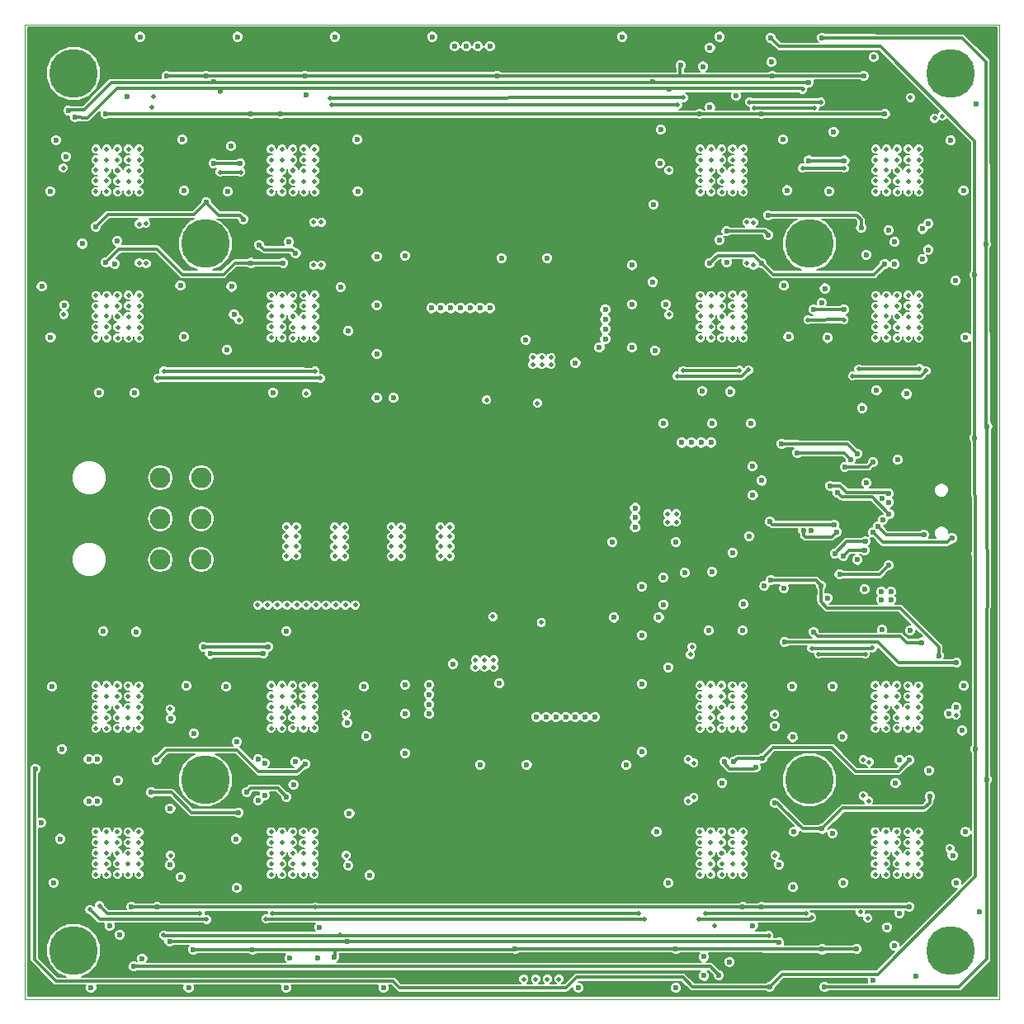
<source format=gbr>
G04 (created by PCBNEW (2013-mar-13)-testing) date Tue 16 Jul 2013 01:06:51 PM ICT*
%MOIN*%
G04 Gerber Fmt 3.4, Leading zero omitted, Abs format*
%FSLAX34Y34*%
G01*
G70*
G90*
G04 APERTURE LIST*
%ADD10C,0.00393701*%
%ADD11C,0.19685*%
%ADD12O,0.0826X0.0826*%
%ADD13C,0.023622*%
%ADD14C,0.019685*%
%ADD15C,0.011811*%
%ADD16C,0.00787402*%
G04 APERTURE END LIST*
G54D10*
X38779Y-61023D02*
X78149Y-61023D01*
X78149Y-61023D02*
X78149Y-21653D01*
X78149Y-21653D02*
X38779Y-21653D01*
X38779Y-21653D02*
X38779Y-61023D01*
G54D11*
X46062Y-30511D03*
X40748Y-23622D03*
X40748Y-59055D03*
X46062Y-52165D03*
X70472Y-52165D03*
X76181Y-59055D03*
X76181Y-23622D03*
X70472Y-30511D03*
G54D12*
X44252Y-43267D03*
X44252Y-41614D03*
X44252Y-39961D03*
X45904Y-39961D03*
X45904Y-41614D03*
X45904Y-43267D03*
G54D13*
X62578Y-45610D03*
X64389Y-45610D03*
X57952Y-48267D03*
X56062Y-47480D03*
X59015Y-34389D03*
X61023Y-35314D03*
X62519Y-42559D03*
X65078Y-42559D03*
G54D14*
X59665Y-35393D03*
X59665Y-35098D03*
X60039Y-35393D03*
X59291Y-35393D03*
X60039Y-35098D03*
X59311Y-35098D03*
X57437Y-36828D03*
X59484Y-36946D03*
X57342Y-47323D03*
X57342Y-47618D03*
X57716Y-47618D03*
X56968Y-47618D03*
X57716Y-47322D03*
X56988Y-47322D03*
X57688Y-45578D03*
X59641Y-45804D03*
G54D13*
X65266Y-23307D03*
X72559Y-29862D03*
X72667Y-23730D03*
X50098Y-23720D03*
X47608Y-29517D03*
X41653Y-29812D03*
X44507Y-23740D03*
X57874Y-23724D03*
X68976Y-23724D03*
X46102Y-23720D03*
X46102Y-28838D03*
X68809Y-29350D03*
X69074Y-53100D03*
X72381Y-59005D03*
X65088Y-58996D03*
X75344Y-52844D03*
X43877Y-52677D03*
X51278Y-59320D03*
X45590Y-59025D03*
X58582Y-58995D03*
X47972Y-59015D03*
X70984Y-59011D03*
X70984Y-54143D03*
X47421Y-53484D03*
X73523Y-31318D03*
X49212Y-31279D03*
X49114Y-25275D03*
X68543Y-31299D03*
X66437Y-31299D03*
X42047Y-31259D03*
X42027Y-25275D03*
X47913Y-25275D03*
X47913Y-31279D03*
X68169Y-39507D03*
X68543Y-25275D03*
X73523Y-25275D03*
X66043Y-25275D03*
X68188Y-40669D03*
X44094Y-51358D03*
X67421Y-51437D03*
X74507Y-51377D03*
X50098Y-51515D03*
G54D14*
X50511Y-57303D03*
G54D13*
X43090Y-57303D03*
X68562Y-51299D03*
X68543Y-57283D03*
X74507Y-57283D03*
X67785Y-57303D03*
X44129Y-57307D03*
X68868Y-41742D03*
X71476Y-41850D03*
G54D14*
X73011Y-46830D03*
X70570Y-46850D03*
X70326Y-57559D03*
X66271Y-57549D03*
X72724Y-47090D03*
X70846Y-47086D03*
X70561Y-57724D03*
X66003Y-57793D03*
X72889Y-51448D03*
X72866Y-53019D03*
X72645Y-52807D03*
X72641Y-51358D03*
X65807Y-52870D03*
X65807Y-51484D03*
X65580Y-51338D03*
X65578Y-53015D03*
X48789Y-57559D03*
X63582Y-57549D03*
X65728Y-46801D03*
X48523Y-57785D03*
X63818Y-57795D03*
X65669Y-47106D03*
G54D13*
X48602Y-46781D03*
X46003Y-46781D03*
G54D14*
X45856Y-57549D03*
X41791Y-57253D03*
X41407Y-57401D03*
X46122Y-57805D03*
G54D13*
X46259Y-47076D03*
X48415Y-47066D03*
X48464Y-51486D03*
X48464Y-52795D03*
X48198Y-53001D03*
X48198Y-51328D03*
X41692Y-51318D03*
X41692Y-53021D03*
X41358Y-53021D03*
X41358Y-51318D03*
G54D14*
X50492Y-35657D03*
X44393Y-35645D03*
X43980Y-24555D03*
X50716Y-35937D03*
X44145Y-35937D03*
X43917Y-24984D03*
X65381Y-24610D03*
X65374Y-35633D03*
X67645Y-35625D03*
X51098Y-24618D03*
X65149Y-24889D03*
X65127Y-35860D03*
X68011Y-35606D03*
X51181Y-24881D03*
X43405Y-31287D03*
X43397Y-29716D03*
X43677Y-31311D03*
X43673Y-29688D03*
X50440Y-31374D03*
X50444Y-29633D03*
X50751Y-29641D03*
X50751Y-31366D03*
X68051Y-24779D03*
X70935Y-24789D03*
X72468Y-35570D03*
X74909Y-35561D03*
X75177Y-35637D03*
X72214Y-35856D03*
X70679Y-25033D03*
X68248Y-25043D03*
G54D13*
X73041Y-42175D03*
X76230Y-42411D03*
G54D14*
X75836Y-25354D03*
X75531Y-25437D03*
G54D13*
X75098Y-42263D03*
X73228Y-41919D03*
G54D14*
X67952Y-29641D03*
X67952Y-31283D03*
X68212Y-29645D03*
X68208Y-31370D03*
G54D13*
X75031Y-31133D03*
X75031Y-29909D03*
X75275Y-30748D03*
X75283Y-29696D03*
X72696Y-42883D03*
X71850Y-43120D03*
G54D14*
X72824Y-57755D03*
G54D13*
X72411Y-43277D03*
G54D14*
X72529Y-57507D03*
G54D13*
X72391Y-38986D03*
X69350Y-38582D03*
X72145Y-39232D03*
X69980Y-38956D03*
X70226Y-42106D03*
X71574Y-42145D03*
X71899Y-39527D03*
X73031Y-39340D03*
X73454Y-41653D03*
X73671Y-43503D03*
X71692Y-43868D03*
X71496Y-43021D03*
X72746Y-42529D03*
X73415Y-40797D03*
X69084Y-49990D03*
X70944Y-44320D03*
X68917Y-44104D03*
X44645Y-55610D03*
X44625Y-58700D03*
X44685Y-49685D03*
X51850Y-55629D03*
X51791Y-58700D03*
X51791Y-49862D03*
X76102Y-49488D03*
X69251Y-55590D03*
X69251Y-58740D03*
X76259Y-55216D03*
X64429Y-27263D03*
X64153Y-23976D03*
X64685Y-32952D03*
X46397Y-27263D03*
X47480Y-27263D03*
X46397Y-23976D03*
X47224Y-33366D03*
X40433Y-26988D03*
X40374Y-32992D03*
X40531Y-25127D03*
X70452Y-23996D03*
X70452Y-27145D03*
X71889Y-27145D03*
X71870Y-33169D03*
X70649Y-33169D03*
X75708Y-47155D03*
X76397Y-49232D03*
G54D14*
X76141Y-54940D03*
X76397Y-49547D03*
G54D13*
X69468Y-46594D03*
X76417Y-47440D03*
X64803Y-24251D03*
X68651Y-44320D03*
X46673Y-24330D03*
G54D14*
X44665Y-55216D03*
X44389Y-58444D03*
X44645Y-49311D03*
X51763Y-55212D03*
X51503Y-58444D03*
X51744Y-49496D03*
X69074Y-55212D03*
X68830Y-58456D03*
X69070Y-49519D03*
X64803Y-27539D03*
X64791Y-33370D03*
X70196Y-24271D03*
X71877Y-27460D03*
X70196Y-27460D03*
X70413Y-33582D03*
X71870Y-33582D03*
X47500Y-27618D03*
X46673Y-27618D03*
X47429Y-33590D03*
X40342Y-33366D03*
X40334Y-27452D03*
G54D13*
X40807Y-25403D03*
X74035Y-39242D03*
X73681Y-40954D03*
X77145Y-38346D03*
X39202Y-51722D03*
X77185Y-50925D03*
X68897Y-22185D03*
X68858Y-60531D03*
X77145Y-31751D03*
X43179Y-59704D03*
X39429Y-53897D03*
X66820Y-60059D03*
X77637Y-52145D03*
X70984Y-22185D03*
X71082Y-60531D03*
X77618Y-30531D03*
X77657Y-37893D03*
X70551Y-42106D03*
X70639Y-46190D03*
X75019Y-46614D03*
X72775Y-40177D03*
X70964Y-32903D03*
X72598Y-37145D03*
X73385Y-44576D03*
X73769Y-44566D03*
X73779Y-44891D03*
X72696Y-44468D03*
X73385Y-44891D03*
G54D14*
X55954Y-43129D03*
X55954Y-42736D03*
X55954Y-42342D03*
X53582Y-43129D03*
X53582Y-42736D03*
X53582Y-42342D03*
X53582Y-41948D03*
X53976Y-41948D03*
X53976Y-42342D03*
X53976Y-42736D03*
X51299Y-43129D03*
X51692Y-43139D03*
X51692Y-42746D03*
X51692Y-42352D03*
X51692Y-41958D03*
X51299Y-41958D03*
X51299Y-42352D03*
X51299Y-42746D03*
X49744Y-43120D03*
X49350Y-43129D03*
X49350Y-42736D03*
X49350Y-42342D03*
X49350Y-41948D03*
X49744Y-41948D03*
X49744Y-42342D03*
X49744Y-42736D03*
G54D13*
X73041Y-60265D03*
X66220Y-60078D03*
X67244Y-59517D03*
X66456Y-22588D03*
X49478Y-59370D03*
X71210Y-44822D03*
X69448Y-44429D03*
X67805Y-45068D03*
X64586Y-45088D03*
X43523Y-59389D03*
X40285Y-50925D03*
X47125Y-32244D03*
X74393Y-36578D03*
X67519Y-24537D03*
X50137Y-24488D03*
X42906Y-24562D03*
G54D14*
X74015Y-55551D03*
X74015Y-55984D03*
X74448Y-55984D03*
X74881Y-55984D03*
X74881Y-55551D03*
X74448Y-55551D03*
X74015Y-55118D03*
X74015Y-55137D03*
X74448Y-54704D03*
X74448Y-54271D03*
X74881Y-54271D03*
X74881Y-54704D03*
X74881Y-55137D03*
X74448Y-55137D03*
X74005Y-54694D03*
X74005Y-54261D03*
X73572Y-54261D03*
X73139Y-54261D03*
X73139Y-54694D03*
X73572Y-54694D03*
X74005Y-55127D03*
X74005Y-55127D03*
X73572Y-55561D03*
X73572Y-55994D03*
X73139Y-55994D03*
X73139Y-55561D03*
X73139Y-55127D03*
X73572Y-55127D03*
X66929Y-55551D03*
X66929Y-55984D03*
X67362Y-55984D03*
X67795Y-55984D03*
X67795Y-55551D03*
X67362Y-55551D03*
X66929Y-55118D03*
X66929Y-55137D03*
X67362Y-54704D03*
X67362Y-54271D03*
X67795Y-54271D03*
X67795Y-54704D03*
X67795Y-55137D03*
X67362Y-55137D03*
X66919Y-54694D03*
X66919Y-54261D03*
X66486Y-54261D03*
X66053Y-54261D03*
X66053Y-54694D03*
X66486Y-54694D03*
X66919Y-55127D03*
X66919Y-55127D03*
X66486Y-55561D03*
X66486Y-55994D03*
X66053Y-55994D03*
X66053Y-55561D03*
X66053Y-55127D03*
X66486Y-55127D03*
X74015Y-49645D03*
X74015Y-50078D03*
X74448Y-50078D03*
X74881Y-50078D03*
X74881Y-49645D03*
X74448Y-49645D03*
X74015Y-49212D03*
X74015Y-49232D03*
X74448Y-48799D03*
X74448Y-48366D03*
X74881Y-48366D03*
X74881Y-48799D03*
X74881Y-49232D03*
X74448Y-49232D03*
X74005Y-48789D03*
X74005Y-48356D03*
X73572Y-48356D03*
X73139Y-48356D03*
X73139Y-48789D03*
X73572Y-48789D03*
X74005Y-49222D03*
X74005Y-49222D03*
X73572Y-49655D03*
X73572Y-50088D03*
X73139Y-50088D03*
X73139Y-49655D03*
X73139Y-49222D03*
X73572Y-49222D03*
X66486Y-49222D03*
X66053Y-49222D03*
X66053Y-49655D03*
X66053Y-50088D03*
X66486Y-50088D03*
X66486Y-49655D03*
X66919Y-49222D03*
X66919Y-49222D03*
X66486Y-48789D03*
X66053Y-48789D03*
X66053Y-48356D03*
X66486Y-48356D03*
X66919Y-48356D03*
X66919Y-48789D03*
X67362Y-49232D03*
X67795Y-49232D03*
X67795Y-48799D03*
X67795Y-48366D03*
X67362Y-48366D03*
X67362Y-48799D03*
X66929Y-49232D03*
X66929Y-49212D03*
X67362Y-49645D03*
X67795Y-49645D03*
X67795Y-50078D03*
X67362Y-50078D03*
X66929Y-50078D03*
X66929Y-49645D03*
X49163Y-55127D03*
X48730Y-55127D03*
X48730Y-55561D03*
X48730Y-55994D03*
X49163Y-55994D03*
X49163Y-55561D03*
X49596Y-55127D03*
X49596Y-55127D03*
X49163Y-54694D03*
X48730Y-54694D03*
X48730Y-54261D03*
X49163Y-54261D03*
X49596Y-54261D03*
X49596Y-54694D03*
X50039Y-55137D03*
X50472Y-55137D03*
X50472Y-54704D03*
X50472Y-54271D03*
X50039Y-54271D03*
X50039Y-54704D03*
X49606Y-55137D03*
X49606Y-55118D03*
X50039Y-55551D03*
X50472Y-55551D03*
X50472Y-55984D03*
X50039Y-55984D03*
X49606Y-55984D03*
X49606Y-55551D03*
X49163Y-49222D03*
X48730Y-49222D03*
X48730Y-49655D03*
X48730Y-50088D03*
X49163Y-50088D03*
X49163Y-49655D03*
X49596Y-49222D03*
X49596Y-49222D03*
X49163Y-48789D03*
X48730Y-48789D03*
X48730Y-48356D03*
X49163Y-48356D03*
X49596Y-48356D03*
X49596Y-48789D03*
X50039Y-49232D03*
X50472Y-49232D03*
X50472Y-48799D03*
X50472Y-48366D03*
X50039Y-48366D03*
X50039Y-48799D03*
X49606Y-49232D03*
X49606Y-49212D03*
X50039Y-49645D03*
X50472Y-49645D03*
X50472Y-50078D03*
X50039Y-50078D03*
X49606Y-50078D03*
X49606Y-49645D03*
X42076Y-55127D03*
X41643Y-55127D03*
X41643Y-55561D03*
X41643Y-55994D03*
X42076Y-55994D03*
X42076Y-55561D03*
X42509Y-55127D03*
X42509Y-55127D03*
X42076Y-54694D03*
X41643Y-54694D03*
X41643Y-54261D03*
X42076Y-54261D03*
X42509Y-54261D03*
X42509Y-54694D03*
X42952Y-55137D03*
X43385Y-55137D03*
X43385Y-54704D03*
X43385Y-54271D03*
X42952Y-54271D03*
X42952Y-54704D03*
X42519Y-55137D03*
X42519Y-55118D03*
X42952Y-55551D03*
X43385Y-55551D03*
X43385Y-55984D03*
X42952Y-55984D03*
X42519Y-55984D03*
X42519Y-55551D03*
X42519Y-49645D03*
X42519Y-50078D03*
X42952Y-50078D03*
X43385Y-50078D03*
X43385Y-49645D03*
X42952Y-49645D03*
X42519Y-49212D03*
X42519Y-49232D03*
X42952Y-48799D03*
X42952Y-48366D03*
X43385Y-48366D03*
X43385Y-48799D03*
X43385Y-49232D03*
X42952Y-49232D03*
X42509Y-48789D03*
X42509Y-48356D03*
X42076Y-48356D03*
X41643Y-48356D03*
X41643Y-48789D03*
X42076Y-48789D03*
X42509Y-49222D03*
X42509Y-49222D03*
X42076Y-49655D03*
X42076Y-50088D03*
X41643Y-50088D03*
X41643Y-49655D03*
X41643Y-49222D03*
X42076Y-49222D03*
X74458Y-33454D03*
X74891Y-33454D03*
X74891Y-33021D03*
X74891Y-32588D03*
X74458Y-32588D03*
X74458Y-33021D03*
X74025Y-33454D03*
X74025Y-33454D03*
X74458Y-33887D03*
X74891Y-33887D03*
X74891Y-34320D03*
X74458Y-34320D03*
X74025Y-34320D03*
X74025Y-33887D03*
X73582Y-33444D03*
X73149Y-33444D03*
X73149Y-33877D03*
X73149Y-34311D03*
X73582Y-34311D03*
X73582Y-33877D03*
X74015Y-33444D03*
X74015Y-33464D03*
X73582Y-33031D03*
X73149Y-33031D03*
X73149Y-32598D03*
X73582Y-32598D03*
X74015Y-32598D03*
X74015Y-33031D03*
X67372Y-33454D03*
X67805Y-33454D03*
X67805Y-33021D03*
X67805Y-32588D03*
X67372Y-32588D03*
X67372Y-33021D03*
X66938Y-33454D03*
X66938Y-33454D03*
X67372Y-33887D03*
X67805Y-33887D03*
X67805Y-34320D03*
X67372Y-34320D03*
X66938Y-34320D03*
X66938Y-33887D03*
X66496Y-33444D03*
X66062Y-33444D03*
X66062Y-33877D03*
X66062Y-34311D03*
X66496Y-34311D03*
X66496Y-33877D03*
X66929Y-33444D03*
X66929Y-33464D03*
X66496Y-33031D03*
X66062Y-33031D03*
X66062Y-32598D03*
X66496Y-32598D03*
X66929Y-32598D03*
X66929Y-33031D03*
X74458Y-27549D03*
X74891Y-27549D03*
X74891Y-27116D03*
X74891Y-26683D03*
X74458Y-26683D03*
X74458Y-27116D03*
X74025Y-27549D03*
X74025Y-27549D03*
X74458Y-27982D03*
X74891Y-27982D03*
X74891Y-28415D03*
X74458Y-28415D03*
X74025Y-28415D03*
X74025Y-27982D03*
X73582Y-27539D03*
X73149Y-27539D03*
X73149Y-27972D03*
X73149Y-28405D03*
X73582Y-28405D03*
X73582Y-27972D03*
X74015Y-27539D03*
X74015Y-27559D03*
X73582Y-27125D03*
X73149Y-27125D03*
X73149Y-26692D03*
X73582Y-26692D03*
X74015Y-26692D03*
X74015Y-27125D03*
X66929Y-27125D03*
X66929Y-26692D03*
X66496Y-26692D03*
X66062Y-26692D03*
X66062Y-27125D03*
X66496Y-27125D03*
X66929Y-27559D03*
X66929Y-27539D03*
X66496Y-27972D03*
X66496Y-28405D03*
X66062Y-28405D03*
X66062Y-27972D03*
X66062Y-27539D03*
X66496Y-27539D03*
X66938Y-27982D03*
X66938Y-28415D03*
X67372Y-28415D03*
X67805Y-28415D03*
X67805Y-27982D03*
X67372Y-27982D03*
X66938Y-27549D03*
X66938Y-27549D03*
X67372Y-27116D03*
X67372Y-26683D03*
X67805Y-26683D03*
X67805Y-27116D03*
X67805Y-27549D03*
X67372Y-27549D03*
X49606Y-33031D03*
X49606Y-32598D03*
X49173Y-32598D03*
X48740Y-32598D03*
X48740Y-33031D03*
X49173Y-33031D03*
X49606Y-33464D03*
X49606Y-33444D03*
X49173Y-33877D03*
X49173Y-34311D03*
X48740Y-34311D03*
X48740Y-33877D03*
X48740Y-33444D03*
X49173Y-33444D03*
X49616Y-33887D03*
X49616Y-34320D03*
X50049Y-34320D03*
X50482Y-34320D03*
X50482Y-33887D03*
X50049Y-33887D03*
X49616Y-33454D03*
X49616Y-33454D03*
X50049Y-33021D03*
X50049Y-32588D03*
X50482Y-32588D03*
X50482Y-33021D03*
X50482Y-33454D03*
X50049Y-33454D03*
X42519Y-33031D03*
X42519Y-32598D03*
X42086Y-32598D03*
X41653Y-32598D03*
X41653Y-33031D03*
X42086Y-33031D03*
X42519Y-33464D03*
X42519Y-33444D03*
X42086Y-33877D03*
X42086Y-34311D03*
X41653Y-34311D03*
X41653Y-33877D03*
X41653Y-33444D03*
X42086Y-33444D03*
X42529Y-33887D03*
X42529Y-34320D03*
X42962Y-34320D03*
X43395Y-34320D03*
X43395Y-33887D03*
X42962Y-33887D03*
X42529Y-33454D03*
X42529Y-33454D03*
X42962Y-33021D03*
X42962Y-32588D03*
X43395Y-32588D03*
X43395Y-33021D03*
X43395Y-33454D03*
X42962Y-33454D03*
X49606Y-27125D03*
X49606Y-26692D03*
X49173Y-26692D03*
X48740Y-26692D03*
X48740Y-27125D03*
X49173Y-27125D03*
X49606Y-27559D03*
X49606Y-27539D03*
X49173Y-27972D03*
X49173Y-28405D03*
X48740Y-28405D03*
X48740Y-27972D03*
X48740Y-27539D03*
X49173Y-27539D03*
X49616Y-27982D03*
X49616Y-28415D03*
X50049Y-28415D03*
X50482Y-28415D03*
X50482Y-27982D03*
X50049Y-27982D03*
X49616Y-27549D03*
X49616Y-27549D03*
X50049Y-27116D03*
X50049Y-26683D03*
X50482Y-26683D03*
X50482Y-27116D03*
X50482Y-27549D03*
X50049Y-27549D03*
X42962Y-27549D03*
X43395Y-27549D03*
X43395Y-27116D03*
X43395Y-26683D03*
X42962Y-26683D03*
X42962Y-27116D03*
X42529Y-27549D03*
X42529Y-27549D03*
X42962Y-27982D03*
X43395Y-27982D03*
X43395Y-28415D03*
X42962Y-28415D03*
X42529Y-28415D03*
X42529Y-27982D03*
X42086Y-27539D03*
X41653Y-27539D03*
X41653Y-27972D03*
X41653Y-28405D03*
X42086Y-28405D03*
X42086Y-27972D03*
X42519Y-27539D03*
X42519Y-27559D03*
X42086Y-27125D03*
X41653Y-27125D03*
X41653Y-26692D03*
X42086Y-26692D03*
X42519Y-26692D03*
X42519Y-27125D03*
G54D13*
X62913Y-22145D03*
X66850Y-22145D03*
X77204Y-24862D03*
X76417Y-56318D03*
X77342Y-57480D03*
X74783Y-60098D03*
X42194Y-58070D03*
X53267Y-60570D03*
X49330Y-60570D03*
X45393Y-60570D03*
X41456Y-60570D03*
X73614Y-58122D03*
G54D14*
X58937Y-60216D03*
X59409Y-60216D03*
X59881Y-60216D03*
X60354Y-60216D03*
G54D13*
X65078Y-60570D03*
X61141Y-60570D03*
X68031Y-42322D03*
X67362Y-42992D03*
X66535Y-43759D03*
X65433Y-43799D03*
X64566Y-43996D03*
X68110Y-37775D03*
X66535Y-37775D03*
X64566Y-37775D03*
X63700Y-44350D03*
X63700Y-46318D03*
X63700Y-48287D03*
X63700Y-51043D03*
X63070Y-51574D03*
X59448Y-49625D03*
X59842Y-49625D03*
X60236Y-49625D03*
X60629Y-49625D03*
X61023Y-49625D03*
X61417Y-49625D03*
X61811Y-49625D03*
X59055Y-51555D03*
X57165Y-51555D03*
X54133Y-51082D03*
X54133Y-49507D03*
X54133Y-48326D03*
G54D14*
X74551Y-24598D03*
G54D13*
X73070Y-22972D03*
X56614Y-22539D03*
X56141Y-22539D03*
X57086Y-22539D03*
X57559Y-22539D03*
X43425Y-22145D03*
X47362Y-22145D03*
X51299Y-22145D03*
X55236Y-22145D03*
X57559Y-33110D03*
X57165Y-33110D03*
X56771Y-33110D03*
X56377Y-33110D03*
X55984Y-33110D03*
X55590Y-33110D03*
X55196Y-33110D03*
X63307Y-31377D03*
X63307Y-32952D03*
X63307Y-34704D03*
X61988Y-34704D03*
X58031Y-31082D03*
X59881Y-31082D03*
X53661Y-36732D03*
X52992Y-36732D03*
X52992Y-34960D03*
X52992Y-32992D03*
X52992Y-31023D03*
X54133Y-30984D03*
G54D14*
X48188Y-45098D03*
X48582Y-45098D03*
X48976Y-45098D03*
X49370Y-45098D03*
X49763Y-45098D03*
X52125Y-45098D03*
X51732Y-45098D03*
X51338Y-45098D03*
X50944Y-45098D03*
X50551Y-45098D03*
X50157Y-45098D03*
X53976Y-43129D03*
X55954Y-41948D03*
X55561Y-41948D03*
X55561Y-42342D03*
X55561Y-42736D03*
X55561Y-43129D03*
G54D13*
X66948Y-52282D03*
X71830Y-56318D03*
X76377Y-32007D03*
G54D14*
X50141Y-36555D03*
X66653Y-58055D03*
G54D13*
X39823Y-34291D03*
X76181Y-26338D03*
X39940Y-56318D03*
X43287Y-46181D03*
X45610Y-50295D03*
X45294Y-48366D03*
X46969Y-28405D03*
X39804Y-28385D03*
X76692Y-28366D03*
X67775Y-46141D03*
X64763Y-47618D03*
X69783Y-48385D03*
X66397Y-46141D03*
X64763Y-56338D03*
X64292Y-54271D03*
X69842Y-54271D03*
X76790Y-34291D03*
X76790Y-54271D03*
X73956Y-52302D03*
X74547Y-46141D03*
X73405Y-46102D03*
X71811Y-50413D03*
X71201Y-34311D03*
X76712Y-48366D03*
X76643Y-50177D03*
X71260Y-28385D03*
X71092Y-32312D03*
X71456Y-25984D03*
X73917Y-30433D03*
X66830Y-30355D03*
X67263Y-36480D03*
X69448Y-32204D03*
X66141Y-36456D03*
X73188Y-36437D03*
X52204Y-26299D03*
X43208Y-36535D03*
X48799Y-36515D03*
X45059Y-32204D03*
X41771Y-36515D03*
X64232Y-34822D03*
X69409Y-26299D03*
X64173Y-28917D03*
X52706Y-56013D03*
X45078Y-56082D03*
X52480Y-48405D03*
X49350Y-46161D03*
X49625Y-52361D03*
X51889Y-53524D03*
X44655Y-53316D03*
X42539Y-52184D03*
X51535Y-32263D03*
X46948Y-34803D03*
X49448Y-30432D03*
X42519Y-30392D03*
X68937Y-23169D03*
X62224Y-33169D03*
X62224Y-33562D03*
X62224Y-33956D03*
X62224Y-34350D03*
X63425Y-41968D03*
X63425Y-41574D03*
X63425Y-41181D03*
X55118Y-49507D03*
X55118Y-49114D03*
X55118Y-48720D03*
X55118Y-48326D03*
X66496Y-38543D03*
X66102Y-38543D03*
X65708Y-38543D03*
X65314Y-38543D03*
G54D14*
X65098Y-41751D03*
X64744Y-41751D03*
X65098Y-41417D03*
X64744Y-41417D03*
G54D13*
X68543Y-40078D03*
X47342Y-56534D03*
X41948Y-46161D03*
X47342Y-50629D03*
X52568Y-50403D03*
X69793Y-50442D03*
X69812Y-56505D03*
X69566Y-28346D03*
X64468Y-25905D03*
X69625Y-34271D03*
X64153Y-32047D03*
X51850Y-34034D03*
X52224Y-28385D03*
X45196Y-34271D03*
X45137Y-26299D03*
X45216Y-28366D03*
X47106Y-26574D03*
X39458Y-32234D03*
X40039Y-26318D03*
X46909Y-48405D03*
X71397Y-54330D03*
X47322Y-54546D03*
X40196Y-54546D03*
X39881Y-48405D03*
X71417Y-48385D03*
X71594Y-40570D03*
X73690Y-41427D03*
X71309Y-40285D03*
X73681Y-40600D03*
X42421Y-31318D03*
X41092Y-30511D03*
X49723Y-30885D03*
X48238Y-30551D03*
X50679Y-58120D03*
X50620Y-59370D03*
X42618Y-58425D03*
X47746Y-52658D03*
X49350Y-52854D03*
X49704Y-51437D03*
X66456Y-25000D03*
X66171Y-23346D03*
X67125Y-31259D03*
X67125Y-30000D03*
X68809Y-30147D03*
X72765Y-30954D03*
X73917Y-31338D03*
X73661Y-29960D03*
X68306Y-51673D03*
X67027Y-51427D03*
X75305Y-51791D03*
X74114Y-51377D03*
X66220Y-59311D03*
X68188Y-58061D03*
X74114Y-57559D03*
X73897Y-58858D03*
X70915Y-41574D03*
X69635Y-39419D03*
X69133Y-34901D03*
X71200Y-44094D03*
X67706Y-43780D03*
X76279Y-34901D03*
X39183Y-49990D03*
G54D14*
X57440Y-60275D03*
X57007Y-60275D03*
X56535Y-60275D03*
X56062Y-60275D03*
X56082Y-59340D03*
X56545Y-59340D03*
G54D13*
X60374Y-23366D03*
X60374Y-22952D03*
X60374Y-22500D03*
X59921Y-22480D03*
X59488Y-22460D03*
X59035Y-22460D03*
X76663Y-26279D03*
X47480Y-29015D03*
X40314Y-34901D03*
X64409Y-50551D03*
X64763Y-48129D03*
X69192Y-47755D03*
X64271Y-56437D03*
X64803Y-53681D03*
X69271Y-53700D03*
X71338Y-56456D03*
X76279Y-53681D03*
X71889Y-53641D03*
X71318Y-50511D03*
X71712Y-34960D03*
X76122Y-47795D03*
X71909Y-47795D03*
X71771Y-29015D03*
X76889Y-32578D03*
X76220Y-28996D03*
X69911Y-32214D03*
X64724Y-34192D03*
X69881Y-26240D03*
X69133Y-28937D03*
X64685Y-28307D03*
X52007Y-47716D03*
X46614Y-50531D03*
X47421Y-47795D03*
X46594Y-56456D03*
X52007Y-54035D03*
X47185Y-54035D03*
X44665Y-54311D03*
X39448Y-56476D03*
X40059Y-54035D03*
X40374Y-47814D03*
X44783Y-47795D03*
X52027Y-31614D03*
X51968Y-34547D03*
X47460Y-34212D03*
X45551Y-32106D03*
X52696Y-26200D03*
X45629Y-26181D03*
X40295Y-29015D03*
X72303Y-38543D03*
X67086Y-40019D03*
X66692Y-40019D03*
X66692Y-39625D03*
X67086Y-39625D03*
X67086Y-39232D03*
X66692Y-39232D03*
X75000Y-38346D03*
X51732Y-28956D03*
X44704Y-34881D03*
X44704Y-28956D03*
X69271Y-59527D03*
X71062Y-23169D03*
G54D15*
X65255Y-23724D02*
X65255Y-23317D01*
X65255Y-23317D02*
X65266Y-23307D01*
X57874Y-23724D02*
X65255Y-23724D01*
X65255Y-23724D02*
X66830Y-23724D01*
X72381Y-29350D02*
X72381Y-29360D01*
X72559Y-29537D02*
X72559Y-29862D01*
X69921Y-29350D02*
X69448Y-29350D01*
X72381Y-29350D02*
X69921Y-29350D01*
X69448Y-29350D02*
X68809Y-29350D01*
X72381Y-29360D02*
X72559Y-29537D01*
X72661Y-23724D02*
X68976Y-23724D01*
X72667Y-23730D02*
X72661Y-23724D01*
X47460Y-29350D02*
X47608Y-29517D01*
X46102Y-28838D02*
X46102Y-28858D01*
X46594Y-29350D02*
X47460Y-29350D01*
X46102Y-28858D02*
X46594Y-29350D01*
X45610Y-29330D02*
X42135Y-29330D01*
X42135Y-29330D02*
X41653Y-29812D01*
X45610Y-29330D02*
X46102Y-28838D01*
X44507Y-23740D02*
X44507Y-23720D01*
X66830Y-23724D02*
X68976Y-23724D01*
X57869Y-23720D02*
X50098Y-23720D01*
X50098Y-23720D02*
X49507Y-23720D01*
X57869Y-23720D02*
X57874Y-23724D01*
X49507Y-23720D02*
X46102Y-23720D01*
X46102Y-23720D02*
X44507Y-23720D01*
X44507Y-23720D02*
X44488Y-23720D01*
X69409Y-53346D02*
X69163Y-53100D01*
X70216Y-54143D02*
X69409Y-53346D01*
X70984Y-54143D02*
X70216Y-54143D01*
X69163Y-53100D02*
X69074Y-53100D01*
X70984Y-59011D02*
X72381Y-59005D01*
X65088Y-58996D02*
X65088Y-58996D01*
X65088Y-58996D02*
X65088Y-58988D01*
X75098Y-53307D02*
X75108Y-53307D01*
X71820Y-53307D02*
X75098Y-53307D01*
X70984Y-54143D02*
X71820Y-53307D01*
X75324Y-53090D02*
X75344Y-52844D01*
X75108Y-53307D02*
X75324Y-53090D01*
X45511Y-53484D02*
X44704Y-52677D01*
X45511Y-53484D02*
X47421Y-53484D01*
X43877Y-52677D02*
X44704Y-52677D01*
X43877Y-52677D02*
X43877Y-52677D01*
X51309Y-59015D02*
X51309Y-59290D01*
X51309Y-59290D02*
X51278Y-59320D01*
X58562Y-59015D02*
X51309Y-59015D01*
X51309Y-59015D02*
X49921Y-59015D01*
X49921Y-59015D02*
X47972Y-59015D01*
X47972Y-59015D02*
X45590Y-59025D01*
X45590Y-59025D02*
X45600Y-59025D01*
X70984Y-59011D02*
X65088Y-58988D01*
X65088Y-58988D02*
X58582Y-58995D01*
X58562Y-59015D02*
X58582Y-58995D01*
X73090Y-31751D02*
X73523Y-31318D01*
X68996Y-31751D02*
X73090Y-31751D01*
X68543Y-31299D02*
X68996Y-31751D01*
X49212Y-31279D02*
X47913Y-31279D01*
X66437Y-31299D02*
X66764Y-30982D01*
X66764Y-30982D02*
X68226Y-30982D01*
X68226Y-30982D02*
X68543Y-31299D01*
X66043Y-25275D02*
X49192Y-25275D01*
X49192Y-25275D02*
X49114Y-25275D01*
X49114Y-25275D02*
X47913Y-25275D01*
X42047Y-25275D02*
X42027Y-25275D01*
X47913Y-25275D02*
X42047Y-25275D01*
X47283Y-31279D02*
X47263Y-31279D01*
X47913Y-31279D02*
X47283Y-31279D01*
X46791Y-31751D02*
X45137Y-31751D01*
X45137Y-31751D02*
X44106Y-30716D01*
X44106Y-30716D02*
X42590Y-30712D01*
X42590Y-30712D02*
X42047Y-31259D01*
X47263Y-31279D02*
X46791Y-31751D01*
X68543Y-25275D02*
X73523Y-25275D01*
X68543Y-25275D02*
X66043Y-25275D01*
X67421Y-51437D02*
X67568Y-51299D01*
X67568Y-51299D02*
X68562Y-51299D01*
X72338Y-51826D02*
X74059Y-51822D01*
X74059Y-51822D02*
X74507Y-51377D01*
X71377Y-50866D02*
X68996Y-50866D01*
X68562Y-51299D02*
X68996Y-50866D01*
X72318Y-51807D02*
X72338Y-51826D01*
X72338Y-51826D02*
X71377Y-50866D01*
X44094Y-51358D02*
X44494Y-50964D01*
X44494Y-50964D02*
X47338Y-50960D01*
X47338Y-50960D02*
X48218Y-51840D01*
X48218Y-51840D02*
X49773Y-51840D01*
X49773Y-51840D02*
X50098Y-51515D01*
X43090Y-57303D02*
X44129Y-57307D01*
X68543Y-57283D02*
X74507Y-57283D01*
X68543Y-57283D02*
X68523Y-57303D01*
X68523Y-57303D02*
X67785Y-57303D01*
X50413Y-57303D02*
X50511Y-57303D01*
X50511Y-57303D02*
X67785Y-57303D01*
X44129Y-57307D02*
X50413Y-57303D01*
X68887Y-41761D02*
X68868Y-41742D01*
X68976Y-41850D02*
X68887Y-41761D01*
X71476Y-41850D02*
X68976Y-41850D01*
X73011Y-46830D02*
X72992Y-46850D01*
X72992Y-46850D02*
X70570Y-46850D01*
X70326Y-57559D02*
X70316Y-57549D01*
X66271Y-57549D02*
X70316Y-57549D01*
X72724Y-47090D02*
X70846Y-47086D01*
X66003Y-57793D02*
X70492Y-57793D01*
X48789Y-57559D02*
X48779Y-57559D01*
X63553Y-57578D02*
X48789Y-57559D01*
X48789Y-57559D02*
X48779Y-57559D01*
X63582Y-57549D02*
X63553Y-57578D01*
X63818Y-57795D02*
X48533Y-57795D01*
X48533Y-57795D02*
X48523Y-57785D01*
X63818Y-57795D02*
X63828Y-57805D01*
X46003Y-46781D02*
X48602Y-46781D01*
X42096Y-57559D02*
X45856Y-57549D01*
X41791Y-57253D02*
X42096Y-57559D01*
X46112Y-57795D02*
X41801Y-57795D01*
X41801Y-57795D02*
X41407Y-57401D01*
X46122Y-57805D02*
X46112Y-57795D01*
X48405Y-47076D02*
X46259Y-47076D01*
X48415Y-47066D02*
X48405Y-47076D01*
X50492Y-35657D02*
X49763Y-35653D01*
X49763Y-35653D02*
X44830Y-35649D01*
X44830Y-35649D02*
X44393Y-35645D01*
X50488Y-35938D02*
X50716Y-35937D01*
X44375Y-35938D02*
X50488Y-35938D01*
X44145Y-35937D02*
X44375Y-35938D01*
X67635Y-35635D02*
X65374Y-35633D01*
X67645Y-35625D02*
X67635Y-35635D01*
X65377Y-24606D02*
X51098Y-24618D01*
X65381Y-24610D02*
X65377Y-24606D01*
X65127Y-35860D02*
X65137Y-35870D01*
X65137Y-35870D02*
X67751Y-35870D01*
X67751Y-35870D02*
X68011Y-35606D01*
X65141Y-24881D02*
X51181Y-24881D01*
X65149Y-24889D02*
X65141Y-24881D01*
X70925Y-24779D02*
X68051Y-24779D01*
X70935Y-24789D02*
X70925Y-24779D01*
X74899Y-35570D02*
X72468Y-35570D01*
X74909Y-35561D02*
X74899Y-35570D01*
X75177Y-35667D02*
X75177Y-35637D01*
X74980Y-35856D02*
X75177Y-35667D01*
X72214Y-35856D02*
X74980Y-35856D01*
X68257Y-25033D02*
X70679Y-25033D01*
X68248Y-25043D02*
X68257Y-25033D01*
X76210Y-42411D02*
X76043Y-42578D01*
X76043Y-42578D02*
X73444Y-42578D01*
X73444Y-42578D02*
X73041Y-42175D01*
X76230Y-42411D02*
X76210Y-42411D01*
X75836Y-25354D02*
X75816Y-25374D01*
X73572Y-42263D02*
X75098Y-42263D01*
X73228Y-41919D02*
X73572Y-42263D01*
X72086Y-42883D02*
X71850Y-43120D01*
X72086Y-42883D02*
X72696Y-42883D01*
X70019Y-38582D02*
X69350Y-38582D01*
X70029Y-38592D02*
X70019Y-38582D01*
X71998Y-38592D02*
X70029Y-38592D01*
X72391Y-38986D02*
X71998Y-38592D01*
X72145Y-39232D02*
X71879Y-38956D01*
X71879Y-38956D02*
X69960Y-38956D01*
X69960Y-38956D02*
X69980Y-38956D01*
X71368Y-42352D02*
X71574Y-42145D01*
X70295Y-42352D02*
X71368Y-42352D01*
X70236Y-42293D02*
X70295Y-42352D01*
X70236Y-42116D02*
X70236Y-42293D01*
X70226Y-42106D02*
X70236Y-42116D01*
X72844Y-39527D02*
X71899Y-39527D01*
X73031Y-39340D02*
X72844Y-39527D01*
X73307Y-43877D02*
X73671Y-43503D01*
X71702Y-43877D02*
X73307Y-43877D01*
X71692Y-43868D02*
X71702Y-43877D01*
X71988Y-42529D02*
X71496Y-43021D01*
X72746Y-42529D02*
X71988Y-42529D01*
X75708Y-46811D02*
X75708Y-47155D01*
X70944Y-44320D02*
X70954Y-44320D01*
X70738Y-44104D02*
X68917Y-44104D01*
X70954Y-44320D02*
X70738Y-44104D01*
X71240Y-45226D02*
X71190Y-45226D01*
X70935Y-44970D02*
X70944Y-44320D01*
X71190Y-45226D02*
X70935Y-44970D01*
X69212Y-58700D02*
X51791Y-58700D01*
X51791Y-58700D02*
X44625Y-58700D01*
X69251Y-58740D02*
X69212Y-58700D01*
X64153Y-23976D02*
X64153Y-23996D01*
X47480Y-27263D02*
X46397Y-27263D01*
X46397Y-23976D02*
X46397Y-23996D01*
X70452Y-23996D02*
X64153Y-23996D01*
X64153Y-23996D02*
X46397Y-23996D01*
X46397Y-23996D02*
X42261Y-23996D01*
X40531Y-25127D02*
X40551Y-25108D01*
X40551Y-25108D02*
X41188Y-25108D01*
X41188Y-25108D02*
X42261Y-23996D01*
X71889Y-27145D02*
X70452Y-27145D01*
X71870Y-33169D02*
X70649Y-33169D01*
X74124Y-45226D02*
X75708Y-46811D01*
X71230Y-45226D02*
X71240Y-45226D01*
X71240Y-45226D02*
X74124Y-45226D01*
X69468Y-46594D02*
X73228Y-46594D01*
X74074Y-47440D02*
X73228Y-46594D01*
X76417Y-47440D02*
X74074Y-47440D01*
X64803Y-24251D02*
X64803Y-24234D01*
X64803Y-24251D02*
X64803Y-24251D01*
X46673Y-24271D02*
X46673Y-24389D01*
X44393Y-58448D02*
X45169Y-58448D01*
X44389Y-58444D02*
X44393Y-58448D01*
X51503Y-58444D02*
X51503Y-58451D01*
X51503Y-58444D02*
X51503Y-58444D01*
X68830Y-58456D02*
X68830Y-58458D01*
X68830Y-58456D02*
X68830Y-58456D01*
X68830Y-58458D02*
X51503Y-58451D01*
X51503Y-58451D02*
X45169Y-58448D01*
X53838Y-24232D02*
X64803Y-24234D01*
X64803Y-24234D02*
X70192Y-24236D01*
X70192Y-24236D02*
X70196Y-24232D01*
X70149Y-24224D02*
X70196Y-24232D01*
X70196Y-24271D02*
X70149Y-24224D01*
X71877Y-27460D02*
X71870Y-27452D01*
X71870Y-27452D02*
X70196Y-27460D01*
X71866Y-33578D02*
X70413Y-33582D01*
X71870Y-33582D02*
X71866Y-33578D01*
X47500Y-27618D02*
X47496Y-27622D01*
X47496Y-27622D02*
X46673Y-27618D01*
X42499Y-24232D02*
X46673Y-24232D01*
X46673Y-24232D02*
X46681Y-24232D01*
X46681Y-24232D02*
X53838Y-24232D01*
X53838Y-24232D02*
X53842Y-24232D01*
X41318Y-25413D02*
X42499Y-24232D01*
X40814Y-25411D02*
X41318Y-25413D01*
X40807Y-25403D02*
X40814Y-25411D01*
X68858Y-60531D02*
X65757Y-60531D01*
X39163Y-51761D02*
X39202Y-51722D01*
X39163Y-59419D02*
X39163Y-51761D01*
X40039Y-60295D02*
X39163Y-59419D01*
X53641Y-60295D02*
X40039Y-60295D01*
X53917Y-60570D02*
X53641Y-60295D01*
X60639Y-60570D02*
X53917Y-60570D01*
X61072Y-60137D02*
X60639Y-60570D01*
X65364Y-60137D02*
X61072Y-60137D01*
X65757Y-60531D02*
X65364Y-60137D01*
X77185Y-50925D02*
X77185Y-50984D01*
X72913Y-22539D02*
X69251Y-22539D01*
X69251Y-22539D02*
X68897Y-22185D01*
X69370Y-60019D02*
X68858Y-60531D01*
X73238Y-60019D02*
X69370Y-60019D01*
X77185Y-56072D02*
X73238Y-60019D01*
X77185Y-55905D02*
X77185Y-56072D01*
X77185Y-53011D02*
X77185Y-55905D01*
X77185Y-50984D02*
X77185Y-53011D01*
X77185Y-47204D02*
X77185Y-50984D01*
X77145Y-38346D02*
X77145Y-38051D01*
X77165Y-42933D02*
X77185Y-43267D01*
X77185Y-43267D02*
X77185Y-47204D01*
X77185Y-47204D02*
X77185Y-47204D01*
X77145Y-38346D02*
X77165Y-42933D01*
X77145Y-31673D02*
X77157Y-26360D01*
X73336Y-22539D02*
X72913Y-22539D01*
X72913Y-22539D02*
X72893Y-22539D01*
X77157Y-26360D02*
X73336Y-22539D01*
X77145Y-38051D02*
X77145Y-31751D01*
X77145Y-31751D02*
X77145Y-31673D01*
X66466Y-59704D02*
X43179Y-59704D01*
X43179Y-59704D02*
X43218Y-59704D01*
X66820Y-60059D02*
X66466Y-59704D01*
X75157Y-22204D02*
X70984Y-22185D01*
X77637Y-57755D02*
X77637Y-59409D01*
X77637Y-50059D02*
X77637Y-52145D01*
X77637Y-52145D02*
X77637Y-57755D01*
X77637Y-59409D02*
X76515Y-60531D01*
X77637Y-47263D02*
X77637Y-50059D01*
X77634Y-47260D02*
X77637Y-47263D01*
X77660Y-43185D02*
X77634Y-47260D01*
X76515Y-60531D02*
X71082Y-60531D01*
X77612Y-30531D02*
X77612Y-30531D01*
X77618Y-30531D02*
X77612Y-30531D01*
X77618Y-30531D02*
X77618Y-30531D01*
X77657Y-37893D02*
X77618Y-37716D01*
X77618Y-37460D02*
X77612Y-30531D01*
X77612Y-30531D02*
X77612Y-30511D01*
X77608Y-24188D02*
X77608Y-23159D01*
X77612Y-30511D02*
X77608Y-24188D01*
X77608Y-23159D02*
X76653Y-22204D01*
X77618Y-37716D02*
X77618Y-37460D01*
X77657Y-42500D02*
X77660Y-43185D01*
X77657Y-42500D02*
X77657Y-37893D01*
X76653Y-22204D02*
X76240Y-22204D01*
X76240Y-22204D02*
X75157Y-22204D01*
X70797Y-46358D02*
X70639Y-46190D01*
X75019Y-46614D02*
X74399Y-46614D01*
X74153Y-46368D02*
X70797Y-46358D01*
X74399Y-46614D02*
X74153Y-46368D01*
X71769Y-40740D02*
X71594Y-40570D01*
X72999Y-40735D02*
X71769Y-40740D01*
X73690Y-41427D02*
X72999Y-40735D01*
X71692Y-40285D02*
X71309Y-40285D01*
X71958Y-40551D02*
X71692Y-40285D01*
X73631Y-40551D02*
X71958Y-40551D01*
X73681Y-40600D02*
X73631Y-40551D01*
X48435Y-30748D02*
X48238Y-30551D01*
X49585Y-30748D02*
X48435Y-30748D01*
X49723Y-30885D02*
X49585Y-30748D01*
X48996Y-52500D02*
X49350Y-52854D01*
X47904Y-52500D02*
X48996Y-52500D01*
X47904Y-52500D02*
X47746Y-52658D01*
X67125Y-30000D02*
X68661Y-30000D01*
X68661Y-30000D02*
X68809Y-30147D01*
X67027Y-51496D02*
X67027Y-51427D01*
X67253Y-51722D02*
X67027Y-51496D01*
X68256Y-51722D02*
X67253Y-51722D01*
X68306Y-51673D02*
X68256Y-51722D01*
G54D10*
G36*
X66123Y-59527D02*
X51397Y-59527D01*
X51412Y-59521D01*
X51479Y-59454D01*
X51515Y-59368D01*
X51515Y-59274D01*
X51486Y-59204D01*
X51486Y-59192D01*
X58445Y-59192D01*
X58448Y-59195D01*
X58535Y-59231D01*
X58629Y-59231D01*
X58716Y-59195D01*
X58739Y-59172D01*
X64931Y-59172D01*
X64954Y-59196D01*
X65041Y-59232D01*
X65135Y-59232D01*
X65222Y-59196D01*
X65252Y-59165D01*
X66029Y-59168D01*
X66020Y-59177D01*
X65984Y-59264D01*
X65984Y-59358D01*
X66020Y-59445D01*
X66086Y-59512D01*
X66123Y-59527D01*
X66123Y-59527D01*
G37*
G54D16*
X66123Y-59527D02*
X51397Y-59527D01*
X51412Y-59521D01*
X51479Y-59454D01*
X51515Y-59368D01*
X51515Y-59274D01*
X51486Y-59204D01*
X51486Y-59192D01*
X58445Y-59192D01*
X58448Y-59195D01*
X58535Y-59231D01*
X58629Y-59231D01*
X58716Y-59195D01*
X58739Y-59172D01*
X64931Y-59172D01*
X64954Y-59196D01*
X65041Y-59232D01*
X65135Y-59232D01*
X65222Y-59196D01*
X65252Y-59165D01*
X66029Y-59168D01*
X66020Y-59177D01*
X65984Y-59264D01*
X65984Y-59358D01*
X66020Y-59445D01*
X66086Y-59512D01*
X66123Y-59527D01*
G54D10*
G36*
X78031Y-60905D02*
X77893Y-60905D01*
X77893Y-37846D01*
X77857Y-37760D01*
X77795Y-37697D01*
X77795Y-37696D01*
X77795Y-37495D01*
X77802Y-37460D01*
X77790Y-30693D01*
X77818Y-30665D01*
X77854Y-30578D01*
X77854Y-30484D01*
X77818Y-30397D01*
X77796Y-30375D01*
X77785Y-24188D01*
X77785Y-24188D01*
X77785Y-23159D01*
X77771Y-23091D01*
X77771Y-23091D01*
X77733Y-23034D01*
X76778Y-22079D01*
X76721Y-22041D01*
X76653Y-22027D01*
X76240Y-22027D01*
X75183Y-22027D01*
X75158Y-22022D01*
X71141Y-22008D01*
X71118Y-21984D01*
X71031Y-21948D01*
X70937Y-21948D01*
X70850Y-21984D01*
X70784Y-22051D01*
X70748Y-22137D01*
X70747Y-22231D01*
X70783Y-22318D01*
X70827Y-22362D01*
X69325Y-22362D01*
X69133Y-22170D01*
X69133Y-22138D01*
X69098Y-22051D01*
X69031Y-21984D01*
X68944Y-21948D01*
X68850Y-21948D01*
X68764Y-21984D01*
X68697Y-22051D01*
X68661Y-22137D01*
X68661Y-22231D01*
X68697Y-22318D01*
X68763Y-22385D01*
X68850Y-22421D01*
X68883Y-22421D01*
X69126Y-22664D01*
X69184Y-22703D01*
X69251Y-22716D01*
X72893Y-22716D01*
X72913Y-22716D01*
X73263Y-22716D01*
X75716Y-25169D01*
X75714Y-25170D01*
X75653Y-25231D01*
X75645Y-25249D01*
X75574Y-25220D01*
X75488Y-25220D01*
X75408Y-25253D01*
X75348Y-25314D01*
X75314Y-25393D01*
X75314Y-25479D01*
X75347Y-25559D01*
X75408Y-25620D01*
X75488Y-25653D01*
X75574Y-25653D01*
X75653Y-25620D01*
X75714Y-25559D01*
X75722Y-25541D01*
X75793Y-25570D01*
X75879Y-25570D01*
X75959Y-25538D01*
X76020Y-25477D01*
X76021Y-25474D01*
X76986Y-26440D01*
X76968Y-31594D01*
X76945Y-31617D01*
X76929Y-31657D01*
X76929Y-28319D01*
X76893Y-28232D01*
X76826Y-28166D01*
X76740Y-28129D01*
X76646Y-28129D01*
X76559Y-28165D01*
X76492Y-28232D01*
X76456Y-28318D01*
X76456Y-28412D01*
X76492Y-28499D01*
X76558Y-28566D01*
X76645Y-28602D01*
X76739Y-28602D01*
X76826Y-28566D01*
X76893Y-28500D01*
X76929Y-28413D01*
X76929Y-28319D01*
X76929Y-31657D01*
X76909Y-31704D01*
X76909Y-31798D01*
X76945Y-31885D01*
X76968Y-31908D01*
X76968Y-34135D01*
X76924Y-34091D01*
X76837Y-34055D01*
X76743Y-34055D01*
X76656Y-34090D01*
X76614Y-34133D01*
X76614Y-31961D01*
X76578Y-31874D01*
X76511Y-31807D01*
X76425Y-31771D01*
X76417Y-31771D01*
X76417Y-26291D01*
X76381Y-26204D01*
X76315Y-26138D01*
X76228Y-26102D01*
X76134Y-26102D01*
X76047Y-26138D01*
X75980Y-26204D01*
X75944Y-26291D01*
X75944Y-26385D01*
X75980Y-26472D01*
X76047Y-26538D01*
X76133Y-26574D01*
X76227Y-26574D01*
X76314Y-26538D01*
X76381Y-26472D01*
X76417Y-26385D01*
X76417Y-26291D01*
X76417Y-31771D01*
X76331Y-31771D01*
X76244Y-31807D01*
X76177Y-31873D01*
X76141Y-31960D01*
X76141Y-32054D01*
X76177Y-32141D01*
X76243Y-32208D01*
X76330Y-32244D01*
X76424Y-32244D01*
X76511Y-32208D01*
X76578Y-32141D01*
X76614Y-32055D01*
X76614Y-31961D01*
X76614Y-34133D01*
X76590Y-34157D01*
X76554Y-34244D01*
X76554Y-34338D01*
X76590Y-34424D01*
X76656Y-34491D01*
X76743Y-34527D01*
X76837Y-34527D01*
X76924Y-34491D01*
X76968Y-34447D01*
X76968Y-38051D01*
X76968Y-38189D01*
X76945Y-38212D01*
X76909Y-38299D01*
X76909Y-38393D01*
X76945Y-38480D01*
X76969Y-38504D01*
X76992Y-42915D01*
X76988Y-42943D01*
X77007Y-43269D01*
X77007Y-47204D01*
X77007Y-50768D01*
X76984Y-50791D01*
X76948Y-50878D01*
X76948Y-48319D01*
X76912Y-48232D01*
X76846Y-48166D01*
X76759Y-48129D01*
X76665Y-48129D01*
X76653Y-48134D01*
X76653Y-47394D01*
X76617Y-47307D01*
X76551Y-47240D01*
X76466Y-47205D01*
X76466Y-42364D01*
X76430Y-42277D01*
X76364Y-42211D01*
X76277Y-42175D01*
X76183Y-42175D01*
X76102Y-42208D01*
X76102Y-42146D01*
X76102Y-40414D01*
X76058Y-40305D01*
X75975Y-40222D01*
X75866Y-40177D01*
X75749Y-40177D01*
X75640Y-40222D01*
X75557Y-40305D01*
X75519Y-40396D01*
X75519Y-29650D01*
X75483Y-29563D01*
X75417Y-29496D01*
X75330Y-29460D01*
X75236Y-29460D01*
X75149Y-29496D01*
X75108Y-29537D01*
X75108Y-28372D01*
X75075Y-28292D01*
X75014Y-28231D01*
X74934Y-28198D01*
X74934Y-28198D01*
X75014Y-28165D01*
X75075Y-28105D01*
X75108Y-28025D01*
X75108Y-27939D01*
X75075Y-27859D01*
X75014Y-27798D01*
X74934Y-27765D01*
X74934Y-27765D01*
X75014Y-27732D01*
X75075Y-27672D01*
X75108Y-27592D01*
X75108Y-27506D01*
X75075Y-27426D01*
X75014Y-27365D01*
X74934Y-27332D01*
X74934Y-27332D01*
X75014Y-27299D01*
X75075Y-27238D01*
X75108Y-27159D01*
X75108Y-27073D01*
X75075Y-26993D01*
X75014Y-26932D01*
X74934Y-26899D01*
X74934Y-26899D01*
X75014Y-26866D01*
X75075Y-26805D01*
X75108Y-26726D01*
X75108Y-26640D01*
X75075Y-26560D01*
X75014Y-26499D01*
X74934Y-26466D01*
X74848Y-26466D01*
X74769Y-26499D01*
X74767Y-26500D01*
X74767Y-24555D01*
X74734Y-24475D01*
X74673Y-24414D01*
X74594Y-24381D01*
X74508Y-24381D01*
X74428Y-24414D01*
X74367Y-24475D01*
X74334Y-24555D01*
X74334Y-24641D01*
X74367Y-24720D01*
X74428Y-24781D01*
X74507Y-24814D01*
X74594Y-24814D01*
X74673Y-24782D01*
X74734Y-24721D01*
X74767Y-24641D01*
X74767Y-24555D01*
X74767Y-26500D01*
X74708Y-26560D01*
X74675Y-26639D01*
X74675Y-26640D01*
X74642Y-26560D01*
X74581Y-26499D01*
X74501Y-26466D01*
X74415Y-26466D01*
X74336Y-26499D01*
X74275Y-26560D01*
X74242Y-26639D01*
X74242Y-26725D01*
X74274Y-26805D01*
X74335Y-26866D01*
X74415Y-26899D01*
X74501Y-26899D01*
X74415Y-26899D01*
X74336Y-26932D01*
X74275Y-26993D01*
X74242Y-27072D01*
X74242Y-27159D01*
X74274Y-27238D01*
X74335Y-27299D01*
X74415Y-27332D01*
X74501Y-27332D01*
X74415Y-27332D01*
X74336Y-27365D01*
X74275Y-27426D01*
X74242Y-27505D01*
X74242Y-27506D01*
X74209Y-27426D01*
X74148Y-27365D01*
X74148Y-27365D01*
X74138Y-27355D01*
X74082Y-27332D01*
X74138Y-27309D01*
X74199Y-27248D01*
X74232Y-27169D01*
X74232Y-27083D01*
X74199Y-27003D01*
X74138Y-26942D01*
X74059Y-26909D01*
X74058Y-26909D01*
X74138Y-26876D01*
X74199Y-26815D01*
X74232Y-26736D01*
X74232Y-26650D01*
X74199Y-26570D01*
X74138Y-26509D01*
X74059Y-26476D01*
X73972Y-26476D01*
X73893Y-26509D01*
X73832Y-26570D01*
X73799Y-26649D01*
X73799Y-26650D01*
X73766Y-26570D01*
X73759Y-26563D01*
X73759Y-25228D01*
X73723Y-25141D01*
X73657Y-25075D01*
X73570Y-25039D01*
X73476Y-25039D01*
X73389Y-25075D01*
X73366Y-25098D01*
X73307Y-25098D01*
X73307Y-22925D01*
X73271Y-22838D01*
X73204Y-22772D01*
X73118Y-22736D01*
X73024Y-22736D01*
X72937Y-22772D01*
X72870Y-22838D01*
X72834Y-22925D01*
X72834Y-23019D01*
X72870Y-23106D01*
X72936Y-23172D01*
X73023Y-23208D01*
X73117Y-23208D01*
X73204Y-23172D01*
X73271Y-23106D01*
X73307Y-23019D01*
X73307Y-22925D01*
X73307Y-25098D01*
X70886Y-25098D01*
X70895Y-25076D01*
X70895Y-25005D01*
X70977Y-25005D01*
X71057Y-24973D01*
X71118Y-24912D01*
X71151Y-24832D01*
X71151Y-24746D01*
X71118Y-24666D01*
X71057Y-24605D01*
X70978Y-24572D01*
X70892Y-24572D01*
X70820Y-24602D01*
X68180Y-24602D01*
X68173Y-24596D01*
X68094Y-24563D01*
X68008Y-24562D01*
X67928Y-24595D01*
X67867Y-24656D01*
X67834Y-24736D01*
X67834Y-24822D01*
X67867Y-24902D01*
X67928Y-24962D01*
X68007Y-24996D01*
X68033Y-24996D01*
X68031Y-25000D01*
X68031Y-25086D01*
X68036Y-25098D01*
X66671Y-25098D01*
X66692Y-25047D01*
X66692Y-24953D01*
X66657Y-24866D01*
X66590Y-24799D01*
X66503Y-24763D01*
X66409Y-24763D01*
X66323Y-24799D01*
X66256Y-24866D01*
X66220Y-24952D01*
X66220Y-25046D01*
X66241Y-25098D01*
X66200Y-25098D01*
X66177Y-25075D01*
X66090Y-25039D01*
X65996Y-25039D01*
X65909Y-25075D01*
X65886Y-25098D01*
X65211Y-25098D01*
X65272Y-25073D01*
X65333Y-25012D01*
X65366Y-24933D01*
X65366Y-24846D01*
X65357Y-24826D01*
X65424Y-24826D01*
X65504Y-24793D01*
X65565Y-24733D01*
X65598Y-24653D01*
X65598Y-24567D01*
X65565Y-24487D01*
X65504Y-24426D01*
X65469Y-24412D01*
X67315Y-24412D01*
X67283Y-24490D01*
X67283Y-24584D01*
X67319Y-24671D01*
X67385Y-24737D01*
X67472Y-24773D01*
X67566Y-24773D01*
X67653Y-24737D01*
X67719Y-24671D01*
X67755Y-24584D01*
X67755Y-24490D01*
X67723Y-24412D01*
X70031Y-24412D01*
X70074Y-24455D01*
X70153Y-24488D01*
X70239Y-24488D01*
X70319Y-24455D01*
X70380Y-24394D01*
X70413Y-24314D01*
X70413Y-24232D01*
X70499Y-24232D01*
X70586Y-24196D01*
X70652Y-24130D01*
X70688Y-24043D01*
X70689Y-23949D01*
X70669Y-23902D01*
X72504Y-23902D01*
X72533Y-23930D01*
X72620Y-23966D01*
X72714Y-23966D01*
X72800Y-23930D01*
X72867Y-23864D01*
X72903Y-23777D01*
X72903Y-23683D01*
X72867Y-23596D01*
X72801Y-23530D01*
X72714Y-23494D01*
X72620Y-23494D01*
X72533Y-23529D01*
X72515Y-23547D01*
X69173Y-23547D01*
X69173Y-23122D01*
X69137Y-23035D01*
X69070Y-22969D01*
X68984Y-22933D01*
X68890Y-22933D01*
X68803Y-22968D01*
X68736Y-23035D01*
X68700Y-23122D01*
X68700Y-23216D01*
X68736Y-23302D01*
X68803Y-23369D01*
X68889Y-23405D01*
X68983Y-23405D01*
X69070Y-23369D01*
X69137Y-23303D01*
X69173Y-23216D01*
X69173Y-23122D01*
X69173Y-23547D01*
X69133Y-23547D01*
X69110Y-23524D01*
X69023Y-23488D01*
X68929Y-23488D01*
X68842Y-23524D01*
X68819Y-23547D01*
X67086Y-23547D01*
X67086Y-22098D01*
X67050Y-22012D01*
X66984Y-21945D01*
X66897Y-21909D01*
X66803Y-21909D01*
X66716Y-21945D01*
X66650Y-22011D01*
X66614Y-22098D01*
X66614Y-22192D01*
X66650Y-22279D01*
X66716Y-22345D01*
X66803Y-22381D01*
X66897Y-22381D01*
X66984Y-22346D01*
X67050Y-22279D01*
X67086Y-22192D01*
X67086Y-22098D01*
X67086Y-23547D01*
X66830Y-23547D01*
X66692Y-23547D01*
X66692Y-22541D01*
X66657Y-22454D01*
X66590Y-22388D01*
X66503Y-22352D01*
X66409Y-22352D01*
X66323Y-22388D01*
X66256Y-22454D01*
X66220Y-22541D01*
X66220Y-22635D01*
X66256Y-22722D01*
X66322Y-22788D01*
X66409Y-22824D01*
X66503Y-22824D01*
X66590Y-22788D01*
X66656Y-22722D01*
X66692Y-22635D01*
X66692Y-22541D01*
X66692Y-23547D01*
X66302Y-23547D01*
X66304Y-23546D01*
X66371Y-23480D01*
X66407Y-23393D01*
X66407Y-23299D01*
X66371Y-23212D01*
X66305Y-23146D01*
X66218Y-23110D01*
X66124Y-23110D01*
X66037Y-23146D01*
X65971Y-23212D01*
X65935Y-23299D01*
X65934Y-23393D01*
X65970Y-23480D01*
X66037Y-23546D01*
X66039Y-23547D01*
X65433Y-23547D01*
X65433Y-23474D01*
X65466Y-23441D01*
X65502Y-23354D01*
X65502Y-23260D01*
X65466Y-23173D01*
X65400Y-23106D01*
X65313Y-23070D01*
X65219Y-23070D01*
X65132Y-23106D01*
X65066Y-23173D01*
X65030Y-23259D01*
X65030Y-23353D01*
X65066Y-23440D01*
X65078Y-23453D01*
X65078Y-23547D01*
X63149Y-23547D01*
X63149Y-22098D01*
X63113Y-22012D01*
X63047Y-21945D01*
X62960Y-21909D01*
X62866Y-21909D01*
X62779Y-21945D01*
X62713Y-22011D01*
X62677Y-22098D01*
X62677Y-22192D01*
X62713Y-22279D01*
X62779Y-22345D01*
X62866Y-22381D01*
X62960Y-22381D01*
X63047Y-22346D01*
X63113Y-22279D01*
X63149Y-22192D01*
X63149Y-22098D01*
X63149Y-23547D01*
X58030Y-23547D01*
X58007Y-23524D01*
X57921Y-23488D01*
X57827Y-23488D01*
X57795Y-23501D01*
X57795Y-22492D01*
X57759Y-22405D01*
X57693Y-22339D01*
X57606Y-22303D01*
X57512Y-22303D01*
X57425Y-22338D01*
X57358Y-22405D01*
X57322Y-22492D01*
X57322Y-22492D01*
X57286Y-22405D01*
X57220Y-22339D01*
X57133Y-22303D01*
X57039Y-22303D01*
X56952Y-22338D01*
X56886Y-22405D01*
X56850Y-22492D01*
X56850Y-22492D01*
X56814Y-22405D01*
X56748Y-22339D01*
X56661Y-22303D01*
X56567Y-22303D01*
X56480Y-22338D01*
X56414Y-22405D01*
X56377Y-22492D01*
X56377Y-22492D01*
X56342Y-22405D01*
X56275Y-22339D01*
X56188Y-22303D01*
X56094Y-22303D01*
X56008Y-22338D01*
X55941Y-22405D01*
X55905Y-22492D01*
X55905Y-22586D01*
X55941Y-22673D01*
X56007Y-22739D01*
X56094Y-22775D01*
X56188Y-22775D01*
X56275Y-22739D01*
X56341Y-22673D01*
X56377Y-22586D01*
X56377Y-22586D01*
X56413Y-22673D01*
X56480Y-22739D01*
X56566Y-22775D01*
X56660Y-22775D01*
X56747Y-22739D01*
X56814Y-22673D01*
X56850Y-22586D01*
X56850Y-22586D01*
X56886Y-22673D01*
X56952Y-22739D01*
X57039Y-22775D01*
X57133Y-22775D01*
X57220Y-22739D01*
X57286Y-22673D01*
X57322Y-22586D01*
X57322Y-22586D01*
X57358Y-22673D01*
X57425Y-22739D01*
X57511Y-22775D01*
X57605Y-22775D01*
X57692Y-22739D01*
X57759Y-22673D01*
X57795Y-22586D01*
X57795Y-22492D01*
X57795Y-23501D01*
X57740Y-23524D01*
X57721Y-23543D01*
X55472Y-23543D01*
X55472Y-22098D01*
X55436Y-22012D01*
X55370Y-21945D01*
X55283Y-21909D01*
X55189Y-21909D01*
X55102Y-21945D01*
X55036Y-22011D01*
X55000Y-22098D01*
X54999Y-22192D01*
X55035Y-22279D01*
X55102Y-22345D01*
X55189Y-22381D01*
X55283Y-22381D01*
X55369Y-22346D01*
X55436Y-22279D01*
X55472Y-22192D01*
X55472Y-22098D01*
X55472Y-23543D01*
X51535Y-23543D01*
X51535Y-22098D01*
X51499Y-22012D01*
X51433Y-21945D01*
X51346Y-21909D01*
X51252Y-21909D01*
X51165Y-21945D01*
X51099Y-22011D01*
X51063Y-22098D01*
X51062Y-22192D01*
X51098Y-22279D01*
X51165Y-22345D01*
X51252Y-22381D01*
X51345Y-22381D01*
X51432Y-22346D01*
X51499Y-22279D01*
X51535Y-22192D01*
X51535Y-22098D01*
X51535Y-23543D01*
X50255Y-23543D01*
X50232Y-23520D01*
X50145Y-23484D01*
X50051Y-23484D01*
X49964Y-23520D01*
X49941Y-23543D01*
X49507Y-23543D01*
X47598Y-23543D01*
X47598Y-22098D01*
X47562Y-22012D01*
X47496Y-21945D01*
X47409Y-21909D01*
X47315Y-21909D01*
X47228Y-21945D01*
X47162Y-22011D01*
X47126Y-22098D01*
X47125Y-22192D01*
X47161Y-22279D01*
X47228Y-22345D01*
X47315Y-22381D01*
X47408Y-22381D01*
X47495Y-22346D01*
X47562Y-22279D01*
X47598Y-22192D01*
X47598Y-22098D01*
X47598Y-23543D01*
X46259Y-23543D01*
X46236Y-23520D01*
X46149Y-23484D01*
X46055Y-23484D01*
X45968Y-23520D01*
X45945Y-23543D01*
X44645Y-23543D01*
X44641Y-23540D01*
X44555Y-23503D01*
X44461Y-23503D01*
X44374Y-23539D01*
X44307Y-23606D01*
X44271Y-23692D01*
X44271Y-23786D01*
X44284Y-23818D01*
X43661Y-23818D01*
X43661Y-22098D01*
X43625Y-22012D01*
X43559Y-21945D01*
X43472Y-21909D01*
X43378Y-21909D01*
X43291Y-21945D01*
X43225Y-22011D01*
X43189Y-22098D01*
X43188Y-22192D01*
X43224Y-22279D01*
X43291Y-22345D01*
X43378Y-22381D01*
X43471Y-22381D01*
X43558Y-22346D01*
X43625Y-22279D01*
X43661Y-22192D01*
X43661Y-22098D01*
X43661Y-23818D01*
X42261Y-23818D01*
X42193Y-23832D01*
X42136Y-23870D01*
X42133Y-23874D01*
X41850Y-24167D01*
X41850Y-23403D01*
X41683Y-22998D01*
X41373Y-22688D01*
X40968Y-22519D01*
X40529Y-22519D01*
X40124Y-22686D01*
X39814Y-22996D01*
X39645Y-23401D01*
X39645Y-23840D01*
X39812Y-24245D01*
X40122Y-24556D01*
X40527Y-24724D01*
X40966Y-24724D01*
X41371Y-24557D01*
X41682Y-24247D01*
X41850Y-23842D01*
X41850Y-23403D01*
X41850Y-24167D01*
X41113Y-24931D01*
X40668Y-24931D01*
X40665Y-24927D01*
X40578Y-24891D01*
X40484Y-24891D01*
X40397Y-24927D01*
X40331Y-24993D01*
X40295Y-25080D01*
X40295Y-25174D01*
X40331Y-25261D01*
X40397Y-25328D01*
X40484Y-25364D01*
X40570Y-25364D01*
X40570Y-25450D01*
X40606Y-25537D01*
X40673Y-25603D01*
X40759Y-25639D01*
X40853Y-25639D01*
X40940Y-25603D01*
X40955Y-25589D01*
X41317Y-25590D01*
X41318Y-25590D01*
X41386Y-25577D01*
X41444Y-25538D01*
X41817Y-25165D01*
X41791Y-25228D01*
X41791Y-25322D01*
X41827Y-25409D01*
X41893Y-25475D01*
X41980Y-25511D01*
X42074Y-25511D01*
X42161Y-25475D01*
X42184Y-25452D01*
X47756Y-25452D01*
X47779Y-25475D01*
X47866Y-25511D01*
X47960Y-25511D01*
X48047Y-25475D01*
X48070Y-25452D01*
X48957Y-25452D01*
X48980Y-25475D01*
X49066Y-25511D01*
X49160Y-25511D01*
X49247Y-25475D01*
X49271Y-25452D01*
X65886Y-25452D01*
X65909Y-25475D01*
X65996Y-25511D01*
X66090Y-25511D01*
X66176Y-25475D01*
X66200Y-25452D01*
X68386Y-25452D01*
X68409Y-25475D01*
X68496Y-25511D01*
X68590Y-25511D01*
X68676Y-25475D01*
X68700Y-25452D01*
X73366Y-25452D01*
X73389Y-25475D01*
X73476Y-25511D01*
X73570Y-25511D01*
X73657Y-25475D01*
X73723Y-25409D01*
X73759Y-25322D01*
X73759Y-25228D01*
X73759Y-26563D01*
X73705Y-26509D01*
X73625Y-26476D01*
X73539Y-26476D01*
X73460Y-26509D01*
X73399Y-26570D01*
X73366Y-26649D01*
X73366Y-26650D01*
X73333Y-26570D01*
X73272Y-26509D01*
X73192Y-26476D01*
X73106Y-26476D01*
X73027Y-26509D01*
X72966Y-26570D01*
X72933Y-26649D01*
X72933Y-26735D01*
X72965Y-26815D01*
X73026Y-26876D01*
X73106Y-26909D01*
X73192Y-26909D01*
X73106Y-26909D01*
X73027Y-26942D01*
X72966Y-27003D01*
X72933Y-27082D01*
X72933Y-27168D01*
X72965Y-27248D01*
X73026Y-27309D01*
X73082Y-27332D01*
X73027Y-27355D01*
X72966Y-27416D01*
X72933Y-27496D01*
X72933Y-27582D01*
X72965Y-27661D01*
X73026Y-27722D01*
X73106Y-27755D01*
X73192Y-27755D01*
X73106Y-27755D01*
X73027Y-27788D01*
X72966Y-27849D01*
X72933Y-27929D01*
X72933Y-28015D01*
X72965Y-28094D01*
X73026Y-28155D01*
X73106Y-28188D01*
X73192Y-28189D01*
X73106Y-28188D01*
X73027Y-28221D01*
X72966Y-28282D01*
X72933Y-28362D01*
X72933Y-28448D01*
X72965Y-28528D01*
X73026Y-28588D01*
X73106Y-28622D01*
X73192Y-28622D01*
X73272Y-28589D01*
X73333Y-28528D01*
X73366Y-28448D01*
X73366Y-28362D01*
X73366Y-28448D01*
X73399Y-28528D01*
X73459Y-28588D01*
X73539Y-28622D01*
X73625Y-28622D01*
X73705Y-28589D01*
X73766Y-28528D01*
X73799Y-28448D01*
X73799Y-28362D01*
X73766Y-28283D01*
X73705Y-28222D01*
X73625Y-28189D01*
X73625Y-28189D01*
X73705Y-28156D01*
X73766Y-28095D01*
X73799Y-28015D01*
X73799Y-27929D01*
X73766Y-27849D01*
X73705Y-27788D01*
X73625Y-27755D01*
X73625Y-27755D01*
X73705Y-27723D01*
X73766Y-27662D01*
X73799Y-27582D01*
X73799Y-27496D01*
X73799Y-27582D01*
X73799Y-27582D01*
X73799Y-27601D01*
X73832Y-27681D01*
X73892Y-27742D01*
X73965Y-27772D01*
X73903Y-27798D01*
X73842Y-27859D01*
X73809Y-27939D01*
X73809Y-28025D01*
X73841Y-28104D01*
X73902Y-28165D01*
X73982Y-28198D01*
X74068Y-28198D01*
X73982Y-28198D01*
X73903Y-28231D01*
X73842Y-28292D01*
X73809Y-28372D01*
X73809Y-28458D01*
X73841Y-28537D01*
X73902Y-28598D01*
X73982Y-28631D01*
X74068Y-28631D01*
X74148Y-28599D01*
X74209Y-28538D01*
X74242Y-28458D01*
X74242Y-28372D01*
X74242Y-28458D01*
X74274Y-28537D01*
X74335Y-28598D01*
X74415Y-28631D01*
X74501Y-28631D01*
X74581Y-28599D01*
X74642Y-28538D01*
X74675Y-28458D01*
X74675Y-28372D01*
X74675Y-28458D01*
X74708Y-28537D01*
X74768Y-28598D01*
X74848Y-28631D01*
X74934Y-28631D01*
X75014Y-28599D01*
X75075Y-28538D01*
X75108Y-28458D01*
X75108Y-28372D01*
X75108Y-29537D01*
X75083Y-29562D01*
X75047Y-29649D01*
X75047Y-29673D01*
X74984Y-29673D01*
X74897Y-29709D01*
X74831Y-29775D01*
X74795Y-29862D01*
X74795Y-29956D01*
X74831Y-30043D01*
X74897Y-30109D01*
X74984Y-30145D01*
X75078Y-30145D01*
X75165Y-30109D01*
X75231Y-30043D01*
X75267Y-29956D01*
X75267Y-29933D01*
X75330Y-29933D01*
X75417Y-29897D01*
X75483Y-29830D01*
X75519Y-29744D01*
X75519Y-29650D01*
X75519Y-40396D01*
X75512Y-40413D01*
X75512Y-40531D01*
X75557Y-40639D01*
X75640Y-40722D01*
X75748Y-40767D01*
X75866Y-40767D01*
X75974Y-40722D01*
X76057Y-40639D01*
X76102Y-40531D01*
X76102Y-40414D01*
X76102Y-42146D01*
X76058Y-42037D01*
X75975Y-41954D01*
X75866Y-41909D01*
X75749Y-41909D01*
X75640Y-41954D01*
X75557Y-42037D01*
X75512Y-42145D01*
X75512Y-42263D01*
X75557Y-42371D01*
X75587Y-42401D01*
X75511Y-42401D01*
X75511Y-30701D01*
X75475Y-30614D01*
X75409Y-30547D01*
X75322Y-30511D01*
X75228Y-30511D01*
X75141Y-30547D01*
X75075Y-30614D01*
X75039Y-30700D01*
X75039Y-30794D01*
X75075Y-30881D01*
X75100Y-30906D01*
X75078Y-30897D01*
X74984Y-30897D01*
X74897Y-30933D01*
X74831Y-30999D01*
X74795Y-31086D01*
X74795Y-31180D01*
X74831Y-31267D01*
X74897Y-31333D01*
X74984Y-31370D01*
X75078Y-31370D01*
X75165Y-31334D01*
X75231Y-31267D01*
X75267Y-31181D01*
X75267Y-31087D01*
X75231Y-31000D01*
X75207Y-30975D01*
X75228Y-30984D01*
X75322Y-30984D01*
X75409Y-30948D01*
X75475Y-30882D01*
X75511Y-30795D01*
X75511Y-30701D01*
X75511Y-42401D01*
X75393Y-42401D01*
X75393Y-35594D01*
X75360Y-35515D01*
X75299Y-35454D01*
X75220Y-35421D01*
X75134Y-35421D01*
X75108Y-35431D01*
X75108Y-34277D01*
X75075Y-34198D01*
X75014Y-34137D01*
X74934Y-34104D01*
X74934Y-34104D01*
X75014Y-34071D01*
X75075Y-34010D01*
X75108Y-33931D01*
X75108Y-33844D01*
X75075Y-33765D01*
X75014Y-33704D01*
X74934Y-33671D01*
X74934Y-33671D01*
X75014Y-33638D01*
X75075Y-33577D01*
X75108Y-33497D01*
X75108Y-33411D01*
X75075Y-33332D01*
X75014Y-33271D01*
X74934Y-33238D01*
X74934Y-33238D01*
X75014Y-33205D01*
X75075Y-33144D01*
X75108Y-33064D01*
X75108Y-32978D01*
X75075Y-32899D01*
X75014Y-32838D01*
X74934Y-32805D01*
X74934Y-32805D01*
X75014Y-32772D01*
X75075Y-32711D01*
X75108Y-32631D01*
X75108Y-32545D01*
X75075Y-32466D01*
X75014Y-32405D01*
X74934Y-32372D01*
X74848Y-32372D01*
X74769Y-32404D01*
X74708Y-32465D01*
X74675Y-32545D01*
X74675Y-32545D01*
X74642Y-32466D01*
X74581Y-32405D01*
X74501Y-32372D01*
X74415Y-32372D01*
X74336Y-32404D01*
X74275Y-32465D01*
X74242Y-32545D01*
X74242Y-32631D01*
X74274Y-32711D01*
X74335Y-32772D01*
X74415Y-32805D01*
X74501Y-32805D01*
X74415Y-32805D01*
X74336Y-32837D01*
X74275Y-32898D01*
X74242Y-32978D01*
X74242Y-33064D01*
X74274Y-33144D01*
X74335Y-33205D01*
X74415Y-33238D01*
X74501Y-33238D01*
X74415Y-33238D01*
X74336Y-33271D01*
X74275Y-33331D01*
X74242Y-33411D01*
X74242Y-33411D01*
X74209Y-33332D01*
X74148Y-33271D01*
X74148Y-33271D01*
X74138Y-33261D01*
X74082Y-33238D01*
X74138Y-33215D01*
X74199Y-33154D01*
X74232Y-33074D01*
X74232Y-32988D01*
X74199Y-32908D01*
X74138Y-32848D01*
X74059Y-32814D01*
X74058Y-32814D01*
X74138Y-32782D01*
X74199Y-32721D01*
X74232Y-32641D01*
X74232Y-32555D01*
X74199Y-32475D01*
X74154Y-32430D01*
X74154Y-31291D01*
X74153Y-31290D01*
X74153Y-30387D01*
X74117Y-30300D01*
X74051Y-30233D01*
X73964Y-30197D01*
X73897Y-30197D01*
X73897Y-29913D01*
X73861Y-29826D01*
X73795Y-29760D01*
X73708Y-29724D01*
X73614Y-29724D01*
X73527Y-29760D01*
X73461Y-29826D01*
X73425Y-29913D01*
X73425Y-30007D01*
X73461Y-30094D01*
X73527Y-30160D01*
X73614Y-30196D01*
X73708Y-30196D01*
X73795Y-30161D01*
X73861Y-30094D01*
X73897Y-30007D01*
X73897Y-29913D01*
X73897Y-30197D01*
X73870Y-30197D01*
X73783Y-30233D01*
X73717Y-30299D01*
X73681Y-30386D01*
X73681Y-30480D01*
X73716Y-30567D01*
X73783Y-30634D01*
X73870Y-30670D01*
X73964Y-30670D01*
X74050Y-30634D01*
X74117Y-30567D01*
X74153Y-30481D01*
X74153Y-30387D01*
X74153Y-31290D01*
X74118Y-31204D01*
X74051Y-31138D01*
X73964Y-31102D01*
X73870Y-31102D01*
X73784Y-31138D01*
X73727Y-31194D01*
X73723Y-31185D01*
X73657Y-31118D01*
X73570Y-31082D01*
X73476Y-31082D01*
X73389Y-31118D01*
X73323Y-31184D01*
X73287Y-31271D01*
X73287Y-31304D01*
X73017Y-31574D01*
X73002Y-31574D01*
X73002Y-30907D01*
X72966Y-30821D01*
X72899Y-30754D01*
X72812Y-30718D01*
X72718Y-30718D01*
X72632Y-30754D01*
X72565Y-30820D01*
X72529Y-30907D01*
X72529Y-31001D01*
X72565Y-31088D01*
X72631Y-31154D01*
X72718Y-31190D01*
X72812Y-31190D01*
X72899Y-31155D01*
X72965Y-31088D01*
X73001Y-31001D01*
X73002Y-30907D01*
X73002Y-31574D01*
X70786Y-31574D01*
X71096Y-31446D01*
X71406Y-31137D01*
X71574Y-30732D01*
X71574Y-30293D01*
X71407Y-29888D01*
X71097Y-29577D01*
X70976Y-29527D01*
X72298Y-29527D01*
X72381Y-29610D01*
X72381Y-29705D01*
X72358Y-29728D01*
X72322Y-29815D01*
X72322Y-29908D01*
X72358Y-29995D01*
X72425Y-30062D01*
X72511Y-30098D01*
X72605Y-30098D01*
X72692Y-30062D01*
X72759Y-29996D01*
X72795Y-29909D01*
X72795Y-29815D01*
X72759Y-29728D01*
X72736Y-29705D01*
X72736Y-29537D01*
X72722Y-29469D01*
X72722Y-29469D01*
X72684Y-29412D01*
X72526Y-29254D01*
X72507Y-29225D01*
X72449Y-29186D01*
X72381Y-29173D01*
X72126Y-29173D01*
X72126Y-27098D01*
X72090Y-27012D01*
X72023Y-26945D01*
X71936Y-26909D01*
X71842Y-26909D01*
X71756Y-26945D01*
X71732Y-26968D01*
X71692Y-26968D01*
X71692Y-25937D01*
X71657Y-25850D01*
X71590Y-25784D01*
X71503Y-25748D01*
X71409Y-25747D01*
X71323Y-25783D01*
X71256Y-25850D01*
X71220Y-25937D01*
X71220Y-26031D01*
X71256Y-26117D01*
X71322Y-26184D01*
X71409Y-26220D01*
X71503Y-26220D01*
X71590Y-26184D01*
X71656Y-26118D01*
X71692Y-26031D01*
X71692Y-25937D01*
X71692Y-26968D01*
X70609Y-26968D01*
X70586Y-26945D01*
X70499Y-26909D01*
X70405Y-26909D01*
X70319Y-26945D01*
X70252Y-27011D01*
X70216Y-27098D01*
X70216Y-27192D01*
X70237Y-27244D01*
X70153Y-27244D01*
X70074Y-27276D01*
X70013Y-27337D01*
X69980Y-27417D01*
X69980Y-27503D01*
X70013Y-27583D01*
X70074Y-27644D01*
X70153Y-27677D01*
X70239Y-27677D01*
X70319Y-27644D01*
X70326Y-27637D01*
X71743Y-27632D01*
X71755Y-27644D01*
X71834Y-27677D01*
X71920Y-27677D01*
X72000Y-27644D01*
X72061Y-27583D01*
X72094Y-27503D01*
X72094Y-27417D01*
X72061Y-27338D01*
X72046Y-27322D01*
X72089Y-27279D01*
X72125Y-27192D01*
X72126Y-27098D01*
X72126Y-29173D01*
X71497Y-29173D01*
X71497Y-28339D01*
X71461Y-28252D01*
X71394Y-28185D01*
X71307Y-28149D01*
X71213Y-28149D01*
X71127Y-28185D01*
X71060Y-28251D01*
X71024Y-28338D01*
X71024Y-28432D01*
X71060Y-28519D01*
X71126Y-28585D01*
X71213Y-28622D01*
X71307Y-28622D01*
X71394Y-28586D01*
X71460Y-28519D01*
X71496Y-28433D01*
X71497Y-28339D01*
X71497Y-29173D01*
X69921Y-29173D01*
X69803Y-29173D01*
X69803Y-28299D01*
X69767Y-28212D01*
X69700Y-28146D01*
X69645Y-28123D01*
X69645Y-26252D01*
X69609Y-26165D01*
X69543Y-26099D01*
X69456Y-26063D01*
X69362Y-26062D01*
X69275Y-26098D01*
X69209Y-26165D01*
X69173Y-26252D01*
X69173Y-26345D01*
X69209Y-26432D01*
X69275Y-26499D01*
X69362Y-26535D01*
X69456Y-26535D01*
X69543Y-26499D01*
X69609Y-26433D01*
X69645Y-26346D01*
X69645Y-26252D01*
X69645Y-28123D01*
X69614Y-28110D01*
X69520Y-28110D01*
X69433Y-28146D01*
X69366Y-28212D01*
X69330Y-28299D01*
X69330Y-28393D01*
X69366Y-28480D01*
X69432Y-28546D01*
X69519Y-28582D01*
X69613Y-28582D01*
X69700Y-28546D01*
X69767Y-28480D01*
X69803Y-28393D01*
X69803Y-28299D01*
X69803Y-29173D01*
X69448Y-29173D01*
X68965Y-29173D01*
X68943Y-29150D01*
X68856Y-29114D01*
X68762Y-29114D01*
X68675Y-29150D01*
X68608Y-29216D01*
X68572Y-29303D01*
X68572Y-29397D01*
X68608Y-29484D01*
X68675Y-29550D01*
X68761Y-29586D01*
X68855Y-29586D01*
X68942Y-29550D01*
X68965Y-29527D01*
X69448Y-29527D01*
X69921Y-29527D01*
X69967Y-29527D01*
X69848Y-29576D01*
X69538Y-29886D01*
X69370Y-30291D01*
X69369Y-30730D01*
X69537Y-31135D01*
X69847Y-31445D01*
X70157Y-31574D01*
X69069Y-31574D01*
X69045Y-31550D01*
X69045Y-30100D01*
X69009Y-30014D01*
X68943Y-29947D01*
X68856Y-29911D01*
X68823Y-29911D01*
X68786Y-29874D01*
X68729Y-29836D01*
X68661Y-29822D01*
X68341Y-29822D01*
X68396Y-29768D01*
X68429Y-29688D01*
X68429Y-29602D01*
X68396Y-29523D01*
X68335Y-29462D01*
X68255Y-29429D01*
X68169Y-29429D01*
X68090Y-29461D01*
X68084Y-29467D01*
X68075Y-29458D01*
X68021Y-29435D01*
X68021Y-28372D01*
X67988Y-28292D01*
X67927Y-28231D01*
X67848Y-28198D01*
X67848Y-28198D01*
X67927Y-28165D01*
X67988Y-28105D01*
X68021Y-28025D01*
X68021Y-27939D01*
X67988Y-27859D01*
X67927Y-27798D01*
X67848Y-27765D01*
X67848Y-27765D01*
X67927Y-27732D01*
X67988Y-27672D01*
X68021Y-27592D01*
X68021Y-27506D01*
X67988Y-27426D01*
X67927Y-27365D01*
X67848Y-27332D01*
X67848Y-27332D01*
X67927Y-27299D01*
X67988Y-27238D01*
X68021Y-27159D01*
X68021Y-27073D01*
X67988Y-26993D01*
X67927Y-26932D01*
X67848Y-26899D01*
X67848Y-26899D01*
X67927Y-26866D01*
X67988Y-26805D01*
X68021Y-26726D01*
X68021Y-26640D01*
X67988Y-26560D01*
X67927Y-26499D01*
X67848Y-26466D01*
X67762Y-26466D01*
X67682Y-26499D01*
X67621Y-26560D01*
X67588Y-26639D01*
X67588Y-26640D01*
X67555Y-26560D01*
X67494Y-26499D01*
X67415Y-26466D01*
X67329Y-26466D01*
X67249Y-26499D01*
X67188Y-26560D01*
X67155Y-26639D01*
X67155Y-26725D01*
X67188Y-26805D01*
X67249Y-26866D01*
X67328Y-26899D01*
X67414Y-26899D01*
X67329Y-26899D01*
X67249Y-26932D01*
X67188Y-26993D01*
X67155Y-27072D01*
X67155Y-27159D01*
X67188Y-27238D01*
X67249Y-27299D01*
X67328Y-27332D01*
X67414Y-27332D01*
X67329Y-27332D01*
X67249Y-27365D01*
X67188Y-27426D01*
X67155Y-27505D01*
X67155Y-27506D01*
X67122Y-27426D01*
X67061Y-27365D01*
X67061Y-27365D01*
X67051Y-27355D01*
X66995Y-27332D01*
X67051Y-27309D01*
X67112Y-27248D01*
X67145Y-27169D01*
X67145Y-27083D01*
X67112Y-27003D01*
X67051Y-26942D01*
X66972Y-26909D01*
X66972Y-26909D01*
X67051Y-26876D01*
X67112Y-26815D01*
X67145Y-26736D01*
X67145Y-26650D01*
X67112Y-26570D01*
X67051Y-26509D01*
X66972Y-26476D01*
X66886Y-26476D01*
X66806Y-26509D01*
X66745Y-26570D01*
X66712Y-26649D01*
X66712Y-26650D01*
X66679Y-26570D01*
X66618Y-26509D01*
X66539Y-26476D01*
X66453Y-26476D01*
X66373Y-26509D01*
X66312Y-26570D01*
X66279Y-26649D01*
X66279Y-26650D01*
X66246Y-26570D01*
X66185Y-26509D01*
X66106Y-26476D01*
X66020Y-26476D01*
X65940Y-26509D01*
X65879Y-26570D01*
X65846Y-26649D01*
X65846Y-26735D01*
X65879Y-26815D01*
X65940Y-26876D01*
X66019Y-26909D01*
X66105Y-26909D01*
X66020Y-26909D01*
X65940Y-26942D01*
X65879Y-27003D01*
X65846Y-27082D01*
X65846Y-27168D01*
X65879Y-27248D01*
X65940Y-27309D01*
X65996Y-27332D01*
X65940Y-27355D01*
X65879Y-27416D01*
X65846Y-27496D01*
X65846Y-27582D01*
X65879Y-27661D01*
X65940Y-27722D01*
X66019Y-27755D01*
X66105Y-27755D01*
X66020Y-27755D01*
X65940Y-27788D01*
X65879Y-27849D01*
X65846Y-27929D01*
X65846Y-28015D01*
X65879Y-28094D01*
X65940Y-28155D01*
X66019Y-28188D01*
X66105Y-28189D01*
X66020Y-28188D01*
X65940Y-28221D01*
X65879Y-28282D01*
X65846Y-28362D01*
X65846Y-28448D01*
X65879Y-28528D01*
X65940Y-28588D01*
X66019Y-28622D01*
X66105Y-28622D01*
X66185Y-28589D01*
X66246Y-28528D01*
X66279Y-28448D01*
X66279Y-28362D01*
X66279Y-28448D01*
X66312Y-28528D01*
X66373Y-28588D01*
X66452Y-28622D01*
X66538Y-28622D01*
X66618Y-28589D01*
X66679Y-28528D01*
X66712Y-28448D01*
X66712Y-28362D01*
X66679Y-28283D01*
X66618Y-28222D01*
X66539Y-28189D01*
X66538Y-28189D01*
X66618Y-28156D01*
X66679Y-28095D01*
X66712Y-28015D01*
X66712Y-27929D01*
X66679Y-27849D01*
X66618Y-27788D01*
X66539Y-27755D01*
X66538Y-27755D01*
X66618Y-27723D01*
X66679Y-27662D01*
X66712Y-27582D01*
X66712Y-27496D01*
X66712Y-27582D01*
X66712Y-27582D01*
X66712Y-27601D01*
X66745Y-27681D01*
X66806Y-27742D01*
X66879Y-27772D01*
X66816Y-27798D01*
X66755Y-27859D01*
X66722Y-27939D01*
X66722Y-28025D01*
X66755Y-28104D01*
X66816Y-28165D01*
X66895Y-28198D01*
X66981Y-28198D01*
X66896Y-28198D01*
X66816Y-28231D01*
X66755Y-28292D01*
X66722Y-28372D01*
X66722Y-28458D01*
X66755Y-28537D01*
X66816Y-28598D01*
X66895Y-28631D01*
X66981Y-28631D01*
X67061Y-28599D01*
X67122Y-28538D01*
X67155Y-28458D01*
X67155Y-28372D01*
X67155Y-28458D01*
X67188Y-28537D01*
X67249Y-28598D01*
X67328Y-28631D01*
X67414Y-28631D01*
X67494Y-28599D01*
X67555Y-28538D01*
X67588Y-28458D01*
X67588Y-28372D01*
X67588Y-28458D01*
X67621Y-28537D01*
X67682Y-28598D01*
X67761Y-28631D01*
X67848Y-28631D01*
X67927Y-28599D01*
X67988Y-28538D01*
X68021Y-28458D01*
X68021Y-28372D01*
X68021Y-29435D01*
X67996Y-29425D01*
X67909Y-29425D01*
X67830Y-29458D01*
X67769Y-29518D01*
X67736Y-29598D01*
X67736Y-29684D01*
X67769Y-29764D01*
X67827Y-29822D01*
X67282Y-29822D01*
X67259Y-29799D01*
X67173Y-29763D01*
X67079Y-29763D01*
X66992Y-29799D01*
X66925Y-29866D01*
X66889Y-29952D01*
X66889Y-30046D01*
X66925Y-30133D01*
X66934Y-30142D01*
X66877Y-30119D01*
X66783Y-30118D01*
X66697Y-30154D01*
X66630Y-30221D01*
X66594Y-30308D01*
X66594Y-30402D01*
X66630Y-30488D01*
X66696Y-30555D01*
X66783Y-30591D01*
X66877Y-30591D01*
X66964Y-30555D01*
X67030Y-30489D01*
X67066Y-30402D01*
X67066Y-30308D01*
X67031Y-30221D01*
X67022Y-30212D01*
X67078Y-30236D01*
X67172Y-30236D01*
X67259Y-30200D01*
X67282Y-30177D01*
X68572Y-30177D01*
X68572Y-30194D01*
X68608Y-30281D01*
X68675Y-30347D01*
X68761Y-30383D01*
X68855Y-30383D01*
X68942Y-30348D01*
X69009Y-30281D01*
X69045Y-30194D01*
X69045Y-30100D01*
X69045Y-31550D01*
X68779Y-31284D01*
X68779Y-31252D01*
X68743Y-31165D01*
X68677Y-31099D01*
X68590Y-31063D01*
X68557Y-31063D01*
X68351Y-30857D01*
X68294Y-30818D01*
X68226Y-30805D01*
X66764Y-30805D01*
X66713Y-30815D01*
X66699Y-30817D01*
X66699Y-30818D01*
X66696Y-30818D01*
X66650Y-30849D01*
X66641Y-30855D01*
X66641Y-30855D01*
X66639Y-30857D01*
X66638Y-30858D01*
X66426Y-31062D01*
X66390Y-31062D01*
X66303Y-31098D01*
X66236Y-31165D01*
X66200Y-31252D01*
X66200Y-31345D01*
X66236Y-31432D01*
X66303Y-31499D01*
X66389Y-31535D01*
X66483Y-31535D01*
X66570Y-31499D01*
X66637Y-31433D01*
X66673Y-31346D01*
X66673Y-31317D01*
X66836Y-31159D01*
X66911Y-31159D01*
X66889Y-31212D01*
X66889Y-31306D01*
X66925Y-31393D01*
X66992Y-31459D01*
X67078Y-31496D01*
X67172Y-31496D01*
X67259Y-31460D01*
X67326Y-31393D01*
X67362Y-31307D01*
X67362Y-31213D01*
X67340Y-31159D01*
X67770Y-31159D01*
X67769Y-31160D01*
X67736Y-31240D01*
X67736Y-31326D01*
X67769Y-31405D01*
X67829Y-31466D01*
X67909Y-31499D01*
X67995Y-31500D01*
X68023Y-31488D01*
X68024Y-31492D01*
X68085Y-31553D01*
X68165Y-31586D01*
X68251Y-31586D01*
X68331Y-31553D01*
X68392Y-31492D01*
X68395Y-31485D01*
X68409Y-31499D01*
X68496Y-31535D01*
X68528Y-31535D01*
X68870Y-31877D01*
X68928Y-31915D01*
X68928Y-31915D01*
X68996Y-31929D01*
X73090Y-31929D01*
X73158Y-31915D01*
X73158Y-31915D01*
X73215Y-31877D01*
X73537Y-31555D01*
X73570Y-31555D01*
X73657Y-31519D01*
X73713Y-31463D01*
X73717Y-31472D01*
X73783Y-31538D01*
X73870Y-31574D01*
X73964Y-31574D01*
X74051Y-31538D01*
X74117Y-31472D01*
X74153Y-31385D01*
X74154Y-31291D01*
X74154Y-32430D01*
X74138Y-32414D01*
X74059Y-32381D01*
X73972Y-32381D01*
X73893Y-32414D01*
X73832Y-32475D01*
X73799Y-32555D01*
X73799Y-32555D01*
X73766Y-32475D01*
X73705Y-32414D01*
X73625Y-32381D01*
X73539Y-32381D01*
X73460Y-32414D01*
X73399Y-32475D01*
X73366Y-32555D01*
X73366Y-32555D01*
X73333Y-32475D01*
X73272Y-32414D01*
X73192Y-32381D01*
X73106Y-32381D01*
X73027Y-32414D01*
X72966Y-32475D01*
X72933Y-32555D01*
X72933Y-32641D01*
X72965Y-32720D01*
X73026Y-32781D01*
X73106Y-32814D01*
X73192Y-32814D01*
X73106Y-32814D01*
X73027Y-32847D01*
X72966Y-32908D01*
X72933Y-32988D01*
X72933Y-33074D01*
X72965Y-33153D01*
X73026Y-33214D01*
X73082Y-33238D01*
X73027Y-33261D01*
X72966Y-33322D01*
X72933Y-33401D01*
X72933Y-33487D01*
X72965Y-33567D01*
X73026Y-33628D01*
X73106Y-33661D01*
X73192Y-33661D01*
X73106Y-33661D01*
X73027Y-33694D01*
X72966Y-33755D01*
X72933Y-33834D01*
X72933Y-33920D01*
X72965Y-34000D01*
X73026Y-34061D01*
X73106Y-34094D01*
X73192Y-34094D01*
X73106Y-34094D01*
X73027Y-34127D01*
X72966Y-34188D01*
X72933Y-34267D01*
X72933Y-34353D01*
X72965Y-34433D01*
X73026Y-34494D01*
X73106Y-34527D01*
X73192Y-34527D01*
X73272Y-34494D01*
X73333Y-34433D01*
X73366Y-34354D01*
X73366Y-34268D01*
X73366Y-34353D01*
X73399Y-34433D01*
X73459Y-34494D01*
X73539Y-34527D01*
X73625Y-34527D01*
X73705Y-34494D01*
X73766Y-34433D01*
X73799Y-34354D01*
X73799Y-34268D01*
X73766Y-34188D01*
X73705Y-34127D01*
X73625Y-34094D01*
X73625Y-34094D01*
X73705Y-34061D01*
X73766Y-34000D01*
X73799Y-33921D01*
X73799Y-33835D01*
X73766Y-33755D01*
X73705Y-33694D01*
X73625Y-33661D01*
X73625Y-33661D01*
X73705Y-33628D01*
X73766Y-33567D01*
X73799Y-33488D01*
X73799Y-33401D01*
X73799Y-33487D01*
X73799Y-33487D01*
X73799Y-33507D01*
X73832Y-33587D01*
X73892Y-33648D01*
X73965Y-33678D01*
X73903Y-33704D01*
X73842Y-33764D01*
X73809Y-33844D01*
X73809Y-33930D01*
X73841Y-34010D01*
X73902Y-34071D01*
X73982Y-34104D01*
X74068Y-34104D01*
X73982Y-34104D01*
X73903Y-34137D01*
X73842Y-34198D01*
X73809Y-34277D01*
X73809Y-34363D01*
X73841Y-34443D01*
X73902Y-34504D01*
X73982Y-34537D01*
X74068Y-34537D01*
X74148Y-34504D01*
X74209Y-34443D01*
X74242Y-34364D01*
X74242Y-34277D01*
X74242Y-34363D01*
X74274Y-34443D01*
X74335Y-34504D01*
X74415Y-34537D01*
X74501Y-34537D01*
X74581Y-34504D01*
X74642Y-34443D01*
X74675Y-34364D01*
X74675Y-34277D01*
X74675Y-34363D01*
X74708Y-34443D01*
X74768Y-34504D01*
X74848Y-34537D01*
X74934Y-34537D01*
X75014Y-34504D01*
X75075Y-34443D01*
X75108Y-34364D01*
X75108Y-34277D01*
X75108Y-35431D01*
X75092Y-35438D01*
X75032Y-35377D01*
X74952Y-35344D01*
X74866Y-35344D01*
X74786Y-35377D01*
X74770Y-35393D01*
X72597Y-35393D01*
X72591Y-35387D01*
X72511Y-35354D01*
X72425Y-35354D01*
X72346Y-35387D01*
X72285Y-35448D01*
X72252Y-35527D01*
X72251Y-35613D01*
X72263Y-35642D01*
X72257Y-35639D01*
X72171Y-35639D01*
X72106Y-35666D01*
X72106Y-33122D01*
X72070Y-33035D01*
X72004Y-32969D01*
X71917Y-32933D01*
X71823Y-32933D01*
X71736Y-32968D01*
X71713Y-32992D01*
X71328Y-32992D01*
X71328Y-32266D01*
X71292Y-32179D01*
X71226Y-32112D01*
X71139Y-32076D01*
X71045Y-32076D01*
X70958Y-32112D01*
X70892Y-32179D01*
X70856Y-32265D01*
X70856Y-32359D01*
X70892Y-32446D01*
X70958Y-32513D01*
X71045Y-32549D01*
X71139Y-32549D01*
X71226Y-32513D01*
X71292Y-32446D01*
X71328Y-32360D01*
X71328Y-32266D01*
X71328Y-32992D01*
X71183Y-32992D01*
X71200Y-32950D01*
X71200Y-32856D01*
X71164Y-32769D01*
X71098Y-32703D01*
X71011Y-32667D01*
X70917Y-32667D01*
X70830Y-32703D01*
X70764Y-32769D01*
X70728Y-32856D01*
X70728Y-32946D01*
X70696Y-32933D01*
X70602Y-32933D01*
X70515Y-32968D01*
X70449Y-33035D01*
X70413Y-33122D01*
X70413Y-33216D01*
X70449Y-33302D01*
X70515Y-33369D01*
X70601Y-33405D01*
X70542Y-33405D01*
X70536Y-33399D01*
X70456Y-33366D01*
X70370Y-33366D01*
X70290Y-33399D01*
X70229Y-33459D01*
X70196Y-33539D01*
X70196Y-33625D01*
X70229Y-33705D01*
X70290Y-33766D01*
X70370Y-33799D01*
X70456Y-33799D01*
X70535Y-33766D01*
X70542Y-33759D01*
X71738Y-33757D01*
X71747Y-33766D01*
X71826Y-33799D01*
X71912Y-33799D01*
X71992Y-33766D01*
X72053Y-33705D01*
X72086Y-33625D01*
X72086Y-33539D01*
X72053Y-33460D01*
X71992Y-33399D01*
X71962Y-33386D01*
X72003Y-33369D01*
X72070Y-33303D01*
X72106Y-33216D01*
X72106Y-33122D01*
X72106Y-35666D01*
X72092Y-35672D01*
X72031Y-35733D01*
X71998Y-35813D01*
X71997Y-35899D01*
X72030Y-35978D01*
X72091Y-36039D01*
X72171Y-36072D01*
X72257Y-36072D01*
X72337Y-36039D01*
X72343Y-36033D01*
X74980Y-36033D01*
X75012Y-36027D01*
X75044Y-36021D01*
X75046Y-36020D01*
X75048Y-36019D01*
X75075Y-36001D01*
X75102Y-35984D01*
X75252Y-35841D01*
X75299Y-35821D01*
X75360Y-35760D01*
X75393Y-35681D01*
X75393Y-35594D01*
X75393Y-42401D01*
X75294Y-42401D01*
X75298Y-42397D01*
X75334Y-42310D01*
X75334Y-42216D01*
X75298Y-42130D01*
X75232Y-42063D01*
X75145Y-42027D01*
X75051Y-42027D01*
X74964Y-42063D01*
X74941Y-42086D01*
X74629Y-42086D01*
X74629Y-36531D01*
X74594Y-36445D01*
X74527Y-36378D01*
X74440Y-36342D01*
X74346Y-36342D01*
X74260Y-36378D01*
X74193Y-36444D01*
X74157Y-36531D01*
X74157Y-36625D01*
X74193Y-36712D01*
X74259Y-36778D01*
X74346Y-36814D01*
X74440Y-36815D01*
X74527Y-36779D01*
X74593Y-36712D01*
X74629Y-36625D01*
X74629Y-36531D01*
X74629Y-42086D01*
X74271Y-42086D01*
X74271Y-39195D01*
X74235Y-39108D01*
X74169Y-39041D01*
X74082Y-39005D01*
X73988Y-39005D01*
X73901Y-39041D01*
X73835Y-39108D01*
X73799Y-39194D01*
X73799Y-39288D01*
X73835Y-39375D01*
X73901Y-39442D01*
X73988Y-39478D01*
X74082Y-39478D01*
X74169Y-39442D01*
X74235Y-39376D01*
X74271Y-39289D01*
X74271Y-39195D01*
X74271Y-42086D01*
X73646Y-42086D01*
X73464Y-41904D01*
X73464Y-41889D01*
X73501Y-41889D01*
X73588Y-41853D01*
X73654Y-41787D01*
X73690Y-41700D01*
X73690Y-41663D01*
X73737Y-41663D01*
X73824Y-41627D01*
X73891Y-41561D01*
X73927Y-41474D01*
X73927Y-41380D01*
X73891Y-41293D01*
X73824Y-41227D01*
X73738Y-41190D01*
X73727Y-41190D01*
X73814Y-41155D01*
X73881Y-41088D01*
X73917Y-41001D01*
X73917Y-40907D01*
X73881Y-40821D01*
X73838Y-40777D01*
X73881Y-40734D01*
X73917Y-40647D01*
X73917Y-40553D01*
X73881Y-40466D01*
X73815Y-40400D01*
X73728Y-40364D01*
X73634Y-40364D01*
X73610Y-40374D01*
X73425Y-40374D01*
X73425Y-36390D01*
X73389Y-36303D01*
X73322Y-36236D01*
X73236Y-36200D01*
X73142Y-36200D01*
X73055Y-36236D01*
X72988Y-36303D01*
X72952Y-36389D01*
X72952Y-36483D01*
X72988Y-36570D01*
X73054Y-36637D01*
X73141Y-36673D01*
X73235Y-36673D01*
X73322Y-36637D01*
X73389Y-36570D01*
X73425Y-36484D01*
X73425Y-36390D01*
X73425Y-40374D01*
X73267Y-40374D01*
X73267Y-39293D01*
X73231Y-39206D01*
X73165Y-39140D01*
X73078Y-39104D01*
X72984Y-39104D01*
X72897Y-39140D01*
X72834Y-39203D01*
X72834Y-37098D01*
X72798Y-37012D01*
X72732Y-36945D01*
X72645Y-36909D01*
X72551Y-36909D01*
X72464Y-36945D01*
X72398Y-37011D01*
X72362Y-37098D01*
X72362Y-37192D01*
X72398Y-37279D01*
X72464Y-37345D01*
X72551Y-37381D01*
X72645Y-37381D01*
X72732Y-37346D01*
X72798Y-37279D01*
X72834Y-37192D01*
X72834Y-37098D01*
X72834Y-39203D01*
X72831Y-39206D01*
X72795Y-39293D01*
X72795Y-39326D01*
X72771Y-39350D01*
X72352Y-39350D01*
X72381Y-39279D01*
X72381Y-39222D01*
X72438Y-39222D01*
X72525Y-39186D01*
X72591Y-39120D01*
X72627Y-39033D01*
X72627Y-38939D01*
X72592Y-38852D01*
X72525Y-38786D01*
X72438Y-38750D01*
X72406Y-38750D01*
X72123Y-38467D01*
X72065Y-38428D01*
X71998Y-38415D01*
X71437Y-38415D01*
X71437Y-34264D01*
X71402Y-34177D01*
X71335Y-34110D01*
X71248Y-34074D01*
X71154Y-34074D01*
X71068Y-34110D01*
X71001Y-34177D01*
X70965Y-34263D01*
X70965Y-34357D01*
X71001Y-34444D01*
X71067Y-34511D01*
X71154Y-34547D01*
X71248Y-34547D01*
X71335Y-34511D01*
X71401Y-34445D01*
X71437Y-34358D01*
X71437Y-34264D01*
X71437Y-38415D01*
X70069Y-38415D01*
X70019Y-38405D01*
X69862Y-38405D01*
X69862Y-34224D01*
X69826Y-34138D01*
X69759Y-34071D01*
X69685Y-34040D01*
X69685Y-32157D01*
X69649Y-32071D01*
X69582Y-32004D01*
X69496Y-31968D01*
X69402Y-31968D01*
X69315Y-32004D01*
X69248Y-32070D01*
X69212Y-32157D01*
X69212Y-32251D01*
X69248Y-32338D01*
X69314Y-32404D01*
X69401Y-32440D01*
X69495Y-32440D01*
X69582Y-32405D01*
X69648Y-32338D01*
X69684Y-32251D01*
X69685Y-32157D01*
X69685Y-34040D01*
X69673Y-34035D01*
X69579Y-34035D01*
X69492Y-34071D01*
X69425Y-34137D01*
X69389Y-34224D01*
X69389Y-34318D01*
X69425Y-34405D01*
X69492Y-34471D01*
X69578Y-34507D01*
X69672Y-34507D01*
X69759Y-34472D01*
X69826Y-34405D01*
X69862Y-34318D01*
X69862Y-34224D01*
X69862Y-38405D01*
X69507Y-38405D01*
X69484Y-38382D01*
X69397Y-38346D01*
X69303Y-38346D01*
X69216Y-38382D01*
X69150Y-38448D01*
X69114Y-38535D01*
X69114Y-38629D01*
X69150Y-38716D01*
X69216Y-38782D01*
X69303Y-38818D01*
X69397Y-38818D01*
X69484Y-38783D01*
X69507Y-38759D01*
X69843Y-38759D01*
X69780Y-38822D01*
X69744Y-38909D01*
X69744Y-39003D01*
X69779Y-39090D01*
X69846Y-39156D01*
X69933Y-39192D01*
X70027Y-39192D01*
X70113Y-39157D01*
X70137Y-39133D01*
X71804Y-39133D01*
X71909Y-39242D01*
X71909Y-39279D01*
X71914Y-39291D01*
X71852Y-39291D01*
X71765Y-39327D01*
X71699Y-39393D01*
X71663Y-39480D01*
X71663Y-39574D01*
X71699Y-39661D01*
X71765Y-39727D01*
X71852Y-39763D01*
X71946Y-39763D01*
X72033Y-39727D01*
X72056Y-39704D01*
X72844Y-39704D01*
X72912Y-39691D01*
X72912Y-39691D01*
X72969Y-39652D01*
X73045Y-39576D01*
X73078Y-39576D01*
X73165Y-39540D01*
X73231Y-39474D01*
X73267Y-39387D01*
X73267Y-39293D01*
X73267Y-40374D01*
X72912Y-40374D01*
X72975Y-40311D01*
X73011Y-40224D01*
X73011Y-40130D01*
X72975Y-40043D01*
X72909Y-39977D01*
X72822Y-39940D01*
X72728Y-39940D01*
X72641Y-39976D01*
X72575Y-40043D01*
X72539Y-40129D01*
X72539Y-40223D01*
X72575Y-40310D01*
X72638Y-40374D01*
X72032Y-40374D01*
X71818Y-40160D01*
X71760Y-40121D01*
X71692Y-40108D01*
X71465Y-40108D01*
X71443Y-40085D01*
X71356Y-40049D01*
X71262Y-40049D01*
X71175Y-40085D01*
X71108Y-40151D01*
X71072Y-40238D01*
X71072Y-40332D01*
X71108Y-40419D01*
X71175Y-40485D01*
X71261Y-40521D01*
X71355Y-40521D01*
X71359Y-40520D01*
X71358Y-40523D01*
X71358Y-40617D01*
X71394Y-40704D01*
X71460Y-40771D01*
X71547Y-40807D01*
X71583Y-40807D01*
X71645Y-40867D01*
X71673Y-40885D01*
X71702Y-40904D01*
X71703Y-40904D01*
X71703Y-40905D01*
X71736Y-40911D01*
X71769Y-40918D01*
X72927Y-40913D01*
X73430Y-41417D01*
X73407Y-41417D01*
X73321Y-41453D01*
X73254Y-41519D01*
X73218Y-41606D01*
X73218Y-41683D01*
X73181Y-41683D01*
X73094Y-41718D01*
X73028Y-41785D01*
X72992Y-41872D01*
X72992Y-41939D01*
X72907Y-41974D01*
X72841Y-42041D01*
X72805Y-42128D01*
X72805Y-42221D01*
X72840Y-42308D01*
X72848Y-42316D01*
X72793Y-42293D01*
X72699Y-42293D01*
X72612Y-42329D01*
X72589Y-42352D01*
X71988Y-42352D01*
X71920Y-42365D01*
X71862Y-42404D01*
X71811Y-42456D01*
X71811Y-42098D01*
X71775Y-42012D01*
X71708Y-41945D01*
X71695Y-41939D01*
X71712Y-41897D01*
X71712Y-41803D01*
X71676Y-41716D01*
X71610Y-41650D01*
X71523Y-41614D01*
X71429Y-41614D01*
X71342Y-41650D01*
X71319Y-41673D01*
X69095Y-41673D01*
X69068Y-41608D01*
X69002Y-41541D01*
X68915Y-41505D01*
X68821Y-41505D01*
X68779Y-41523D01*
X68779Y-40031D01*
X68743Y-39945D01*
X68677Y-39878D01*
X68590Y-39842D01*
X68496Y-39842D01*
X68409Y-39878D01*
X68405Y-39882D01*
X68405Y-39461D01*
X68369Y-39374D01*
X68346Y-39351D01*
X68346Y-37728D01*
X68310Y-37641D01*
X68244Y-37575D01*
X68228Y-37568D01*
X68228Y-35563D01*
X68195Y-35483D01*
X68134Y-35422D01*
X68055Y-35389D01*
X68021Y-35389D01*
X68021Y-34277D01*
X67988Y-34198D01*
X67927Y-34137D01*
X67848Y-34104D01*
X67848Y-34104D01*
X67927Y-34071D01*
X67988Y-34010D01*
X68021Y-33931D01*
X68021Y-33844D01*
X67988Y-33765D01*
X67927Y-33704D01*
X67848Y-33671D01*
X67848Y-33671D01*
X67927Y-33638D01*
X67988Y-33577D01*
X68021Y-33497D01*
X68021Y-33411D01*
X67988Y-33332D01*
X67927Y-33271D01*
X67848Y-33238D01*
X67848Y-33238D01*
X67927Y-33205D01*
X67988Y-33144D01*
X68021Y-33064D01*
X68021Y-32978D01*
X67988Y-32899D01*
X67927Y-32838D01*
X67848Y-32805D01*
X67848Y-32805D01*
X67927Y-32772D01*
X67988Y-32711D01*
X68021Y-32631D01*
X68021Y-32545D01*
X67988Y-32466D01*
X67927Y-32405D01*
X67848Y-32372D01*
X67762Y-32372D01*
X67682Y-32404D01*
X67621Y-32465D01*
X67588Y-32545D01*
X67588Y-32545D01*
X67555Y-32466D01*
X67494Y-32405D01*
X67415Y-32372D01*
X67329Y-32372D01*
X67249Y-32404D01*
X67188Y-32465D01*
X67155Y-32545D01*
X67155Y-32631D01*
X67188Y-32711D01*
X67249Y-32772D01*
X67328Y-32805D01*
X67414Y-32805D01*
X67329Y-32805D01*
X67249Y-32837D01*
X67188Y-32898D01*
X67155Y-32978D01*
X67155Y-33064D01*
X67188Y-33144D01*
X67249Y-33205D01*
X67328Y-33238D01*
X67414Y-33238D01*
X67329Y-33238D01*
X67249Y-33271D01*
X67188Y-33331D01*
X67155Y-33411D01*
X67155Y-33411D01*
X67122Y-33332D01*
X67061Y-33271D01*
X67061Y-33271D01*
X67051Y-33261D01*
X66995Y-33238D01*
X67051Y-33215D01*
X67112Y-33154D01*
X67145Y-33074D01*
X67145Y-32988D01*
X67112Y-32908D01*
X67051Y-32848D01*
X66972Y-32814D01*
X66972Y-32814D01*
X67051Y-32782D01*
X67112Y-32721D01*
X67145Y-32641D01*
X67145Y-32555D01*
X67112Y-32475D01*
X67051Y-32414D01*
X66972Y-32381D01*
X66886Y-32381D01*
X66806Y-32414D01*
X66745Y-32475D01*
X66712Y-32555D01*
X66712Y-32555D01*
X66679Y-32475D01*
X66618Y-32414D01*
X66539Y-32381D01*
X66453Y-32381D01*
X66373Y-32414D01*
X66312Y-32475D01*
X66279Y-32555D01*
X66279Y-32555D01*
X66246Y-32475D01*
X66185Y-32414D01*
X66106Y-32381D01*
X66020Y-32381D01*
X65940Y-32414D01*
X65879Y-32475D01*
X65846Y-32555D01*
X65846Y-32641D01*
X65879Y-32720D01*
X65940Y-32781D01*
X66019Y-32814D01*
X66105Y-32814D01*
X66020Y-32814D01*
X65940Y-32847D01*
X65879Y-32908D01*
X65846Y-32988D01*
X65846Y-33074D01*
X65879Y-33153D01*
X65940Y-33214D01*
X65996Y-33238D01*
X65940Y-33261D01*
X65879Y-33322D01*
X65846Y-33401D01*
X65846Y-33487D01*
X65879Y-33567D01*
X65940Y-33628D01*
X66019Y-33661D01*
X66105Y-33661D01*
X66020Y-33661D01*
X65940Y-33694D01*
X65879Y-33755D01*
X65846Y-33834D01*
X65846Y-33920D01*
X65879Y-34000D01*
X65940Y-34061D01*
X66019Y-34094D01*
X66105Y-34094D01*
X66020Y-34094D01*
X65940Y-34127D01*
X65879Y-34188D01*
X65846Y-34267D01*
X65846Y-34353D01*
X65879Y-34433D01*
X65940Y-34494D01*
X66019Y-34527D01*
X66105Y-34527D01*
X66185Y-34494D01*
X66246Y-34433D01*
X66279Y-34354D01*
X66279Y-34268D01*
X66279Y-34353D01*
X66312Y-34433D01*
X66373Y-34494D01*
X66452Y-34527D01*
X66538Y-34527D01*
X66618Y-34494D01*
X66679Y-34433D01*
X66712Y-34354D01*
X66712Y-34268D01*
X66679Y-34188D01*
X66618Y-34127D01*
X66539Y-34094D01*
X66538Y-34094D01*
X66618Y-34061D01*
X66679Y-34000D01*
X66712Y-33921D01*
X66712Y-33835D01*
X66679Y-33755D01*
X66618Y-33694D01*
X66539Y-33661D01*
X66538Y-33661D01*
X66618Y-33628D01*
X66679Y-33567D01*
X66712Y-33488D01*
X66712Y-33401D01*
X66712Y-33487D01*
X66712Y-33487D01*
X66712Y-33507D01*
X66745Y-33587D01*
X66806Y-33648D01*
X66879Y-33678D01*
X66816Y-33704D01*
X66755Y-33764D01*
X66722Y-33844D01*
X66722Y-33930D01*
X66755Y-34010D01*
X66816Y-34071D01*
X66895Y-34104D01*
X66981Y-34104D01*
X66896Y-34104D01*
X66816Y-34137D01*
X66755Y-34198D01*
X66722Y-34277D01*
X66722Y-34363D01*
X66755Y-34443D01*
X66816Y-34504D01*
X66895Y-34537D01*
X66981Y-34537D01*
X67061Y-34504D01*
X67122Y-34443D01*
X67155Y-34364D01*
X67155Y-34277D01*
X67155Y-34363D01*
X67188Y-34443D01*
X67249Y-34504D01*
X67328Y-34537D01*
X67414Y-34537D01*
X67494Y-34504D01*
X67555Y-34443D01*
X67588Y-34364D01*
X67588Y-34277D01*
X67588Y-34363D01*
X67621Y-34443D01*
X67682Y-34504D01*
X67761Y-34537D01*
X67848Y-34537D01*
X67927Y-34504D01*
X67988Y-34443D01*
X68021Y-34364D01*
X68021Y-34277D01*
X68021Y-35389D01*
X67968Y-35389D01*
X67889Y-35422D01*
X67828Y-35483D01*
X67822Y-35496D01*
X67768Y-35442D01*
X67688Y-35409D01*
X67602Y-35409D01*
X67523Y-35442D01*
X67508Y-35456D01*
X65503Y-35456D01*
X65496Y-35450D01*
X65417Y-35417D01*
X65331Y-35417D01*
X65251Y-35450D01*
X65190Y-35511D01*
X65157Y-35590D01*
X65157Y-35643D01*
X65085Y-35643D01*
X65019Y-35670D01*
X65019Y-27496D01*
X64986Y-27416D01*
X64925Y-27355D01*
X64846Y-27322D01*
X64760Y-27322D01*
X64704Y-27345D01*
X64704Y-25858D01*
X64668Y-25771D01*
X64602Y-25705D01*
X64515Y-25669D01*
X64421Y-25669D01*
X64334Y-25705D01*
X64268Y-25771D01*
X64232Y-25858D01*
X64232Y-25952D01*
X64268Y-26039D01*
X64334Y-26105D01*
X64421Y-26141D01*
X64515Y-26141D01*
X64602Y-26105D01*
X64668Y-26039D01*
X64704Y-25952D01*
X64704Y-25858D01*
X64704Y-27345D01*
X64680Y-27355D01*
X64665Y-27370D01*
X64665Y-27216D01*
X64629Y-27130D01*
X64563Y-27063D01*
X64476Y-27027D01*
X64382Y-27027D01*
X64295Y-27063D01*
X64228Y-27129D01*
X64192Y-27216D01*
X64192Y-27310D01*
X64228Y-27397D01*
X64295Y-27463D01*
X64381Y-27499D01*
X64475Y-27500D01*
X64562Y-27464D01*
X64629Y-27397D01*
X64665Y-27310D01*
X64665Y-27216D01*
X64665Y-27370D01*
X64619Y-27416D01*
X64586Y-27496D01*
X64586Y-27582D01*
X64619Y-27661D01*
X64680Y-27722D01*
X64759Y-27755D01*
X64846Y-27755D01*
X64925Y-27723D01*
X64986Y-27662D01*
X65019Y-27582D01*
X65019Y-27496D01*
X65019Y-35670D01*
X65007Y-35675D01*
X65007Y-33327D01*
X64975Y-33247D01*
X64914Y-33186D01*
X64834Y-33153D01*
X64817Y-33153D01*
X64818Y-33153D01*
X64885Y-33086D01*
X64921Y-32999D01*
X64921Y-32905D01*
X64885Y-32819D01*
X64819Y-32752D01*
X64732Y-32716D01*
X64638Y-32716D01*
X64551Y-32752D01*
X64484Y-32818D01*
X64448Y-32905D01*
X64448Y-32999D01*
X64484Y-33086D01*
X64551Y-33152D01*
X64637Y-33188D01*
X64666Y-33188D01*
X64607Y-33247D01*
X64574Y-33326D01*
X64574Y-33412D01*
X64607Y-33492D01*
X64668Y-33553D01*
X64748Y-33586D01*
X64834Y-33586D01*
X64913Y-33553D01*
X64974Y-33492D01*
X65007Y-33413D01*
X65007Y-33327D01*
X65007Y-35675D01*
X65005Y-35676D01*
X64944Y-35737D01*
X64911Y-35816D01*
X64911Y-35903D01*
X64944Y-35982D01*
X65005Y-36043D01*
X65084Y-36076D01*
X65170Y-36076D01*
X65242Y-36047D01*
X67751Y-36047D01*
X67752Y-36047D01*
X67753Y-36047D01*
X67786Y-36040D01*
X67819Y-36033D01*
X67820Y-36033D01*
X67820Y-36033D01*
X67849Y-36014D01*
X67877Y-35995D01*
X67877Y-35994D01*
X67878Y-35994D01*
X68047Y-35822D01*
X68054Y-35822D01*
X68134Y-35789D01*
X68195Y-35729D01*
X68228Y-35649D01*
X68228Y-35563D01*
X68228Y-37568D01*
X68157Y-37539D01*
X68063Y-37539D01*
X67976Y-37575D01*
X67910Y-37641D01*
X67874Y-37728D01*
X67873Y-37822D01*
X67909Y-37909D01*
X67976Y-37975D01*
X68063Y-38011D01*
X68157Y-38011D01*
X68243Y-37975D01*
X68310Y-37909D01*
X68346Y-37822D01*
X68346Y-37728D01*
X68346Y-39351D01*
X68303Y-39307D01*
X68216Y-39271D01*
X68122Y-39271D01*
X68035Y-39307D01*
X67969Y-39373D01*
X67933Y-39460D01*
X67933Y-39554D01*
X67968Y-39641D01*
X68035Y-39708D01*
X68122Y-39744D01*
X68216Y-39744D01*
X68302Y-39708D01*
X68369Y-39641D01*
X68405Y-39555D01*
X68405Y-39461D01*
X68405Y-39882D01*
X68343Y-39944D01*
X68307Y-40031D01*
X68307Y-40125D01*
X68342Y-40212D01*
X68409Y-40278D01*
X68496Y-40314D01*
X68590Y-40315D01*
X68676Y-40279D01*
X68743Y-40212D01*
X68779Y-40125D01*
X68779Y-40031D01*
X68779Y-41523D01*
X68734Y-41541D01*
X68667Y-41608D01*
X68631Y-41694D01*
X68631Y-41788D01*
X68667Y-41875D01*
X68734Y-41942D01*
X68820Y-41978D01*
X68855Y-41978D01*
X68908Y-42014D01*
X68908Y-42014D01*
X68976Y-42027D01*
X70003Y-42027D01*
X69990Y-42059D01*
X69990Y-42153D01*
X70026Y-42239D01*
X70059Y-42273D01*
X70059Y-42293D01*
X70072Y-42361D01*
X70110Y-42418D01*
X70170Y-42477D01*
X70227Y-42516D01*
X70227Y-42516D01*
X70295Y-42529D01*
X71368Y-42529D01*
X71435Y-42516D01*
X71435Y-42516D01*
X71493Y-42477D01*
X71589Y-42381D01*
X71621Y-42381D01*
X71708Y-42346D01*
X71774Y-42279D01*
X71810Y-42192D01*
X71811Y-42098D01*
X71811Y-42456D01*
X71481Y-42785D01*
X71449Y-42785D01*
X71362Y-42821D01*
X71295Y-42887D01*
X71259Y-42974D01*
X71259Y-43068D01*
X71295Y-43155D01*
X71362Y-43221D01*
X71448Y-43257D01*
X71542Y-43257D01*
X71629Y-43222D01*
X71634Y-43216D01*
X71650Y-43253D01*
X71716Y-43320D01*
X71803Y-43356D01*
X71897Y-43356D01*
X71984Y-43320D01*
X72050Y-43254D01*
X72086Y-43167D01*
X72086Y-43134D01*
X72159Y-43061D01*
X72316Y-43061D01*
X72277Y-43077D01*
X72211Y-43143D01*
X72175Y-43230D01*
X72175Y-43324D01*
X72211Y-43411D01*
X72277Y-43477D01*
X72364Y-43513D01*
X72458Y-43513D01*
X72545Y-43477D01*
X72611Y-43411D01*
X72647Y-43324D01*
X72647Y-43230D01*
X72611Y-43143D01*
X72545Y-43077D01*
X72505Y-43061D01*
X72539Y-43061D01*
X72562Y-43083D01*
X72649Y-43120D01*
X72743Y-43120D01*
X72830Y-43084D01*
X72896Y-43017D01*
X72933Y-42931D01*
X72933Y-42837D01*
X72897Y-42750D01*
X72877Y-42730D01*
X72879Y-42729D01*
X72946Y-42663D01*
X72982Y-42576D01*
X72982Y-42482D01*
X72946Y-42395D01*
X72939Y-42388D01*
X72994Y-42411D01*
X73026Y-42411D01*
X73319Y-42704D01*
X73377Y-42742D01*
X73377Y-42742D01*
X73444Y-42755D01*
X76043Y-42755D01*
X76111Y-42742D01*
X76111Y-42742D01*
X76168Y-42704D01*
X76224Y-42647D01*
X76277Y-42647D01*
X76363Y-42611D01*
X76430Y-42545D01*
X76466Y-42458D01*
X76466Y-42364D01*
X76466Y-47205D01*
X76464Y-47204D01*
X76370Y-47204D01*
X76283Y-47240D01*
X76260Y-47263D01*
X75919Y-47263D01*
X75944Y-47202D01*
X75944Y-47108D01*
X75909Y-47021D01*
X75885Y-46998D01*
X75885Y-46811D01*
X75872Y-46743D01*
X75872Y-46743D01*
X75833Y-46685D01*
X74249Y-45101D01*
X74191Y-45062D01*
X74124Y-45049D01*
X73956Y-45049D01*
X73979Y-45025D01*
X74015Y-44938D01*
X74015Y-44844D01*
X73979Y-44758D01*
X73946Y-44724D01*
X73969Y-44700D01*
X74005Y-44614D01*
X74005Y-44520D01*
X73970Y-44433D01*
X73907Y-44370D01*
X73907Y-43457D01*
X73871Y-43370D01*
X73805Y-43303D01*
X73718Y-43267D01*
X73624Y-43267D01*
X73537Y-43303D01*
X73471Y-43369D01*
X73435Y-43456D01*
X73435Y-43493D01*
X73232Y-43700D01*
X71859Y-43700D01*
X71826Y-43667D01*
X71740Y-43631D01*
X71646Y-43631D01*
X71559Y-43667D01*
X71492Y-43734D01*
X71456Y-43820D01*
X71456Y-43914D01*
X71492Y-44001D01*
X71558Y-44068D01*
X71645Y-44104D01*
X71739Y-44104D01*
X71826Y-44068D01*
X71839Y-44055D01*
X73307Y-44055D01*
X73308Y-44054D01*
X73309Y-44055D01*
X73342Y-44048D01*
X73374Y-44041D01*
X73375Y-44041D01*
X73376Y-44040D01*
X73404Y-44021D01*
X73432Y-44003D01*
X73432Y-44002D01*
X73433Y-44001D01*
X73689Y-43740D01*
X73718Y-43740D01*
X73804Y-43704D01*
X73871Y-43637D01*
X73907Y-43551D01*
X73907Y-43457D01*
X73907Y-44370D01*
X73903Y-44366D01*
X73816Y-44330D01*
X73722Y-44330D01*
X73636Y-44366D01*
X73572Y-44429D01*
X73519Y-44376D01*
X73433Y-44340D01*
X73339Y-44340D01*
X73252Y-44376D01*
X73185Y-44442D01*
X73149Y-44529D01*
X73149Y-44623D01*
X73185Y-44710D01*
X73209Y-44734D01*
X73185Y-44757D01*
X73149Y-44844D01*
X73149Y-44938D01*
X73185Y-45025D01*
X73209Y-45049D01*
X72933Y-45049D01*
X72933Y-44421D01*
X72897Y-44334D01*
X72830Y-44268D01*
X72744Y-44232D01*
X72650Y-44232D01*
X72563Y-44268D01*
X72496Y-44334D01*
X72460Y-44421D01*
X72460Y-44515D01*
X72496Y-44602D01*
X72562Y-44668D01*
X72649Y-44704D01*
X72743Y-44704D01*
X72830Y-44668D01*
X72896Y-44602D01*
X72933Y-44515D01*
X72933Y-44421D01*
X72933Y-45049D01*
X71281Y-45049D01*
X71344Y-45023D01*
X71410Y-44956D01*
X71446Y-44870D01*
X71446Y-44776D01*
X71411Y-44689D01*
X71344Y-44622D01*
X71257Y-44586D01*
X71163Y-44586D01*
X71117Y-44605D01*
X71119Y-44479D01*
X71145Y-44454D01*
X71181Y-44368D01*
X71181Y-44274D01*
X71145Y-44187D01*
X71078Y-44120D01*
X70992Y-44084D01*
X70969Y-44084D01*
X70863Y-43979D01*
X70805Y-43940D01*
X70738Y-43927D01*
X69074Y-43927D01*
X69051Y-43904D01*
X68964Y-43868D01*
X68870Y-43868D01*
X68783Y-43903D01*
X68717Y-43970D01*
X68681Y-44057D01*
X68681Y-44084D01*
X68604Y-44084D01*
X68517Y-44120D01*
X68451Y-44186D01*
X68425Y-44249D01*
X68425Y-40622D01*
X68389Y-40535D01*
X68322Y-40469D01*
X68236Y-40433D01*
X68142Y-40433D01*
X68055Y-40468D01*
X67988Y-40535D01*
X67952Y-40622D01*
X67952Y-40716D01*
X67988Y-40802D01*
X68054Y-40869D01*
X68141Y-40905D01*
X68235Y-40905D01*
X68322Y-40869D01*
X68389Y-40803D01*
X68425Y-40716D01*
X68425Y-40622D01*
X68425Y-44249D01*
X68415Y-44273D01*
X68415Y-44367D01*
X68451Y-44454D01*
X68517Y-44521D01*
X68604Y-44557D01*
X68698Y-44557D01*
X68785Y-44521D01*
X68851Y-44454D01*
X68887Y-44368D01*
X68887Y-44340D01*
X68964Y-44340D01*
X69050Y-44304D01*
X69074Y-44281D01*
X69262Y-44281D01*
X69248Y-44295D01*
X69212Y-44381D01*
X69212Y-44475D01*
X69248Y-44562D01*
X69314Y-44629D01*
X69401Y-44665D01*
X69495Y-44665D01*
X69582Y-44629D01*
X69648Y-44563D01*
X69684Y-44476D01*
X69685Y-44382D01*
X69649Y-44295D01*
X69635Y-44281D01*
X70664Y-44281D01*
X70708Y-44325D01*
X70708Y-44367D01*
X70744Y-44454D01*
X70765Y-44475D01*
X70757Y-44967D01*
X70758Y-44969D01*
X70757Y-44970D01*
X70764Y-45003D01*
X70770Y-45035D01*
X70771Y-45036D01*
X70771Y-45038D01*
X70789Y-45065D01*
X70807Y-45093D01*
X70808Y-45094D01*
X70809Y-45095D01*
X71065Y-45351D01*
X71123Y-45390D01*
X71123Y-45390D01*
X71190Y-45403D01*
X71230Y-45403D01*
X71240Y-45403D01*
X74050Y-45403D01*
X74552Y-45905D01*
X74500Y-45905D01*
X74413Y-45941D01*
X74347Y-46007D01*
X74311Y-46094D01*
X74310Y-46188D01*
X74346Y-46275D01*
X74413Y-46341D01*
X74500Y-46377D01*
X74594Y-46377D01*
X74680Y-46342D01*
X74747Y-46275D01*
X74783Y-46188D01*
X74783Y-46136D01*
X75025Y-46377D01*
X74972Y-46377D01*
X74886Y-46413D01*
X74862Y-46437D01*
X74472Y-46437D01*
X74286Y-46251D01*
X74279Y-46239D01*
X74221Y-46200D01*
X74153Y-46186D01*
X73626Y-46186D01*
X73641Y-46149D01*
X73641Y-46055D01*
X73605Y-45968D01*
X73539Y-45902D01*
X73452Y-45866D01*
X73358Y-45866D01*
X73271Y-45901D01*
X73205Y-45968D01*
X73169Y-46055D01*
X73169Y-46149D01*
X73184Y-46185D01*
X70875Y-46181D01*
X70876Y-46144D01*
X70840Y-46057D01*
X70773Y-45990D01*
X70686Y-45954D01*
X70592Y-45954D01*
X70506Y-45990D01*
X70439Y-46056D01*
X70403Y-46143D01*
X70403Y-46237D01*
X70439Y-46324D01*
X70505Y-46391D01*
X70568Y-46417D01*
X69625Y-46417D01*
X69602Y-46394D01*
X69515Y-46358D01*
X69421Y-46358D01*
X69334Y-46394D01*
X69268Y-46460D01*
X69232Y-46547D01*
X69232Y-46641D01*
X69268Y-46728D01*
X69334Y-46794D01*
X69421Y-46830D01*
X69515Y-46830D01*
X69602Y-46794D01*
X69625Y-46771D01*
X70369Y-46771D01*
X70354Y-46807D01*
X70354Y-46893D01*
X70387Y-46972D01*
X70448Y-47033D01*
X70527Y-47066D01*
X70613Y-47066D01*
X70629Y-47060D01*
X70629Y-47129D01*
X70662Y-47209D01*
X70723Y-47270D01*
X70803Y-47303D01*
X70889Y-47303D01*
X70968Y-47270D01*
X70975Y-47264D01*
X72594Y-47266D01*
X72601Y-47274D01*
X72681Y-47307D01*
X72767Y-47307D01*
X72846Y-47274D01*
X72907Y-47213D01*
X72940Y-47133D01*
X72940Y-47047D01*
X72935Y-47033D01*
X72968Y-47047D01*
X73054Y-47047D01*
X73134Y-47014D01*
X73195Y-46953D01*
X73228Y-46873D01*
X73228Y-46845D01*
X73949Y-47566D01*
X74007Y-47604D01*
X74007Y-47604D01*
X74074Y-47618D01*
X76260Y-47618D01*
X76283Y-47641D01*
X76370Y-47677D01*
X76464Y-47677D01*
X76550Y-47641D01*
X76617Y-47574D01*
X76653Y-47488D01*
X76653Y-47394D01*
X76653Y-48134D01*
X76578Y-48165D01*
X76512Y-48232D01*
X76476Y-48318D01*
X76476Y-48412D01*
X76512Y-48499D01*
X76578Y-48566D01*
X76665Y-48602D01*
X76759Y-48602D01*
X76846Y-48566D01*
X76912Y-48500D01*
X76948Y-48413D01*
X76948Y-48319D01*
X76948Y-50878D01*
X76948Y-50971D01*
X76984Y-51058D01*
X77007Y-51082D01*
X77007Y-53011D01*
X77007Y-54179D01*
X76990Y-54138D01*
X76924Y-54071D01*
X76879Y-54053D01*
X76879Y-50130D01*
X76844Y-50043D01*
X76777Y-49977D01*
X76690Y-49940D01*
X76633Y-49940D01*
X76633Y-49185D01*
X76598Y-49098D01*
X76531Y-49032D01*
X76444Y-48996D01*
X76350Y-48996D01*
X76264Y-49031D01*
X76197Y-49098D01*
X76161Y-49185D01*
X76161Y-49256D01*
X76149Y-49252D01*
X76055Y-49251D01*
X75968Y-49287D01*
X75902Y-49354D01*
X75866Y-49440D01*
X75866Y-49534D01*
X75901Y-49621D01*
X75968Y-49688D01*
X76055Y-49724D01*
X76149Y-49724D01*
X76233Y-49689D01*
X76274Y-49730D01*
X76354Y-49763D01*
X76440Y-49763D01*
X76520Y-49730D01*
X76581Y-49670D01*
X76614Y-49590D01*
X76614Y-49504D01*
X76581Y-49424D01*
X76560Y-49403D01*
X76597Y-49366D01*
X76633Y-49279D01*
X76633Y-49185D01*
X76633Y-49940D01*
X76596Y-49940D01*
X76510Y-49976D01*
X76443Y-50043D01*
X76407Y-50129D01*
X76407Y-50223D01*
X76443Y-50310D01*
X76509Y-50377D01*
X76596Y-50413D01*
X76690Y-50413D01*
X76777Y-50377D01*
X76843Y-50311D01*
X76879Y-50224D01*
X76879Y-50130D01*
X76879Y-54053D01*
X76837Y-54035D01*
X76743Y-54035D01*
X76656Y-54071D01*
X76590Y-54137D01*
X76554Y-54224D01*
X76554Y-54318D01*
X76590Y-54405D01*
X76656Y-54471D01*
X76743Y-54507D01*
X76837Y-54507D01*
X76924Y-54472D01*
X76990Y-54405D01*
X77007Y-54363D01*
X77007Y-55905D01*
X77007Y-55999D01*
X76653Y-56353D01*
X76653Y-56272D01*
X76617Y-56185D01*
X76551Y-56118D01*
X76496Y-56095D01*
X76496Y-55169D01*
X76460Y-55082D01*
X76393Y-55016D01*
X76352Y-54999D01*
X76358Y-54984D01*
X76358Y-54898D01*
X76325Y-54818D01*
X76264Y-54757D01*
X76184Y-54724D01*
X76098Y-54724D01*
X76019Y-54757D01*
X75958Y-54818D01*
X75925Y-54897D01*
X75925Y-54983D01*
X75958Y-55063D01*
X76018Y-55124D01*
X76038Y-55132D01*
X76023Y-55169D01*
X76023Y-55263D01*
X76059Y-55350D01*
X76125Y-55416D01*
X76212Y-55452D01*
X76306Y-55452D01*
X76393Y-55416D01*
X76459Y-55350D01*
X76496Y-55263D01*
X76496Y-55169D01*
X76496Y-56095D01*
X76464Y-56082D01*
X76370Y-56082D01*
X76283Y-56118D01*
X76217Y-56184D01*
X76181Y-56271D01*
X76181Y-56365D01*
X76216Y-56452D01*
X76283Y-56519D01*
X76370Y-56555D01*
X76452Y-56555D01*
X75580Y-57426D01*
X75580Y-52797D01*
X75544Y-52710D01*
X75541Y-52707D01*
X75541Y-51744D01*
X75505Y-51657D01*
X75439Y-51591D01*
X75352Y-51555D01*
X75258Y-51555D01*
X75171Y-51590D01*
X75104Y-51657D01*
X75098Y-51673D01*
X75098Y-50035D01*
X75065Y-49956D01*
X75004Y-49895D01*
X74925Y-49862D01*
X74924Y-49862D01*
X75004Y-49829D01*
X75065Y-49768D01*
X75098Y-49688D01*
X75098Y-49602D01*
X75065Y-49523D01*
X75004Y-49462D01*
X74948Y-49438D01*
X75004Y-49415D01*
X75065Y-49355D01*
X75098Y-49275D01*
X75098Y-49189D01*
X75065Y-49109D01*
X75004Y-49048D01*
X74925Y-49015D01*
X74924Y-49015D01*
X75004Y-48982D01*
X75065Y-48922D01*
X75098Y-48842D01*
X75098Y-48756D01*
X75065Y-48676D01*
X75004Y-48615D01*
X74925Y-48582D01*
X74924Y-48582D01*
X75004Y-48549D01*
X75065Y-48488D01*
X75098Y-48409D01*
X75098Y-48323D01*
X75065Y-48243D01*
X75004Y-48182D01*
X74925Y-48149D01*
X74839Y-48149D01*
X74759Y-48182D01*
X74698Y-48243D01*
X74665Y-48322D01*
X74665Y-48323D01*
X74632Y-48243D01*
X74571Y-48182D01*
X74492Y-48149D01*
X74405Y-48149D01*
X74326Y-48182D01*
X74265Y-48243D01*
X74232Y-48322D01*
X74232Y-48409D01*
X74265Y-48488D01*
X74326Y-48549D01*
X74405Y-48582D01*
X74491Y-48582D01*
X74405Y-48582D01*
X74326Y-48615D01*
X74265Y-48676D01*
X74232Y-48755D01*
X74232Y-48842D01*
X74265Y-48921D01*
X74326Y-48982D01*
X74405Y-49015D01*
X74491Y-49015D01*
X74405Y-49015D01*
X74326Y-49048D01*
X74265Y-49109D01*
X74232Y-49189D01*
X74232Y-49189D01*
X74232Y-49189D01*
X74232Y-49169D01*
X74199Y-49090D01*
X74138Y-49029D01*
X74065Y-48998D01*
X74128Y-48973D01*
X74189Y-48912D01*
X74222Y-48832D01*
X74222Y-48746D01*
X74189Y-48666D01*
X74128Y-48605D01*
X74049Y-48572D01*
X74048Y-48572D01*
X74128Y-48539D01*
X74189Y-48479D01*
X74222Y-48399D01*
X74222Y-48313D01*
X74189Y-48233D01*
X74128Y-48172D01*
X74049Y-48139D01*
X73963Y-48139D01*
X73883Y-48172D01*
X73822Y-48233D01*
X73789Y-48313D01*
X73789Y-48313D01*
X73756Y-48233D01*
X73695Y-48172D01*
X73616Y-48139D01*
X73529Y-48139D01*
X73450Y-48172D01*
X73389Y-48233D01*
X73356Y-48313D01*
X73356Y-48313D01*
X73323Y-48233D01*
X73262Y-48172D01*
X73183Y-48139D01*
X73096Y-48139D01*
X73017Y-48172D01*
X72956Y-48233D01*
X72923Y-48313D01*
X72923Y-48399D01*
X72956Y-48478D01*
X73016Y-48539D01*
X73096Y-48572D01*
X73182Y-48572D01*
X73096Y-48572D01*
X73017Y-48605D01*
X72956Y-48666D01*
X72923Y-48746D01*
X72923Y-48832D01*
X72956Y-48911D01*
X73016Y-48972D01*
X73096Y-49005D01*
X73182Y-49005D01*
X73096Y-49005D01*
X73017Y-49038D01*
X72956Y-49099D01*
X72923Y-49179D01*
X72923Y-49265D01*
X72956Y-49344D01*
X73016Y-49405D01*
X73096Y-49438D01*
X73182Y-49439D01*
X73096Y-49438D01*
X73017Y-49471D01*
X72956Y-49532D01*
X72923Y-49612D01*
X72923Y-49698D01*
X72956Y-49778D01*
X73016Y-49838D01*
X73096Y-49872D01*
X73182Y-49872D01*
X73096Y-49872D01*
X73017Y-49904D01*
X72956Y-49965D01*
X72923Y-50045D01*
X72923Y-50131D01*
X72956Y-50211D01*
X73016Y-50272D01*
X73096Y-50305D01*
X73182Y-50305D01*
X73262Y-50272D01*
X73323Y-50211D01*
X73356Y-50131D01*
X73356Y-50045D01*
X73356Y-50131D01*
X73389Y-50211D01*
X73450Y-50272D01*
X73529Y-50305D01*
X73615Y-50305D01*
X73695Y-50272D01*
X73756Y-50211D01*
X73789Y-50131D01*
X73789Y-50045D01*
X73756Y-49966D01*
X73695Y-49905D01*
X73616Y-49872D01*
X73615Y-49872D01*
X73695Y-49839D01*
X73756Y-49778D01*
X73789Y-49698D01*
X73789Y-49612D01*
X73756Y-49533D01*
X73695Y-49472D01*
X73616Y-49439D01*
X73615Y-49439D01*
X73695Y-49406D01*
X73756Y-49345D01*
X73789Y-49265D01*
X73789Y-49179D01*
X73789Y-49265D01*
X73822Y-49344D01*
X73883Y-49405D01*
X73883Y-49405D01*
X73892Y-49415D01*
X73948Y-49438D01*
X73893Y-49461D01*
X73832Y-49522D01*
X73799Y-49602D01*
X73799Y-49688D01*
X73832Y-49768D01*
X73892Y-49829D01*
X73972Y-49862D01*
X74058Y-49862D01*
X73972Y-49862D01*
X73893Y-49895D01*
X73832Y-49955D01*
X73799Y-50035D01*
X73799Y-50121D01*
X73832Y-50201D01*
X73892Y-50262D01*
X73972Y-50295D01*
X74058Y-50295D01*
X74138Y-50262D01*
X74199Y-50201D01*
X74232Y-50122D01*
X74232Y-50035D01*
X74232Y-50121D01*
X74265Y-50201D01*
X74326Y-50262D01*
X74405Y-50295D01*
X74491Y-50295D01*
X74571Y-50262D01*
X74632Y-50201D01*
X74665Y-50122D01*
X74665Y-50035D01*
X74665Y-50121D01*
X74698Y-50201D01*
X74759Y-50262D01*
X74838Y-50295D01*
X74924Y-50295D01*
X75004Y-50262D01*
X75065Y-50201D01*
X75098Y-50122D01*
X75098Y-50035D01*
X75098Y-51673D01*
X75068Y-51744D01*
X75068Y-51838D01*
X75104Y-51924D01*
X75171Y-51991D01*
X75257Y-52027D01*
X75351Y-52027D01*
X75438Y-51991D01*
X75505Y-51925D01*
X75541Y-51838D01*
X75541Y-51744D01*
X75541Y-52707D01*
X75478Y-52644D01*
X75391Y-52608D01*
X75297Y-52608D01*
X75210Y-52644D01*
X75144Y-52710D01*
X75108Y-52797D01*
X75108Y-52891D01*
X75144Y-52978D01*
X75155Y-52989D01*
X75153Y-53011D01*
X75034Y-53129D01*
X74744Y-53129D01*
X74744Y-51331D01*
X74708Y-51244D01*
X74641Y-51177D01*
X74555Y-51141D01*
X74461Y-51141D01*
X74374Y-51177D01*
X74310Y-51240D01*
X74248Y-51177D01*
X74161Y-51141D01*
X74067Y-51141D01*
X73980Y-51177D01*
X73914Y-51243D01*
X73877Y-51330D01*
X73877Y-51424D01*
X73913Y-51511D01*
X73980Y-51578D01*
X74032Y-51599D01*
X73985Y-51646D01*
X72973Y-51648D01*
X73012Y-51632D01*
X73073Y-51571D01*
X73106Y-51492D01*
X73106Y-51405D01*
X73073Y-51326D01*
X73012Y-51265D01*
X72933Y-51232D01*
X72846Y-51232D01*
X72827Y-51240D01*
X72825Y-51235D01*
X72764Y-51174D01*
X72684Y-51141D01*
X72598Y-51141D01*
X72519Y-51174D01*
X72458Y-51235D01*
X72425Y-51315D01*
X72425Y-51401D01*
X72458Y-51480D01*
X72518Y-51541D01*
X72598Y-51574D01*
X72684Y-51574D01*
X72704Y-51566D01*
X72706Y-51571D01*
X72766Y-51632D01*
X72806Y-51648D01*
X72411Y-51649D01*
X72047Y-51284D01*
X72047Y-50366D01*
X72011Y-50279D01*
X71945Y-50213D01*
X71858Y-50177D01*
X71764Y-50177D01*
X71677Y-50213D01*
X71653Y-50236D01*
X71653Y-48339D01*
X71617Y-48252D01*
X71551Y-48185D01*
X71464Y-48149D01*
X71370Y-48149D01*
X71283Y-48185D01*
X71217Y-48251D01*
X71181Y-48338D01*
X71181Y-48432D01*
X71216Y-48519D01*
X71283Y-48585D01*
X71370Y-48622D01*
X71464Y-48622D01*
X71550Y-48586D01*
X71617Y-48519D01*
X71653Y-48433D01*
X71653Y-48339D01*
X71653Y-50236D01*
X71610Y-50279D01*
X71574Y-50366D01*
X71574Y-50460D01*
X71610Y-50547D01*
X71677Y-50613D01*
X71763Y-50649D01*
X71857Y-50649D01*
X71944Y-50613D01*
X72011Y-50547D01*
X72047Y-50460D01*
X72047Y-50366D01*
X72047Y-51284D01*
X71503Y-50740D01*
X71445Y-50702D01*
X71377Y-50688D01*
X70029Y-50688D01*
X70029Y-50396D01*
X70019Y-50372D01*
X70019Y-48339D01*
X69983Y-48252D01*
X69917Y-48185D01*
X69830Y-48149D01*
X69736Y-48149D01*
X69649Y-48185D01*
X69583Y-48251D01*
X69547Y-48338D01*
X69547Y-48432D01*
X69583Y-48519D01*
X69649Y-48585D01*
X69736Y-48622D01*
X69830Y-48622D01*
X69917Y-48586D01*
X69983Y-48519D01*
X70019Y-48433D01*
X70019Y-48339D01*
X70019Y-50372D01*
X69993Y-50309D01*
X69927Y-50242D01*
X69840Y-50206D01*
X69746Y-50206D01*
X69659Y-50242D01*
X69593Y-50308D01*
X69557Y-50395D01*
X69557Y-50489D01*
X69592Y-50576D01*
X69659Y-50643D01*
X69746Y-50679D01*
X69840Y-50679D01*
X69926Y-50643D01*
X69993Y-50576D01*
X70029Y-50490D01*
X70029Y-50396D01*
X70029Y-50688D01*
X69320Y-50688D01*
X69320Y-49943D01*
X69287Y-49862D01*
X69287Y-49476D01*
X69254Y-49397D01*
X69193Y-49336D01*
X69114Y-49303D01*
X69027Y-49303D01*
X68948Y-49336D01*
X68887Y-49396D01*
X68854Y-49476D01*
X68854Y-49562D01*
X68887Y-49642D01*
X68948Y-49703D01*
X69027Y-49736D01*
X69113Y-49736D01*
X69193Y-49703D01*
X69254Y-49642D01*
X69287Y-49562D01*
X69287Y-49476D01*
X69287Y-49862D01*
X69285Y-49856D01*
X69218Y-49790D01*
X69131Y-49753D01*
X69037Y-49753D01*
X68951Y-49789D01*
X68884Y-49856D01*
X68848Y-49942D01*
X68848Y-50036D01*
X68884Y-50123D01*
X68950Y-50190D01*
X69037Y-50226D01*
X69131Y-50226D01*
X69218Y-50190D01*
X69284Y-50124D01*
X69320Y-50037D01*
X69320Y-49943D01*
X69320Y-50688D01*
X68996Y-50688D01*
X68928Y-50702D01*
X68870Y-50740D01*
X68548Y-51062D01*
X68516Y-51062D01*
X68429Y-51098D01*
X68406Y-51122D01*
X68267Y-51122D01*
X68267Y-42276D01*
X68231Y-42189D01*
X68165Y-42122D01*
X68078Y-42086D01*
X67984Y-42086D01*
X67897Y-42122D01*
X67831Y-42188D01*
X67795Y-42275D01*
X67795Y-42369D01*
X67831Y-42456D01*
X67897Y-42522D01*
X67984Y-42559D01*
X68078Y-42559D01*
X68165Y-42523D01*
X68231Y-42456D01*
X68267Y-42370D01*
X68267Y-42276D01*
X68267Y-51122D01*
X68041Y-51122D01*
X68041Y-45022D01*
X68005Y-44935D01*
X67939Y-44868D01*
X67852Y-44832D01*
X67758Y-44832D01*
X67671Y-44868D01*
X67604Y-44934D01*
X67598Y-44950D01*
X67598Y-42945D01*
X67562Y-42858D01*
X67500Y-42795D01*
X67500Y-36433D01*
X67464Y-36346D01*
X67397Y-36280D01*
X67310Y-36244D01*
X67216Y-36244D01*
X67130Y-36279D01*
X67063Y-36346D01*
X67027Y-36433D01*
X67027Y-36527D01*
X67063Y-36613D01*
X67129Y-36680D01*
X67216Y-36716D01*
X67310Y-36716D01*
X67397Y-36680D01*
X67463Y-36614D01*
X67499Y-36527D01*
X67500Y-36433D01*
X67500Y-42795D01*
X67496Y-42791D01*
X67409Y-42755D01*
X67315Y-42755D01*
X67228Y-42791D01*
X67162Y-42858D01*
X67126Y-42944D01*
X67125Y-43038D01*
X67161Y-43125D01*
X67228Y-43192D01*
X67315Y-43228D01*
X67408Y-43228D01*
X67495Y-43192D01*
X67562Y-43126D01*
X67598Y-43039D01*
X67598Y-42945D01*
X67598Y-44950D01*
X67568Y-45021D01*
X67568Y-45115D01*
X67604Y-45202D01*
X67671Y-45269D01*
X67757Y-45305D01*
X67851Y-45305D01*
X67938Y-45269D01*
X68005Y-45202D01*
X68041Y-45116D01*
X68041Y-45022D01*
X68041Y-51122D01*
X68011Y-51122D01*
X68011Y-46094D01*
X67975Y-46008D01*
X67909Y-45941D01*
X67822Y-45905D01*
X67728Y-45905D01*
X67641Y-45941D01*
X67575Y-46007D01*
X67539Y-46094D01*
X67539Y-46188D01*
X67575Y-46275D01*
X67641Y-46341D01*
X67728Y-46377D01*
X67822Y-46377D01*
X67909Y-46342D01*
X67975Y-46275D01*
X68011Y-46188D01*
X68011Y-46094D01*
X68011Y-51122D01*
X68011Y-51122D01*
X68011Y-50035D01*
X67978Y-49956D01*
X67918Y-49895D01*
X67838Y-49862D01*
X67838Y-49862D01*
X67917Y-49829D01*
X67978Y-49768D01*
X68011Y-49688D01*
X68011Y-49602D01*
X67978Y-49523D01*
X67918Y-49462D01*
X67862Y-49438D01*
X67917Y-49415D01*
X67978Y-49355D01*
X68011Y-49275D01*
X68011Y-49189D01*
X67978Y-49109D01*
X67918Y-49048D01*
X67838Y-49015D01*
X67838Y-49015D01*
X67917Y-48982D01*
X67978Y-48922D01*
X68011Y-48842D01*
X68011Y-48756D01*
X67978Y-48676D01*
X67918Y-48615D01*
X67838Y-48582D01*
X67838Y-48582D01*
X67917Y-48549D01*
X67978Y-48488D01*
X68011Y-48409D01*
X68011Y-48323D01*
X67978Y-48243D01*
X67918Y-48182D01*
X67838Y-48149D01*
X67752Y-48149D01*
X67672Y-48182D01*
X67611Y-48243D01*
X67578Y-48322D01*
X67578Y-48323D01*
X67545Y-48243D01*
X67485Y-48182D01*
X67405Y-48149D01*
X67319Y-48149D01*
X67239Y-48182D01*
X67178Y-48243D01*
X67145Y-48322D01*
X67145Y-48409D01*
X67178Y-48488D01*
X67239Y-48549D01*
X67318Y-48582D01*
X67405Y-48582D01*
X67319Y-48582D01*
X67239Y-48615D01*
X67178Y-48676D01*
X67145Y-48755D01*
X67145Y-48842D01*
X67178Y-48921D01*
X67239Y-48982D01*
X67318Y-49015D01*
X67405Y-49015D01*
X67319Y-49015D01*
X67239Y-49048D01*
X67178Y-49109D01*
X67145Y-49189D01*
X67145Y-49189D01*
X67145Y-49189D01*
X67145Y-49169D01*
X67112Y-49090D01*
X67051Y-49029D01*
X66979Y-48998D01*
X67041Y-48973D01*
X67102Y-48912D01*
X67135Y-48832D01*
X67135Y-48746D01*
X67102Y-48666D01*
X67042Y-48605D01*
X66962Y-48572D01*
X66962Y-48572D01*
X67041Y-48539D01*
X67102Y-48479D01*
X67135Y-48399D01*
X67135Y-48313D01*
X67102Y-48233D01*
X67042Y-48172D01*
X66962Y-48139D01*
X66876Y-48139D01*
X66796Y-48172D01*
X66771Y-48197D01*
X66771Y-43713D01*
X66771Y-37728D01*
X66735Y-37641D01*
X66669Y-37575D01*
X66582Y-37539D01*
X66488Y-37539D01*
X66401Y-37575D01*
X66377Y-37598D01*
X66377Y-36409D01*
X66342Y-36323D01*
X66275Y-36256D01*
X66188Y-36220D01*
X66094Y-36220D01*
X66008Y-36256D01*
X65941Y-36322D01*
X65905Y-36409D01*
X65905Y-36503D01*
X65941Y-36590D01*
X66007Y-36656D01*
X66094Y-36692D01*
X66188Y-36692D01*
X66275Y-36657D01*
X66341Y-36590D01*
X66377Y-36503D01*
X66377Y-36409D01*
X66377Y-37598D01*
X66335Y-37641D01*
X66299Y-37728D01*
X66299Y-37822D01*
X66335Y-37909D01*
X66401Y-37975D01*
X66488Y-38011D01*
X66582Y-38011D01*
X66669Y-37975D01*
X66735Y-37909D01*
X66771Y-37822D01*
X66771Y-37728D01*
X66771Y-43713D01*
X66735Y-43626D01*
X66732Y-43622D01*
X66732Y-38496D01*
X66696Y-38409D01*
X66630Y-38343D01*
X66543Y-38307D01*
X66449Y-38307D01*
X66362Y-38342D01*
X66299Y-38406D01*
X66236Y-38343D01*
X66149Y-38307D01*
X66055Y-38307D01*
X65968Y-38342D01*
X65905Y-38406D01*
X65842Y-38343D01*
X65755Y-38307D01*
X65661Y-38307D01*
X65575Y-38342D01*
X65511Y-38406D01*
X65448Y-38343D01*
X65362Y-38307D01*
X65268Y-38307D01*
X65181Y-38342D01*
X65114Y-38409D01*
X65078Y-38496D01*
X65078Y-38590D01*
X65114Y-38676D01*
X65180Y-38743D01*
X65267Y-38779D01*
X65361Y-38779D01*
X65448Y-38743D01*
X65511Y-38680D01*
X65574Y-38743D01*
X65661Y-38779D01*
X65755Y-38779D01*
X65842Y-38743D01*
X65905Y-38680D01*
X65968Y-38743D01*
X66055Y-38779D01*
X66149Y-38779D01*
X66235Y-38743D01*
X66299Y-38680D01*
X66362Y-38743D01*
X66448Y-38779D01*
X66542Y-38779D01*
X66629Y-38743D01*
X66696Y-38677D01*
X66732Y-38590D01*
X66732Y-38496D01*
X66732Y-43622D01*
X66669Y-43559D01*
X66582Y-43523D01*
X66488Y-43523D01*
X66401Y-43559D01*
X66335Y-43625D01*
X66299Y-43712D01*
X66299Y-43806D01*
X66335Y-43893D01*
X66401Y-43959D01*
X66488Y-43996D01*
X66582Y-43996D01*
X66669Y-43960D01*
X66735Y-43893D01*
X66771Y-43807D01*
X66771Y-43713D01*
X66771Y-48197D01*
X66735Y-48233D01*
X66702Y-48313D01*
X66702Y-48313D01*
X66669Y-48233D01*
X66633Y-48197D01*
X66633Y-46094D01*
X66598Y-46008D01*
X66531Y-45941D01*
X66444Y-45905D01*
X66350Y-45905D01*
X66264Y-45941D01*
X66197Y-46007D01*
X66161Y-46094D01*
X66161Y-46188D01*
X66197Y-46275D01*
X66263Y-46341D01*
X66350Y-46377D01*
X66444Y-46377D01*
X66531Y-46342D01*
X66597Y-46275D01*
X66633Y-46188D01*
X66633Y-46094D01*
X66633Y-48197D01*
X66609Y-48172D01*
X66529Y-48139D01*
X66443Y-48139D01*
X66363Y-48172D01*
X66302Y-48233D01*
X66269Y-48313D01*
X66269Y-48313D01*
X66236Y-48233D01*
X66175Y-48172D01*
X66096Y-48139D01*
X66010Y-48139D01*
X65944Y-48166D01*
X65944Y-46758D01*
X65912Y-46678D01*
X65851Y-46617D01*
X65771Y-46584D01*
X65685Y-46584D01*
X65669Y-46591D01*
X65669Y-43752D01*
X65633Y-43665D01*
X65567Y-43599D01*
X65480Y-43563D01*
X65386Y-43562D01*
X65315Y-43592D01*
X65315Y-42512D01*
X65314Y-42512D01*
X65314Y-41709D01*
X65282Y-41629D01*
X65237Y-41584D01*
X65281Y-41540D01*
X65314Y-41460D01*
X65314Y-41374D01*
X65282Y-41294D01*
X65221Y-41233D01*
X65141Y-41200D01*
X65055Y-41200D01*
X64975Y-41233D01*
X64921Y-41288D01*
X64866Y-41233D01*
X64803Y-41207D01*
X64803Y-37728D01*
X64767Y-37641D01*
X64700Y-37575D01*
X64614Y-37539D01*
X64520Y-37539D01*
X64468Y-37560D01*
X64468Y-34776D01*
X64432Y-34689D01*
X64409Y-34665D01*
X64409Y-28870D01*
X64373Y-28783D01*
X64307Y-28717D01*
X64220Y-28681D01*
X64126Y-28681D01*
X64039Y-28716D01*
X63973Y-28783D01*
X63937Y-28870D01*
X63936Y-28964D01*
X63972Y-29050D01*
X64039Y-29117D01*
X64126Y-29153D01*
X64220Y-29153D01*
X64306Y-29117D01*
X64373Y-29051D01*
X64409Y-28964D01*
X64409Y-28870D01*
X64409Y-34665D01*
X64389Y-34646D01*
X64389Y-32000D01*
X64353Y-31913D01*
X64287Y-31847D01*
X64200Y-31811D01*
X64106Y-31810D01*
X64019Y-31846D01*
X63953Y-31913D01*
X63917Y-32000D01*
X63917Y-32094D01*
X63953Y-32180D01*
X64019Y-32247D01*
X64106Y-32283D01*
X64200Y-32283D01*
X64287Y-32247D01*
X64353Y-32181D01*
X64389Y-32094D01*
X64389Y-32000D01*
X64389Y-34646D01*
X64366Y-34622D01*
X64279Y-34586D01*
X64185Y-34586D01*
X64098Y-34622D01*
X64032Y-34688D01*
X63996Y-34775D01*
X63996Y-34869D01*
X64031Y-34956D01*
X64098Y-35022D01*
X64185Y-35059D01*
X64279Y-35059D01*
X64365Y-35023D01*
X64432Y-34956D01*
X64468Y-34870D01*
X64468Y-34776D01*
X64468Y-37560D01*
X64433Y-37575D01*
X64366Y-37641D01*
X64330Y-37728D01*
X64330Y-37822D01*
X64366Y-37909D01*
X64432Y-37975D01*
X64519Y-38011D01*
X64613Y-38011D01*
X64700Y-37975D01*
X64767Y-37909D01*
X64803Y-37822D01*
X64803Y-37728D01*
X64803Y-41207D01*
X64787Y-41200D01*
X64701Y-41200D01*
X64621Y-41233D01*
X64560Y-41294D01*
X64527Y-41374D01*
X64527Y-41460D01*
X64560Y-41539D01*
X64605Y-41584D01*
X64560Y-41629D01*
X64527Y-41708D01*
X64527Y-41794D01*
X64560Y-41874D01*
X64621Y-41935D01*
X64700Y-41968D01*
X64786Y-41968D01*
X64866Y-41935D01*
X64921Y-41881D01*
X64975Y-41935D01*
X65055Y-41968D01*
X65141Y-41968D01*
X65220Y-41935D01*
X65281Y-41874D01*
X65314Y-41795D01*
X65314Y-41709D01*
X65314Y-42512D01*
X65279Y-42425D01*
X65212Y-42358D01*
X65125Y-42322D01*
X65031Y-42322D01*
X64945Y-42358D01*
X64878Y-42425D01*
X64842Y-42511D01*
X64842Y-42605D01*
X64878Y-42692D01*
X64944Y-42759D01*
X65031Y-42795D01*
X65125Y-42795D01*
X65212Y-42759D01*
X65278Y-42693D01*
X65314Y-42606D01*
X65315Y-42512D01*
X65315Y-43592D01*
X65299Y-43598D01*
X65232Y-43665D01*
X65196Y-43752D01*
X65196Y-43845D01*
X65232Y-43932D01*
X65299Y-43999D01*
X65385Y-44035D01*
X65479Y-44035D01*
X65566Y-43999D01*
X65633Y-43933D01*
X65669Y-43846D01*
X65669Y-43752D01*
X65669Y-46591D01*
X65605Y-46617D01*
X65544Y-46678D01*
X65511Y-46757D01*
X65511Y-46844D01*
X65544Y-46923D01*
X65545Y-46924D01*
X65485Y-46983D01*
X65452Y-47063D01*
X65452Y-47149D01*
X65485Y-47228D01*
X65546Y-47289D01*
X65626Y-47322D01*
X65712Y-47322D01*
X65791Y-47289D01*
X65852Y-47229D01*
X65885Y-47149D01*
X65885Y-47063D01*
X65852Y-46983D01*
X65852Y-46983D01*
X65911Y-46923D01*
X65944Y-46844D01*
X65944Y-46758D01*
X65944Y-48166D01*
X65930Y-48172D01*
X65869Y-48233D01*
X65836Y-48313D01*
X65836Y-48399D01*
X65869Y-48478D01*
X65930Y-48539D01*
X66009Y-48572D01*
X66096Y-48572D01*
X66010Y-48572D01*
X65930Y-48605D01*
X65869Y-48666D01*
X65836Y-48746D01*
X65836Y-48832D01*
X65869Y-48911D01*
X65930Y-48972D01*
X66009Y-49005D01*
X66096Y-49005D01*
X66010Y-49005D01*
X65930Y-49038D01*
X65869Y-49099D01*
X65836Y-49179D01*
X65836Y-49265D01*
X65869Y-49344D01*
X65930Y-49405D01*
X66009Y-49438D01*
X66096Y-49439D01*
X66010Y-49438D01*
X65930Y-49471D01*
X65869Y-49532D01*
X65836Y-49612D01*
X65836Y-49698D01*
X65869Y-49778D01*
X65930Y-49838D01*
X66009Y-49872D01*
X66096Y-49872D01*
X66010Y-49872D01*
X65930Y-49904D01*
X65869Y-49965D01*
X65836Y-50045D01*
X65836Y-50131D01*
X65869Y-50211D01*
X65930Y-50272D01*
X66009Y-50305D01*
X66096Y-50305D01*
X66175Y-50272D01*
X66236Y-50211D01*
X66269Y-50131D01*
X66269Y-50045D01*
X66269Y-50131D01*
X66302Y-50211D01*
X66363Y-50272D01*
X66442Y-50305D01*
X66529Y-50305D01*
X66608Y-50272D01*
X66669Y-50211D01*
X66702Y-50131D01*
X66702Y-50045D01*
X66669Y-49966D01*
X66609Y-49905D01*
X66529Y-49872D01*
X66529Y-49872D01*
X66608Y-49839D01*
X66669Y-49778D01*
X66702Y-49698D01*
X66702Y-49612D01*
X66669Y-49533D01*
X66609Y-49472D01*
X66529Y-49439D01*
X66529Y-49439D01*
X66608Y-49406D01*
X66669Y-49345D01*
X66702Y-49265D01*
X66702Y-49179D01*
X66702Y-49265D01*
X66735Y-49344D01*
X66796Y-49405D01*
X66796Y-49405D01*
X66806Y-49415D01*
X66862Y-49438D01*
X66806Y-49461D01*
X66745Y-49522D01*
X66712Y-49602D01*
X66712Y-49688D01*
X66745Y-49768D01*
X66806Y-49829D01*
X66885Y-49862D01*
X66972Y-49862D01*
X66886Y-49862D01*
X66806Y-49895D01*
X66745Y-49955D01*
X66712Y-50035D01*
X66712Y-50121D01*
X66745Y-50201D01*
X66806Y-50262D01*
X66885Y-50295D01*
X66972Y-50295D01*
X67051Y-50262D01*
X67112Y-50201D01*
X67145Y-50122D01*
X67145Y-50035D01*
X67145Y-50121D01*
X67178Y-50201D01*
X67239Y-50262D01*
X67318Y-50295D01*
X67405Y-50295D01*
X67484Y-50262D01*
X67545Y-50201D01*
X67578Y-50122D01*
X67578Y-50035D01*
X67578Y-50121D01*
X67611Y-50201D01*
X67672Y-50262D01*
X67752Y-50295D01*
X67838Y-50295D01*
X67917Y-50262D01*
X67978Y-50201D01*
X68011Y-50122D01*
X68011Y-50035D01*
X68011Y-51122D01*
X67568Y-51122D01*
X67535Y-51128D01*
X67506Y-51133D01*
X67504Y-51134D01*
X67501Y-51135D01*
X67472Y-51154D01*
X67448Y-51169D01*
X67414Y-51200D01*
X67374Y-51200D01*
X67287Y-51236D01*
X67228Y-51295D01*
X67227Y-51293D01*
X67161Y-51227D01*
X67074Y-51190D01*
X66980Y-51190D01*
X66893Y-51226D01*
X66827Y-51293D01*
X66791Y-51379D01*
X66791Y-51473D01*
X66827Y-51560D01*
X66893Y-51627D01*
X66918Y-51637D01*
X67128Y-51847D01*
X67186Y-51886D01*
X67186Y-51886D01*
X67253Y-51899D01*
X68235Y-51899D01*
X68258Y-51909D01*
X68352Y-51909D01*
X68439Y-51873D01*
X68506Y-51807D01*
X68542Y-51720D01*
X68542Y-51626D01*
X68506Y-51539D01*
X68492Y-51525D01*
X68515Y-51535D01*
X68609Y-51535D01*
X68696Y-51499D01*
X68763Y-51433D01*
X68799Y-51346D01*
X68799Y-51313D01*
X69069Y-51043D01*
X71304Y-51043D01*
X72193Y-51932D01*
X72213Y-51952D01*
X72213Y-51952D01*
X72213Y-51952D01*
X72242Y-51971D01*
X72270Y-51990D01*
X72270Y-51990D01*
X72271Y-51990D01*
X72304Y-51997D01*
X72338Y-52003D01*
X72338Y-52003D01*
X72338Y-52003D01*
X74059Y-52000D01*
X74127Y-51987D01*
X74184Y-51948D01*
X74186Y-51946D01*
X74521Y-51614D01*
X74554Y-51614D01*
X74641Y-51578D01*
X74708Y-51511D01*
X74744Y-51425D01*
X74744Y-51331D01*
X74744Y-53129D01*
X74192Y-53129D01*
X74192Y-52255D01*
X74157Y-52168D01*
X74090Y-52102D01*
X74003Y-52066D01*
X73909Y-52065D01*
X73823Y-52101D01*
X73756Y-52168D01*
X73720Y-52255D01*
X73720Y-52349D01*
X73756Y-52435D01*
X73822Y-52502D01*
X73909Y-52538D01*
X74003Y-52538D01*
X74090Y-52502D01*
X74156Y-52436D01*
X74192Y-52349D01*
X74192Y-52255D01*
X74192Y-53129D01*
X73054Y-53129D01*
X73082Y-53062D01*
X73082Y-52976D01*
X73049Y-52897D01*
X72988Y-52836D01*
X72909Y-52803D01*
X72862Y-52803D01*
X72862Y-52764D01*
X72829Y-52684D01*
X72768Y-52623D01*
X72688Y-52590D01*
X72602Y-52590D01*
X72523Y-52623D01*
X72462Y-52684D01*
X72429Y-52763D01*
X72429Y-52849D01*
X72461Y-52929D01*
X72522Y-52990D01*
X72602Y-53023D01*
X72649Y-53023D01*
X72649Y-53062D01*
X72677Y-53129D01*
X71820Y-53129D01*
X71753Y-53143D01*
X71695Y-53181D01*
X71574Y-53302D01*
X71574Y-51947D01*
X71407Y-51541D01*
X71097Y-51231D01*
X70692Y-51063D01*
X70254Y-51062D01*
X69848Y-51230D01*
X69538Y-51540D01*
X69370Y-51945D01*
X69369Y-52383D01*
X69537Y-52788D01*
X69847Y-53099D01*
X70252Y-53267D01*
X70690Y-53267D01*
X71096Y-53100D01*
X71406Y-52790D01*
X71574Y-52385D01*
X71574Y-51947D01*
X71574Y-53302D01*
X70969Y-53907D01*
X70937Y-53907D01*
X70850Y-53943D01*
X70827Y-53966D01*
X70290Y-53966D01*
X69534Y-53220D01*
X69288Y-52975D01*
X69273Y-52964D01*
X69273Y-52964D01*
X69208Y-52900D01*
X69121Y-52864D01*
X69028Y-52864D01*
X68941Y-52900D01*
X68874Y-52966D01*
X68838Y-53053D01*
X68838Y-53147D01*
X68874Y-53234D01*
X68940Y-53300D01*
X69027Y-53336D01*
X69121Y-53336D01*
X69141Y-53328D01*
X69284Y-53471D01*
X69284Y-53472D01*
X69285Y-53472D01*
X69855Y-54035D01*
X69795Y-54035D01*
X69708Y-54071D01*
X69642Y-54137D01*
X69606Y-54224D01*
X69606Y-54318D01*
X69642Y-54405D01*
X69708Y-54471D01*
X69795Y-54507D01*
X69889Y-54507D01*
X69976Y-54472D01*
X70042Y-54405D01*
X70078Y-54318D01*
X70078Y-54255D01*
X70088Y-54265D01*
X70091Y-54268D01*
X70148Y-54307D01*
X70216Y-54320D01*
X70827Y-54320D01*
X70850Y-54343D01*
X70937Y-54379D01*
X71031Y-54379D01*
X71117Y-54344D01*
X71161Y-54300D01*
X71161Y-54377D01*
X71197Y-54464D01*
X71263Y-54530D01*
X71350Y-54566D01*
X71444Y-54566D01*
X71531Y-54531D01*
X71597Y-54464D01*
X71633Y-54377D01*
X71633Y-54283D01*
X71598Y-54197D01*
X71531Y-54130D01*
X71444Y-54094D01*
X71350Y-54094D01*
X71264Y-54130D01*
X71220Y-54173D01*
X71220Y-54158D01*
X71894Y-53484D01*
X75098Y-53484D01*
X75108Y-53484D01*
X75176Y-53470D01*
X75176Y-53470D01*
X75233Y-53432D01*
X75450Y-53215D01*
X75465Y-53192D01*
X75482Y-53171D01*
X75484Y-53164D01*
X75488Y-53158D01*
X75493Y-53131D01*
X75501Y-53104D01*
X75508Y-53014D01*
X75544Y-52978D01*
X75580Y-52891D01*
X75580Y-52797D01*
X75580Y-57426D01*
X75098Y-57908D01*
X75098Y-55941D01*
X75065Y-55861D01*
X75004Y-55800D01*
X74925Y-55767D01*
X74924Y-55767D01*
X75004Y-55734D01*
X75065Y-55673D01*
X75098Y-55594D01*
X75098Y-55508D01*
X75065Y-55428D01*
X75004Y-55367D01*
X74948Y-55344D01*
X75004Y-55321D01*
X75065Y-55260D01*
X75098Y-55181D01*
X75098Y-55094D01*
X75065Y-55015D01*
X75004Y-54954D01*
X74925Y-54921D01*
X74924Y-54921D01*
X75004Y-54888D01*
X75065Y-54827D01*
X75098Y-54747D01*
X75098Y-54661D01*
X75065Y-54582D01*
X75004Y-54521D01*
X74925Y-54488D01*
X74924Y-54488D01*
X75004Y-54455D01*
X75065Y-54394D01*
X75098Y-54314D01*
X75098Y-54228D01*
X75065Y-54149D01*
X75004Y-54088D01*
X74925Y-54055D01*
X74839Y-54055D01*
X74759Y-54087D01*
X74698Y-54148D01*
X74665Y-54228D01*
X74665Y-54228D01*
X74632Y-54149D01*
X74571Y-54088D01*
X74492Y-54055D01*
X74405Y-54055D01*
X74326Y-54087D01*
X74265Y-54148D01*
X74232Y-54228D01*
X74232Y-54314D01*
X74265Y-54394D01*
X74326Y-54455D01*
X74405Y-54488D01*
X74491Y-54488D01*
X74405Y-54488D01*
X74326Y-54521D01*
X74265Y-54581D01*
X74232Y-54661D01*
X74232Y-54747D01*
X74265Y-54827D01*
X74326Y-54888D01*
X74405Y-54921D01*
X74491Y-54921D01*
X74405Y-54921D01*
X74326Y-54954D01*
X74265Y-55014D01*
X74232Y-55094D01*
X74232Y-55094D01*
X74232Y-55094D01*
X74232Y-55075D01*
X74199Y-54995D01*
X74138Y-54934D01*
X74065Y-54904D01*
X74128Y-54878D01*
X74189Y-54817D01*
X74222Y-54738D01*
X74222Y-54651D01*
X74189Y-54572D01*
X74128Y-54511D01*
X74049Y-54478D01*
X74048Y-54478D01*
X74128Y-54445D01*
X74189Y-54384D01*
X74222Y-54305D01*
X74222Y-54218D01*
X74189Y-54139D01*
X74128Y-54078D01*
X74049Y-54045D01*
X73963Y-54045D01*
X73883Y-54078D01*
X73822Y-54138D01*
X73789Y-54218D01*
X73789Y-54218D01*
X73756Y-54139D01*
X73695Y-54078D01*
X73616Y-54045D01*
X73529Y-54045D01*
X73450Y-54078D01*
X73389Y-54138D01*
X73356Y-54218D01*
X73356Y-54218D01*
X73323Y-54139D01*
X73262Y-54078D01*
X73183Y-54045D01*
X73096Y-54045D01*
X73017Y-54078D01*
X72956Y-54138D01*
X72923Y-54218D01*
X72923Y-54304D01*
X72956Y-54384D01*
X73016Y-54445D01*
X73096Y-54478D01*
X73182Y-54478D01*
X73096Y-54478D01*
X73017Y-54511D01*
X72956Y-54572D01*
X72923Y-54651D01*
X72923Y-54737D01*
X72956Y-54817D01*
X73016Y-54878D01*
X73096Y-54911D01*
X73182Y-54911D01*
X73096Y-54911D01*
X73017Y-54944D01*
X72956Y-55005D01*
X72923Y-55084D01*
X72923Y-55170D01*
X72956Y-55250D01*
X73016Y-55311D01*
X73096Y-55344D01*
X73182Y-55344D01*
X73096Y-55344D01*
X73017Y-55377D01*
X72956Y-55438D01*
X72923Y-55517D01*
X72923Y-55603D01*
X72956Y-55683D01*
X73016Y-55744D01*
X73096Y-55777D01*
X73182Y-55777D01*
X73096Y-55777D01*
X73017Y-55810D01*
X72956Y-55871D01*
X72923Y-55950D01*
X72923Y-56036D01*
X72956Y-56116D01*
X73016Y-56177D01*
X73096Y-56210D01*
X73182Y-56210D01*
X73262Y-56177D01*
X73323Y-56116D01*
X73356Y-56037D01*
X73356Y-55951D01*
X73356Y-56036D01*
X73389Y-56116D01*
X73450Y-56177D01*
X73529Y-56210D01*
X73615Y-56210D01*
X73695Y-56177D01*
X73756Y-56116D01*
X73789Y-56037D01*
X73789Y-55951D01*
X73756Y-55871D01*
X73695Y-55810D01*
X73616Y-55777D01*
X73615Y-55777D01*
X73695Y-55744D01*
X73756Y-55683D01*
X73789Y-55604D01*
X73789Y-55518D01*
X73756Y-55438D01*
X73695Y-55377D01*
X73616Y-55344D01*
X73615Y-55344D01*
X73695Y-55311D01*
X73756Y-55250D01*
X73789Y-55171D01*
X73789Y-55085D01*
X73789Y-55170D01*
X73822Y-55250D01*
X73883Y-55311D01*
X73883Y-55311D01*
X73892Y-55321D01*
X73948Y-55344D01*
X73893Y-55367D01*
X73832Y-55428D01*
X73799Y-55507D01*
X73799Y-55594D01*
X73832Y-55673D01*
X73892Y-55734D01*
X73972Y-55767D01*
X74058Y-55767D01*
X73972Y-55767D01*
X73893Y-55800D01*
X73832Y-55861D01*
X73799Y-55940D01*
X73799Y-56027D01*
X73832Y-56106D01*
X73892Y-56167D01*
X73972Y-56200D01*
X74058Y-56200D01*
X74138Y-56167D01*
X74199Y-56107D01*
X74232Y-56027D01*
X74232Y-55941D01*
X74232Y-56027D01*
X74265Y-56106D01*
X74326Y-56167D01*
X74405Y-56200D01*
X74491Y-56200D01*
X74571Y-56167D01*
X74632Y-56107D01*
X74665Y-56027D01*
X74665Y-55941D01*
X74665Y-56027D01*
X74698Y-56106D01*
X74759Y-56167D01*
X74838Y-56200D01*
X74924Y-56200D01*
X75004Y-56167D01*
X75065Y-56107D01*
X75098Y-56027D01*
X75098Y-55941D01*
X75098Y-57908D01*
X74744Y-58263D01*
X74744Y-57236D01*
X74708Y-57149D01*
X74641Y-57083D01*
X74555Y-57047D01*
X74461Y-57047D01*
X74374Y-57083D01*
X74350Y-57106D01*
X72066Y-57106D01*
X72066Y-56272D01*
X72031Y-56185D01*
X71964Y-56118D01*
X71877Y-56082D01*
X71783Y-56082D01*
X71697Y-56118D01*
X71630Y-56184D01*
X71594Y-56271D01*
X71594Y-56365D01*
X71630Y-56452D01*
X71696Y-56519D01*
X71783Y-56555D01*
X71877Y-56555D01*
X71964Y-56519D01*
X72030Y-56452D01*
X72066Y-56366D01*
X72066Y-56272D01*
X72066Y-57106D01*
X70049Y-57106D01*
X70049Y-56459D01*
X70013Y-56372D01*
X69946Y-56305D01*
X69860Y-56269D01*
X69766Y-56269D01*
X69679Y-56305D01*
X69612Y-56371D01*
X69576Y-56458D01*
X69576Y-56552D01*
X69612Y-56639D01*
X69679Y-56706D01*
X69765Y-56742D01*
X69859Y-56742D01*
X69946Y-56706D01*
X70013Y-56639D01*
X70049Y-56553D01*
X70049Y-56459D01*
X70049Y-57106D01*
X69488Y-57106D01*
X69488Y-55543D01*
X69452Y-55456D01*
X69385Y-55390D01*
X69299Y-55354D01*
X69239Y-55354D01*
X69258Y-55335D01*
X69291Y-55255D01*
X69291Y-55169D01*
X69258Y-55090D01*
X69197Y-55029D01*
X69118Y-54996D01*
X69031Y-54996D01*
X68952Y-55028D01*
X68891Y-55089D01*
X68858Y-55169D01*
X68858Y-55255D01*
X68891Y-55335D01*
X68951Y-55396D01*
X69031Y-55429D01*
X69079Y-55429D01*
X69051Y-55456D01*
X69015Y-55543D01*
X69015Y-55637D01*
X69051Y-55724D01*
X69117Y-55790D01*
X69204Y-55826D01*
X69298Y-55826D01*
X69385Y-55790D01*
X69452Y-55724D01*
X69488Y-55637D01*
X69488Y-55543D01*
X69488Y-57106D01*
X68700Y-57106D01*
X68677Y-57083D01*
X68590Y-57047D01*
X68496Y-57047D01*
X68409Y-57083D01*
X68366Y-57125D01*
X68011Y-57125D01*
X68011Y-55941D01*
X67978Y-55861D01*
X67918Y-55800D01*
X67838Y-55767D01*
X67838Y-55767D01*
X67917Y-55734D01*
X67978Y-55673D01*
X68011Y-55594D01*
X68011Y-55508D01*
X67978Y-55428D01*
X67918Y-55367D01*
X67862Y-55344D01*
X67917Y-55321D01*
X67978Y-55260D01*
X68011Y-55181D01*
X68011Y-55094D01*
X67978Y-55015D01*
X67918Y-54954D01*
X67838Y-54921D01*
X67838Y-54921D01*
X67917Y-54888D01*
X67978Y-54827D01*
X68011Y-54747D01*
X68011Y-54661D01*
X67978Y-54582D01*
X67918Y-54521D01*
X67838Y-54488D01*
X67838Y-54488D01*
X67917Y-54455D01*
X67978Y-54394D01*
X68011Y-54314D01*
X68011Y-54228D01*
X67978Y-54149D01*
X67918Y-54088D01*
X67838Y-54055D01*
X67752Y-54055D01*
X67672Y-54087D01*
X67611Y-54148D01*
X67578Y-54228D01*
X67578Y-54228D01*
X67545Y-54149D01*
X67485Y-54088D01*
X67405Y-54055D01*
X67319Y-54055D01*
X67239Y-54087D01*
X67185Y-54142D01*
X67185Y-52235D01*
X67149Y-52148D01*
X67082Y-52082D01*
X66996Y-52046D01*
X66902Y-52046D01*
X66815Y-52082D01*
X66748Y-52148D01*
X66712Y-52235D01*
X66712Y-52329D01*
X66748Y-52416D01*
X66814Y-52482D01*
X66901Y-52518D01*
X66995Y-52518D01*
X67082Y-52482D01*
X67148Y-52416D01*
X67184Y-52329D01*
X67185Y-52235D01*
X67185Y-54142D01*
X67178Y-54148D01*
X67145Y-54228D01*
X67145Y-54314D01*
X67178Y-54394D01*
X67239Y-54455D01*
X67318Y-54488D01*
X67405Y-54488D01*
X67319Y-54488D01*
X67239Y-54521D01*
X67178Y-54581D01*
X67145Y-54661D01*
X67145Y-54747D01*
X67178Y-54827D01*
X67239Y-54888D01*
X67318Y-54921D01*
X67405Y-54921D01*
X67319Y-54921D01*
X67239Y-54954D01*
X67178Y-55014D01*
X67145Y-55094D01*
X67145Y-55094D01*
X67145Y-55094D01*
X67145Y-55075D01*
X67112Y-54995D01*
X67051Y-54934D01*
X66979Y-54904D01*
X67041Y-54878D01*
X67102Y-54817D01*
X67135Y-54738D01*
X67135Y-54651D01*
X67102Y-54572D01*
X67042Y-54511D01*
X66962Y-54478D01*
X66962Y-54478D01*
X67041Y-54445D01*
X67102Y-54384D01*
X67135Y-54305D01*
X67135Y-54218D01*
X67102Y-54139D01*
X67042Y-54078D01*
X66962Y-54045D01*
X66876Y-54045D01*
X66796Y-54078D01*
X66735Y-54138D01*
X66702Y-54218D01*
X66702Y-54218D01*
X66669Y-54139D01*
X66609Y-54078D01*
X66529Y-54045D01*
X66443Y-54045D01*
X66363Y-54078D01*
X66302Y-54138D01*
X66269Y-54218D01*
X66269Y-54218D01*
X66236Y-54139D01*
X66175Y-54078D01*
X66096Y-54045D01*
X66023Y-54045D01*
X66023Y-52827D01*
X66023Y-51441D01*
X65990Y-51361D01*
X65929Y-51300D01*
X65850Y-51267D01*
X65785Y-51267D01*
X65764Y-51216D01*
X65703Y-51155D01*
X65623Y-51122D01*
X65537Y-51122D01*
X65458Y-51154D01*
X65397Y-51215D01*
X65364Y-51295D01*
X65364Y-51381D01*
X65397Y-51461D01*
X65457Y-51522D01*
X65537Y-51555D01*
X65602Y-51555D01*
X65623Y-51606D01*
X65684Y-51667D01*
X65763Y-51700D01*
X65849Y-51700D01*
X65929Y-51667D01*
X65990Y-51607D01*
X66023Y-51527D01*
X66023Y-51441D01*
X66023Y-52827D01*
X65990Y-52747D01*
X65929Y-52686D01*
X65850Y-52653D01*
X65764Y-52653D01*
X65684Y-52686D01*
X65623Y-52747D01*
X65602Y-52799D01*
X65535Y-52799D01*
X65456Y-52832D01*
X65395Y-52892D01*
X65362Y-52972D01*
X65362Y-53058D01*
X65395Y-53138D01*
X65455Y-53199D01*
X65535Y-53232D01*
X65621Y-53232D01*
X65701Y-53199D01*
X65762Y-53138D01*
X65783Y-53086D01*
X65849Y-53086D01*
X65929Y-53053D01*
X65990Y-52992D01*
X66023Y-52913D01*
X66023Y-52827D01*
X66023Y-54045D01*
X66010Y-54045D01*
X65930Y-54078D01*
X65869Y-54138D01*
X65836Y-54218D01*
X65836Y-54304D01*
X65869Y-54384D01*
X65930Y-54445D01*
X66009Y-54478D01*
X66096Y-54478D01*
X66010Y-54478D01*
X65930Y-54511D01*
X65869Y-54572D01*
X65836Y-54651D01*
X65836Y-54737D01*
X65869Y-54817D01*
X65930Y-54878D01*
X66009Y-54911D01*
X66096Y-54911D01*
X66010Y-54911D01*
X65930Y-54944D01*
X65869Y-55005D01*
X65836Y-55084D01*
X65836Y-55170D01*
X65869Y-55250D01*
X65930Y-55311D01*
X66009Y-55344D01*
X66096Y-55344D01*
X66010Y-55344D01*
X65930Y-55377D01*
X65869Y-55438D01*
X65836Y-55517D01*
X65836Y-55603D01*
X65869Y-55683D01*
X65930Y-55744D01*
X66009Y-55777D01*
X66096Y-55777D01*
X66010Y-55777D01*
X65930Y-55810D01*
X65869Y-55871D01*
X65836Y-55950D01*
X65836Y-56036D01*
X65869Y-56116D01*
X65930Y-56177D01*
X66009Y-56210D01*
X66096Y-56210D01*
X66175Y-56177D01*
X66236Y-56116D01*
X66269Y-56037D01*
X66269Y-55951D01*
X66269Y-56036D01*
X66302Y-56116D01*
X66363Y-56177D01*
X66442Y-56210D01*
X66529Y-56210D01*
X66608Y-56177D01*
X66669Y-56116D01*
X66702Y-56037D01*
X66702Y-55951D01*
X66669Y-55871D01*
X66609Y-55810D01*
X66529Y-55777D01*
X66529Y-55777D01*
X66608Y-55744D01*
X66669Y-55683D01*
X66702Y-55604D01*
X66702Y-55518D01*
X66669Y-55438D01*
X66609Y-55377D01*
X66529Y-55344D01*
X66529Y-55344D01*
X66608Y-55311D01*
X66669Y-55250D01*
X66702Y-55171D01*
X66702Y-55085D01*
X66702Y-55170D01*
X66735Y-55250D01*
X66796Y-55311D01*
X66796Y-55311D01*
X66806Y-55321D01*
X66862Y-55344D01*
X66806Y-55367D01*
X66745Y-55428D01*
X66712Y-55507D01*
X66712Y-55594D01*
X66745Y-55673D01*
X66806Y-55734D01*
X66885Y-55767D01*
X66972Y-55767D01*
X66886Y-55767D01*
X66806Y-55800D01*
X66745Y-55861D01*
X66712Y-55940D01*
X66712Y-56027D01*
X66745Y-56106D01*
X66806Y-56167D01*
X66885Y-56200D01*
X66972Y-56200D01*
X67051Y-56167D01*
X67112Y-56107D01*
X67145Y-56027D01*
X67145Y-55941D01*
X67145Y-56027D01*
X67178Y-56106D01*
X67239Y-56167D01*
X67318Y-56200D01*
X67405Y-56200D01*
X67484Y-56167D01*
X67545Y-56107D01*
X67578Y-56027D01*
X67578Y-55941D01*
X67578Y-56027D01*
X67611Y-56106D01*
X67672Y-56167D01*
X67752Y-56200D01*
X67838Y-56200D01*
X67917Y-56167D01*
X67978Y-56107D01*
X68011Y-56027D01*
X68011Y-55941D01*
X68011Y-57125D01*
X67942Y-57125D01*
X67919Y-57103D01*
X67832Y-57066D01*
X67738Y-57066D01*
X67651Y-57102D01*
X67628Y-57125D01*
X65000Y-57125D01*
X65000Y-56291D01*
X65000Y-47571D01*
X64964Y-47484D01*
X64897Y-47417D01*
X64822Y-47386D01*
X64822Y-45041D01*
X64803Y-44994D01*
X64803Y-43949D01*
X64767Y-43862D01*
X64700Y-43795D01*
X64614Y-43759D01*
X64520Y-43759D01*
X64433Y-43795D01*
X64366Y-43862D01*
X64330Y-43948D01*
X64330Y-44042D01*
X64366Y-44129D01*
X64432Y-44196D01*
X64519Y-44232D01*
X64613Y-44232D01*
X64700Y-44196D01*
X64767Y-44130D01*
X64803Y-44043D01*
X64803Y-43949D01*
X64803Y-44994D01*
X64786Y-44954D01*
X64720Y-44888D01*
X64633Y-44852D01*
X64539Y-44852D01*
X64452Y-44888D01*
X64386Y-44954D01*
X64350Y-45041D01*
X64350Y-45135D01*
X64386Y-45222D01*
X64452Y-45288D01*
X64539Y-45324D01*
X64633Y-45324D01*
X64720Y-45288D01*
X64786Y-45222D01*
X64822Y-45135D01*
X64822Y-45041D01*
X64822Y-47386D01*
X64810Y-47381D01*
X64716Y-47381D01*
X64630Y-47417D01*
X64626Y-47421D01*
X64626Y-45563D01*
X64590Y-45476D01*
X64523Y-45410D01*
X64436Y-45374D01*
X64342Y-45373D01*
X64256Y-45409D01*
X64189Y-45476D01*
X64153Y-45563D01*
X64153Y-45657D01*
X64189Y-45743D01*
X64255Y-45810D01*
X64342Y-45846D01*
X64436Y-45846D01*
X64523Y-45810D01*
X64589Y-45744D01*
X64625Y-45657D01*
X64626Y-45563D01*
X64626Y-47421D01*
X64563Y-47484D01*
X64527Y-47570D01*
X64527Y-47664D01*
X64563Y-47751D01*
X64629Y-47818D01*
X64716Y-47854D01*
X64810Y-47854D01*
X64897Y-47818D01*
X64963Y-47752D01*
X64999Y-47665D01*
X65000Y-47571D01*
X65000Y-56291D01*
X64964Y-56204D01*
X64897Y-56138D01*
X64810Y-56102D01*
X64716Y-56102D01*
X64630Y-56138D01*
X64563Y-56204D01*
X64528Y-56289D01*
X64528Y-54224D01*
X64492Y-54138D01*
X64426Y-54071D01*
X64339Y-54035D01*
X64245Y-54035D01*
X64158Y-54071D01*
X64092Y-54137D01*
X64056Y-54224D01*
X64055Y-54318D01*
X64091Y-54405D01*
X64158Y-54471D01*
X64245Y-54507D01*
X64339Y-54507D01*
X64425Y-54472D01*
X64492Y-54405D01*
X64528Y-54318D01*
X64528Y-54224D01*
X64528Y-56289D01*
X64527Y-56291D01*
X64527Y-56385D01*
X64563Y-56472D01*
X64629Y-56538D01*
X64716Y-56574D01*
X64810Y-56574D01*
X64897Y-56538D01*
X64963Y-56472D01*
X64999Y-56385D01*
X65000Y-56291D01*
X65000Y-57125D01*
X63937Y-57125D01*
X63937Y-50996D01*
X63937Y-48240D01*
X63937Y-46272D01*
X63937Y-44303D01*
X63901Y-44216D01*
X63834Y-44150D01*
X63747Y-44114D01*
X63661Y-44114D01*
X63661Y-41921D01*
X63625Y-41834D01*
X63562Y-41771D01*
X63625Y-41708D01*
X63661Y-41621D01*
X63661Y-41528D01*
X63625Y-41441D01*
X63562Y-41377D01*
X63625Y-41315D01*
X63661Y-41228D01*
X63661Y-41134D01*
X63625Y-41047D01*
X63559Y-40980D01*
X63543Y-40974D01*
X63543Y-34657D01*
X63543Y-32905D01*
X63543Y-31331D01*
X63507Y-31244D01*
X63441Y-31177D01*
X63354Y-31141D01*
X63260Y-31141D01*
X63173Y-31177D01*
X63106Y-31243D01*
X63070Y-31330D01*
X63070Y-31424D01*
X63106Y-31511D01*
X63173Y-31578D01*
X63259Y-31614D01*
X63353Y-31614D01*
X63440Y-31578D01*
X63507Y-31511D01*
X63543Y-31425D01*
X63543Y-31331D01*
X63543Y-32905D01*
X63507Y-32819D01*
X63441Y-32752D01*
X63354Y-32716D01*
X63260Y-32716D01*
X63173Y-32752D01*
X63106Y-32818D01*
X63070Y-32905D01*
X63070Y-32999D01*
X63106Y-33086D01*
X63173Y-33152D01*
X63259Y-33188D01*
X63353Y-33189D01*
X63440Y-33153D01*
X63507Y-33086D01*
X63543Y-32999D01*
X63543Y-32905D01*
X63543Y-34657D01*
X63507Y-34571D01*
X63441Y-34504D01*
X63354Y-34468D01*
X63260Y-34468D01*
X63173Y-34504D01*
X63106Y-34570D01*
X63070Y-34657D01*
X63070Y-34751D01*
X63106Y-34838D01*
X63173Y-34904D01*
X63259Y-34940D01*
X63353Y-34940D01*
X63440Y-34905D01*
X63507Y-34838D01*
X63543Y-34751D01*
X63543Y-34657D01*
X63543Y-40974D01*
X63472Y-40944D01*
X63378Y-40944D01*
X63291Y-40980D01*
X63225Y-41047D01*
X63189Y-41133D01*
X63188Y-41227D01*
X63224Y-41314D01*
X63287Y-41378D01*
X63225Y-41440D01*
X63189Y-41527D01*
X63188Y-41621D01*
X63224Y-41708D01*
X63287Y-41771D01*
X63225Y-41834D01*
X63189Y-41921D01*
X63188Y-42015D01*
X63224Y-42102D01*
X63291Y-42168D01*
X63378Y-42204D01*
X63471Y-42204D01*
X63558Y-42168D01*
X63625Y-42102D01*
X63661Y-42015D01*
X63661Y-41921D01*
X63661Y-44114D01*
X63654Y-44114D01*
X63567Y-44150D01*
X63500Y-44216D01*
X63464Y-44303D01*
X63464Y-44397D01*
X63500Y-44484D01*
X63566Y-44550D01*
X63653Y-44586D01*
X63747Y-44586D01*
X63834Y-44550D01*
X63900Y-44484D01*
X63936Y-44397D01*
X63937Y-44303D01*
X63937Y-46272D01*
X63901Y-46185D01*
X63834Y-46118D01*
X63747Y-46082D01*
X63654Y-46082D01*
X63567Y-46118D01*
X63500Y-46184D01*
X63464Y-46271D01*
X63464Y-46365D01*
X63500Y-46452D01*
X63566Y-46519D01*
X63653Y-46555D01*
X63747Y-46555D01*
X63834Y-46519D01*
X63900Y-46452D01*
X63936Y-46366D01*
X63937Y-46272D01*
X63937Y-48240D01*
X63901Y-48153D01*
X63834Y-48087D01*
X63747Y-48051D01*
X63654Y-48051D01*
X63567Y-48087D01*
X63500Y-48153D01*
X63464Y-48240D01*
X63464Y-48334D01*
X63500Y-48421D01*
X63566Y-48487D01*
X63653Y-48523D01*
X63747Y-48523D01*
X63834Y-48487D01*
X63900Y-48421D01*
X63936Y-48334D01*
X63937Y-48240D01*
X63937Y-50996D01*
X63901Y-50909D01*
X63834Y-50843D01*
X63747Y-50807D01*
X63654Y-50807D01*
X63567Y-50842D01*
X63500Y-50909D01*
X63464Y-50996D01*
X63464Y-51090D01*
X63500Y-51176D01*
X63566Y-51243D01*
X63653Y-51279D01*
X63747Y-51279D01*
X63834Y-51243D01*
X63900Y-51177D01*
X63936Y-51090D01*
X63937Y-50996D01*
X63937Y-57125D01*
X63307Y-57125D01*
X63307Y-51528D01*
X63271Y-51441D01*
X63204Y-51374D01*
X63118Y-51338D01*
X63024Y-51338D01*
X62937Y-51374D01*
X62870Y-51440D01*
X62834Y-51527D01*
X62834Y-51621D01*
X62870Y-51708D01*
X62936Y-51774D01*
X63023Y-51810D01*
X63117Y-51811D01*
X63204Y-51775D01*
X63271Y-51708D01*
X63307Y-51621D01*
X63307Y-51528D01*
X63307Y-57125D01*
X62815Y-57125D01*
X62815Y-45563D01*
X62779Y-45476D01*
X62755Y-45453D01*
X62755Y-42512D01*
X62720Y-42425D01*
X62653Y-42358D01*
X62566Y-42322D01*
X62472Y-42322D01*
X62460Y-42327D01*
X62460Y-34303D01*
X62424Y-34216D01*
X62361Y-34153D01*
X62424Y-34090D01*
X62460Y-34003D01*
X62460Y-33909D01*
X62424Y-33823D01*
X62361Y-33759D01*
X62424Y-33696D01*
X62460Y-33610D01*
X62460Y-33516D01*
X62424Y-33429D01*
X62361Y-33366D01*
X62424Y-33303D01*
X62460Y-33216D01*
X62460Y-33122D01*
X62424Y-33035D01*
X62358Y-32969D01*
X62271Y-32933D01*
X62177Y-32933D01*
X62090Y-32968D01*
X62024Y-33035D01*
X61988Y-33122D01*
X61988Y-33216D01*
X62024Y-33302D01*
X62087Y-33366D01*
X62024Y-33429D01*
X61988Y-33515D01*
X61988Y-33609D01*
X62024Y-33696D01*
X62087Y-33759D01*
X62024Y-33822D01*
X61988Y-33909D01*
X61988Y-34003D01*
X62024Y-34090D01*
X62087Y-34153D01*
X62024Y-34216D01*
X61988Y-34303D01*
X61988Y-34397D01*
X62017Y-34468D01*
X61941Y-34468D01*
X61854Y-34504D01*
X61788Y-34570D01*
X61752Y-34657D01*
X61751Y-34751D01*
X61787Y-34838D01*
X61854Y-34904D01*
X61940Y-34940D01*
X62034Y-34940D01*
X62121Y-34905D01*
X62188Y-34838D01*
X62224Y-34751D01*
X62224Y-34657D01*
X62194Y-34586D01*
X62271Y-34586D01*
X62358Y-34550D01*
X62424Y-34484D01*
X62460Y-34397D01*
X62460Y-34303D01*
X62460Y-42327D01*
X62386Y-42358D01*
X62319Y-42425D01*
X62283Y-42511D01*
X62283Y-42605D01*
X62319Y-42692D01*
X62385Y-42759D01*
X62472Y-42795D01*
X62566Y-42795D01*
X62653Y-42759D01*
X62719Y-42693D01*
X62755Y-42606D01*
X62755Y-42512D01*
X62755Y-45453D01*
X62712Y-45410D01*
X62625Y-45374D01*
X62531Y-45373D01*
X62445Y-45409D01*
X62378Y-45476D01*
X62342Y-45563D01*
X62342Y-45657D01*
X62378Y-45743D01*
X62444Y-45810D01*
X62531Y-45846D01*
X62625Y-45846D01*
X62712Y-45810D01*
X62778Y-45744D01*
X62814Y-45657D01*
X62815Y-45563D01*
X62815Y-57125D01*
X62047Y-57125D01*
X62047Y-49579D01*
X62011Y-49492D01*
X61945Y-49425D01*
X61858Y-49389D01*
X61764Y-49389D01*
X61677Y-49425D01*
X61614Y-49488D01*
X61551Y-49425D01*
X61464Y-49389D01*
X61370Y-49389D01*
X61283Y-49425D01*
X61259Y-49449D01*
X61259Y-35268D01*
X61223Y-35181D01*
X61157Y-35114D01*
X61070Y-35078D01*
X60976Y-35078D01*
X60889Y-35114D01*
X60823Y-35180D01*
X60787Y-35267D01*
X60787Y-35361D01*
X60823Y-35448D01*
X60889Y-35515D01*
X60976Y-35551D01*
X61070Y-35551D01*
X61157Y-35515D01*
X61223Y-35448D01*
X61259Y-35362D01*
X61259Y-35268D01*
X61259Y-49449D01*
X61220Y-49488D01*
X61157Y-49425D01*
X61070Y-49389D01*
X60976Y-49389D01*
X60889Y-49425D01*
X60826Y-49488D01*
X60763Y-49425D01*
X60677Y-49389D01*
X60583Y-49389D01*
X60496Y-49425D01*
X60433Y-49488D01*
X60370Y-49425D01*
X60283Y-49389D01*
X60255Y-49389D01*
X60255Y-35350D01*
X60223Y-35271D01*
X60197Y-35246D01*
X60222Y-35221D01*
X60255Y-35141D01*
X60255Y-35055D01*
X60223Y-34975D01*
X60162Y-34914D01*
X60118Y-34896D01*
X60118Y-31035D01*
X60082Y-30949D01*
X60015Y-30882D01*
X59929Y-30846D01*
X59835Y-30846D01*
X59748Y-30882D01*
X59681Y-30948D01*
X59645Y-31035D01*
X59645Y-31129D01*
X59681Y-31216D01*
X59747Y-31282D01*
X59834Y-31318D01*
X59928Y-31318D01*
X60015Y-31283D01*
X60082Y-31216D01*
X60118Y-31129D01*
X60118Y-31035D01*
X60118Y-34896D01*
X60082Y-34881D01*
X59996Y-34881D01*
X59916Y-34914D01*
X59855Y-34975D01*
X59852Y-34984D01*
X59849Y-34975D01*
X59788Y-34914D01*
X59708Y-34881D01*
X59622Y-34881D01*
X59542Y-34914D01*
X59488Y-34969D01*
X59433Y-34914D01*
X59354Y-34881D01*
X59268Y-34881D01*
X59252Y-34888D01*
X59252Y-34342D01*
X59216Y-34256D01*
X59149Y-34189D01*
X59062Y-34153D01*
X58968Y-34153D01*
X58882Y-34189D01*
X58815Y-34255D01*
X58779Y-34342D01*
X58779Y-34436D01*
X58815Y-34523D01*
X58881Y-34589D01*
X58968Y-34625D01*
X59062Y-34626D01*
X59149Y-34590D01*
X59215Y-34523D01*
X59251Y-34436D01*
X59252Y-34342D01*
X59252Y-34888D01*
X59188Y-34914D01*
X59127Y-34975D01*
X59094Y-35055D01*
X59094Y-35141D01*
X59127Y-35220D01*
X59142Y-35236D01*
X59107Y-35270D01*
X59074Y-35350D01*
X59074Y-35436D01*
X59107Y-35516D01*
X59168Y-35577D01*
X59248Y-35610D01*
X59334Y-35610D01*
X59413Y-35577D01*
X59474Y-35516D01*
X59478Y-35508D01*
X59481Y-35516D01*
X59542Y-35577D01*
X59622Y-35610D01*
X59708Y-35610D01*
X59787Y-35577D01*
X59848Y-35516D01*
X59852Y-35508D01*
X59855Y-35516D01*
X59916Y-35577D01*
X59996Y-35610D01*
X60082Y-35610D01*
X60161Y-35577D01*
X60222Y-35516D01*
X60255Y-35436D01*
X60255Y-35350D01*
X60255Y-49389D01*
X60189Y-49389D01*
X60102Y-49425D01*
X60039Y-49488D01*
X59976Y-49425D01*
X59889Y-49389D01*
X59857Y-49389D01*
X59857Y-45761D01*
X59824Y-45681D01*
X59763Y-45620D01*
X59700Y-45594D01*
X59700Y-36903D01*
X59667Y-36823D01*
X59606Y-36762D01*
X59527Y-36729D01*
X59441Y-36729D01*
X59361Y-36762D01*
X59300Y-36823D01*
X59267Y-36902D01*
X59267Y-36988D01*
X59300Y-37068D01*
X59361Y-37129D01*
X59440Y-37162D01*
X59526Y-37162D01*
X59606Y-37129D01*
X59667Y-37068D01*
X59700Y-36989D01*
X59700Y-36903D01*
X59700Y-45594D01*
X59684Y-45587D01*
X59598Y-45587D01*
X59518Y-45620D01*
X59457Y-45681D01*
X59424Y-45760D01*
X59424Y-45846D01*
X59457Y-45926D01*
X59518Y-45987D01*
X59597Y-46020D01*
X59683Y-46020D01*
X59763Y-45987D01*
X59824Y-45926D01*
X59857Y-45847D01*
X59857Y-45761D01*
X59857Y-49389D01*
X59795Y-49389D01*
X59708Y-49425D01*
X59645Y-49488D01*
X59582Y-49425D01*
X59496Y-49389D01*
X59402Y-49389D01*
X59315Y-49425D01*
X59248Y-49492D01*
X59212Y-49578D01*
X59212Y-49672D01*
X59248Y-49759D01*
X59314Y-49826D01*
X59401Y-49862D01*
X59495Y-49862D01*
X59582Y-49826D01*
X59645Y-49763D01*
X59708Y-49826D01*
X59795Y-49862D01*
X59889Y-49862D01*
X59976Y-49826D01*
X60039Y-49763D01*
X60102Y-49826D01*
X60189Y-49862D01*
X60283Y-49862D01*
X60369Y-49826D01*
X60433Y-49763D01*
X60495Y-49826D01*
X60582Y-49862D01*
X60676Y-49862D01*
X60763Y-49826D01*
X60826Y-49763D01*
X60889Y-49826D01*
X60976Y-49862D01*
X61070Y-49862D01*
X61157Y-49826D01*
X61220Y-49763D01*
X61283Y-49826D01*
X61370Y-49862D01*
X61464Y-49862D01*
X61550Y-49826D01*
X61614Y-49763D01*
X61677Y-49826D01*
X61763Y-49862D01*
X61857Y-49862D01*
X61944Y-49826D01*
X62011Y-49759D01*
X62047Y-49673D01*
X62047Y-49579D01*
X62047Y-57125D01*
X59291Y-57125D01*
X59291Y-51508D01*
X59255Y-51421D01*
X59189Y-51354D01*
X59102Y-51318D01*
X59008Y-51318D01*
X58921Y-51354D01*
X58854Y-51421D01*
X58818Y-51507D01*
X58818Y-51601D01*
X58854Y-51688D01*
X58921Y-51755D01*
X59007Y-51791D01*
X59101Y-51791D01*
X59188Y-51755D01*
X59255Y-51689D01*
X59291Y-51602D01*
X59291Y-51508D01*
X59291Y-57125D01*
X58267Y-57125D01*
X58267Y-31035D01*
X58231Y-30949D01*
X58165Y-30882D01*
X58078Y-30846D01*
X57984Y-30846D01*
X57897Y-30882D01*
X57831Y-30948D01*
X57795Y-31035D01*
X57795Y-31129D01*
X57831Y-31216D01*
X57897Y-31282D01*
X57984Y-31318D01*
X58078Y-31318D01*
X58165Y-31283D01*
X58231Y-31216D01*
X58267Y-31129D01*
X58267Y-31035D01*
X58267Y-57125D01*
X58189Y-57125D01*
X58189Y-48220D01*
X58153Y-48134D01*
X58086Y-48067D01*
X57999Y-48031D01*
X57933Y-48031D01*
X57933Y-47575D01*
X57900Y-47495D01*
X57875Y-47470D01*
X57899Y-47445D01*
X57933Y-47366D01*
X57933Y-47279D01*
X57905Y-47213D01*
X57905Y-45535D01*
X57872Y-45456D01*
X57811Y-45395D01*
X57795Y-45388D01*
X57795Y-33063D01*
X57759Y-32976D01*
X57693Y-32910D01*
X57606Y-32874D01*
X57512Y-32873D01*
X57425Y-32909D01*
X57362Y-32973D01*
X57299Y-32910D01*
X57212Y-32874D01*
X57118Y-32873D01*
X57031Y-32909D01*
X56968Y-32973D01*
X56905Y-32910D01*
X56818Y-32874D01*
X56724Y-32873D01*
X56638Y-32909D01*
X56574Y-32973D01*
X56511Y-32910D01*
X56425Y-32874D01*
X56331Y-32873D01*
X56244Y-32909D01*
X56181Y-32973D01*
X56118Y-32910D01*
X56031Y-32874D01*
X55937Y-32873D01*
X55850Y-32909D01*
X55787Y-32973D01*
X55724Y-32910D01*
X55637Y-32874D01*
X55543Y-32873D01*
X55456Y-32909D01*
X55393Y-32973D01*
X55330Y-32910D01*
X55244Y-32874D01*
X55150Y-32873D01*
X55063Y-32909D01*
X54996Y-32976D01*
X54960Y-33063D01*
X54960Y-33157D01*
X54996Y-33243D01*
X55062Y-33310D01*
X55149Y-33346D01*
X55243Y-33346D01*
X55330Y-33310D01*
X55393Y-33247D01*
X55456Y-33310D01*
X55543Y-33346D01*
X55637Y-33346D01*
X55724Y-33310D01*
X55787Y-33247D01*
X55850Y-33310D01*
X55937Y-33346D01*
X56031Y-33346D01*
X56117Y-33310D01*
X56181Y-33247D01*
X56243Y-33310D01*
X56330Y-33346D01*
X56424Y-33346D01*
X56511Y-33310D01*
X56574Y-33247D01*
X56637Y-33310D01*
X56724Y-33346D01*
X56818Y-33346D01*
X56905Y-33310D01*
X56968Y-33247D01*
X57031Y-33310D01*
X57118Y-33346D01*
X57212Y-33346D01*
X57298Y-33310D01*
X57362Y-33247D01*
X57425Y-33310D01*
X57511Y-33346D01*
X57605Y-33346D01*
X57692Y-33310D01*
X57759Y-33244D01*
X57795Y-33157D01*
X57795Y-33063D01*
X57795Y-45388D01*
X57732Y-45362D01*
X57653Y-45362D01*
X57653Y-36785D01*
X57620Y-36705D01*
X57559Y-36644D01*
X57480Y-36611D01*
X57394Y-36611D01*
X57314Y-36644D01*
X57253Y-36705D01*
X57220Y-36784D01*
X57220Y-36870D01*
X57253Y-36950D01*
X57314Y-37011D01*
X57393Y-37044D01*
X57479Y-37044D01*
X57559Y-37011D01*
X57620Y-36950D01*
X57653Y-36871D01*
X57653Y-36785D01*
X57653Y-45362D01*
X57646Y-45362D01*
X57566Y-45395D01*
X57505Y-45455D01*
X57472Y-45535D01*
X57472Y-45621D01*
X57505Y-45701D01*
X57566Y-45762D01*
X57645Y-45795D01*
X57731Y-45795D01*
X57811Y-45762D01*
X57872Y-45701D01*
X57905Y-45622D01*
X57905Y-45535D01*
X57905Y-47213D01*
X57900Y-47200D01*
X57839Y-47139D01*
X57759Y-47106D01*
X57673Y-47106D01*
X57594Y-47139D01*
X57533Y-47200D01*
X57529Y-47209D01*
X57525Y-47200D01*
X57464Y-47139D01*
X57385Y-47106D01*
X57299Y-47106D01*
X57219Y-47139D01*
X57165Y-47193D01*
X57111Y-47139D01*
X57031Y-47106D01*
X56945Y-47106D01*
X56865Y-47139D01*
X56804Y-47200D01*
X56771Y-47279D01*
X56771Y-47365D01*
X56804Y-47445D01*
X56819Y-47460D01*
X56785Y-47495D01*
X56752Y-47574D01*
X56751Y-47660D01*
X56784Y-47740D01*
X56845Y-47801D01*
X56925Y-47834D01*
X57011Y-47834D01*
X57091Y-47801D01*
X57151Y-47740D01*
X57155Y-47732D01*
X57158Y-47740D01*
X57219Y-47801D01*
X57299Y-47834D01*
X57385Y-47834D01*
X57465Y-47801D01*
X57525Y-47740D01*
X57529Y-47732D01*
X57532Y-47740D01*
X57593Y-47801D01*
X57673Y-47834D01*
X57759Y-47834D01*
X57839Y-47801D01*
X57899Y-47740D01*
X57933Y-47661D01*
X57933Y-47575D01*
X57933Y-48031D01*
X57905Y-48031D01*
X57819Y-48067D01*
X57752Y-48133D01*
X57716Y-48220D01*
X57716Y-48314D01*
X57752Y-48401D01*
X57818Y-48467D01*
X57905Y-48503D01*
X57999Y-48503D01*
X58086Y-48468D01*
X58152Y-48401D01*
X58188Y-48314D01*
X58189Y-48220D01*
X58189Y-57125D01*
X57401Y-57125D01*
X57401Y-51508D01*
X57365Y-51421D01*
X57299Y-51354D01*
X57212Y-51318D01*
X57118Y-51318D01*
X57031Y-51354D01*
X56965Y-51421D01*
X56929Y-51507D01*
X56929Y-51601D01*
X56964Y-51688D01*
X57031Y-51755D01*
X57118Y-51791D01*
X57212Y-51791D01*
X57298Y-51755D01*
X57365Y-51689D01*
X57401Y-51602D01*
X57401Y-51508D01*
X57401Y-57125D01*
X56299Y-57125D01*
X56299Y-47433D01*
X56263Y-47346D01*
X56196Y-47280D01*
X56171Y-47269D01*
X56171Y-43087D01*
X56138Y-43007D01*
X56077Y-42946D01*
X56045Y-42933D01*
X56077Y-42919D01*
X56138Y-42859D01*
X56171Y-42779D01*
X56171Y-42693D01*
X56138Y-42613D01*
X56077Y-42552D01*
X56045Y-42539D01*
X56077Y-42526D01*
X56138Y-42465D01*
X56171Y-42385D01*
X56171Y-42299D01*
X56138Y-42220D01*
X56077Y-42159D01*
X56045Y-42145D01*
X56077Y-42132D01*
X56138Y-42071D01*
X56171Y-41992D01*
X56171Y-41905D01*
X56138Y-41826D01*
X56077Y-41765D01*
X55997Y-41732D01*
X55911Y-41732D01*
X55832Y-41765D01*
X55771Y-41826D01*
X55757Y-41858D01*
X55744Y-41826D01*
X55683Y-41765D01*
X55604Y-41732D01*
X55518Y-41732D01*
X55438Y-41765D01*
X55377Y-41826D01*
X55344Y-41905D01*
X55344Y-41991D01*
X55377Y-42071D01*
X55438Y-42132D01*
X55470Y-42145D01*
X55438Y-42158D01*
X55377Y-42219D01*
X55344Y-42299D01*
X55344Y-42385D01*
X55377Y-42465D01*
X55438Y-42525D01*
X55470Y-42539D01*
X55438Y-42552D01*
X55377Y-42613D01*
X55344Y-42692D01*
X55344Y-42779D01*
X55377Y-42858D01*
X55438Y-42919D01*
X55470Y-42933D01*
X55438Y-42946D01*
X55377Y-43007D01*
X55344Y-43086D01*
X55344Y-43172D01*
X55377Y-43252D01*
X55438Y-43313D01*
X55517Y-43346D01*
X55603Y-43346D01*
X55683Y-43313D01*
X55744Y-43252D01*
X55757Y-43220D01*
X55771Y-43252D01*
X55831Y-43313D01*
X55911Y-43346D01*
X55997Y-43346D01*
X56077Y-43313D01*
X56138Y-43252D01*
X56171Y-43173D01*
X56171Y-43087D01*
X56171Y-47269D01*
X56110Y-47244D01*
X56016Y-47244D01*
X55929Y-47279D01*
X55862Y-47346D01*
X55826Y-47433D01*
X55826Y-47527D01*
X55862Y-47613D01*
X55929Y-47680D01*
X56015Y-47716D01*
X56109Y-47716D01*
X56196Y-47680D01*
X56263Y-47614D01*
X56299Y-47527D01*
X56299Y-47433D01*
X56299Y-57125D01*
X55354Y-57125D01*
X55354Y-49461D01*
X55318Y-49374D01*
X55255Y-49310D01*
X55318Y-49248D01*
X55354Y-49161D01*
X55354Y-49067D01*
X55318Y-48980D01*
X55255Y-48917D01*
X55318Y-48854D01*
X55354Y-48767D01*
X55354Y-48673D01*
X55318Y-48586D01*
X55255Y-48523D01*
X55318Y-48460D01*
X55354Y-48373D01*
X55354Y-48279D01*
X55318Y-48193D01*
X55252Y-48126D01*
X55165Y-48090D01*
X55071Y-48090D01*
X54984Y-48126D01*
X54917Y-48192D01*
X54881Y-48279D01*
X54881Y-48373D01*
X54917Y-48460D01*
X54980Y-48523D01*
X54917Y-48586D01*
X54881Y-48673D01*
X54881Y-48767D01*
X54917Y-48854D01*
X54980Y-48917D01*
X54917Y-48980D01*
X54881Y-49066D01*
X54881Y-49160D01*
X54917Y-49247D01*
X54980Y-49311D01*
X54917Y-49373D01*
X54881Y-49460D01*
X54881Y-49554D01*
X54917Y-49641D01*
X54984Y-49708D01*
X55070Y-49744D01*
X55164Y-49744D01*
X55251Y-49708D01*
X55318Y-49641D01*
X55354Y-49555D01*
X55354Y-49461D01*
X55354Y-57125D01*
X54370Y-57125D01*
X54370Y-51035D01*
X54370Y-49461D01*
X54370Y-48279D01*
X54370Y-30937D01*
X54334Y-30850D01*
X54267Y-30784D01*
X54181Y-30748D01*
X54087Y-30747D01*
X54000Y-30783D01*
X53933Y-30850D01*
X53897Y-30937D01*
X53897Y-31031D01*
X53933Y-31117D01*
X53999Y-31184D01*
X54086Y-31220D01*
X54180Y-31220D01*
X54267Y-31184D01*
X54333Y-31118D01*
X54370Y-31031D01*
X54370Y-30937D01*
X54370Y-48279D01*
X54334Y-48193D01*
X54267Y-48126D01*
X54192Y-48095D01*
X54192Y-43087D01*
X54160Y-43007D01*
X54099Y-42946D01*
X54066Y-42933D01*
X54098Y-42919D01*
X54159Y-42859D01*
X54192Y-42779D01*
X54192Y-42693D01*
X54160Y-42613D01*
X54099Y-42552D01*
X54066Y-42539D01*
X54098Y-42526D01*
X54159Y-42465D01*
X54192Y-42385D01*
X54192Y-42299D01*
X54160Y-42220D01*
X54099Y-42159D01*
X54066Y-42145D01*
X54098Y-42132D01*
X54159Y-42071D01*
X54192Y-41992D01*
X54192Y-41905D01*
X54160Y-41826D01*
X54099Y-41765D01*
X54019Y-41732D01*
X53933Y-41732D01*
X53897Y-41747D01*
X53897Y-36685D01*
X53861Y-36598D01*
X53795Y-36532D01*
X53708Y-36496D01*
X53614Y-36496D01*
X53527Y-36531D01*
X53461Y-36598D01*
X53425Y-36685D01*
X53425Y-36779D01*
X53461Y-36865D01*
X53527Y-36932D01*
X53614Y-36968D01*
X53708Y-36968D01*
X53795Y-36932D01*
X53861Y-36866D01*
X53897Y-36779D01*
X53897Y-36685D01*
X53897Y-41747D01*
X53853Y-41765D01*
X53792Y-41826D01*
X53779Y-41858D01*
X53766Y-41826D01*
X53705Y-41765D01*
X53625Y-41732D01*
X53539Y-41732D01*
X53460Y-41765D01*
X53399Y-41826D01*
X53366Y-41905D01*
X53366Y-41991D01*
X53399Y-42071D01*
X53459Y-42132D01*
X53492Y-42145D01*
X53460Y-42158D01*
X53399Y-42219D01*
X53366Y-42299D01*
X53366Y-42385D01*
X53399Y-42465D01*
X53459Y-42525D01*
X53492Y-42539D01*
X53460Y-42552D01*
X53399Y-42613D01*
X53366Y-42692D01*
X53366Y-42779D01*
X53399Y-42858D01*
X53459Y-42919D01*
X53492Y-42933D01*
X53460Y-42946D01*
X53399Y-43007D01*
X53366Y-43086D01*
X53366Y-43172D01*
X53399Y-43252D01*
X53459Y-43313D01*
X53539Y-43346D01*
X53625Y-43346D01*
X53705Y-43313D01*
X53766Y-43252D01*
X53779Y-43220D01*
X53792Y-43252D01*
X53853Y-43313D01*
X53933Y-43346D01*
X54019Y-43346D01*
X54098Y-43313D01*
X54159Y-43252D01*
X54192Y-43173D01*
X54192Y-43087D01*
X54192Y-48095D01*
X54181Y-48090D01*
X54087Y-48090D01*
X54000Y-48126D01*
X53933Y-48192D01*
X53897Y-48279D01*
X53897Y-48373D01*
X53933Y-48460D01*
X53999Y-48526D01*
X54086Y-48562D01*
X54180Y-48563D01*
X54267Y-48527D01*
X54333Y-48460D01*
X54370Y-48373D01*
X54370Y-48279D01*
X54370Y-49461D01*
X54334Y-49374D01*
X54267Y-49307D01*
X54181Y-49271D01*
X54087Y-49271D01*
X54000Y-49307D01*
X53933Y-49373D01*
X53897Y-49460D01*
X53897Y-49554D01*
X53933Y-49641D01*
X53999Y-49708D01*
X54086Y-49744D01*
X54180Y-49744D01*
X54267Y-49708D01*
X54333Y-49641D01*
X54370Y-49555D01*
X54370Y-49461D01*
X54370Y-51035D01*
X54334Y-50949D01*
X54267Y-50882D01*
X54181Y-50846D01*
X54087Y-50846D01*
X54000Y-50882D01*
X53933Y-50948D01*
X53897Y-51035D01*
X53897Y-51129D01*
X53933Y-51216D01*
X53999Y-51282D01*
X54086Y-51318D01*
X54180Y-51318D01*
X54267Y-51283D01*
X54333Y-51216D01*
X54370Y-51129D01*
X54370Y-51035D01*
X54370Y-57125D01*
X53228Y-57125D01*
X53228Y-36685D01*
X53228Y-34913D01*
X53228Y-32945D01*
X53228Y-30976D01*
X53192Y-30889D01*
X53126Y-30823D01*
X53039Y-30787D01*
X52945Y-30787D01*
X52858Y-30823D01*
X52791Y-30889D01*
X52755Y-30976D01*
X52755Y-31070D01*
X52791Y-31157D01*
X52858Y-31223D01*
X52944Y-31259D01*
X53038Y-31259D01*
X53125Y-31223D01*
X53192Y-31157D01*
X53228Y-31070D01*
X53228Y-30976D01*
X53228Y-32945D01*
X53192Y-32858D01*
X53126Y-32791D01*
X53039Y-32755D01*
X52945Y-32755D01*
X52858Y-32791D01*
X52791Y-32858D01*
X52755Y-32944D01*
X52755Y-33038D01*
X52791Y-33125D01*
X52858Y-33192D01*
X52944Y-33228D01*
X53038Y-33228D01*
X53125Y-33192D01*
X53192Y-33126D01*
X53228Y-33039D01*
X53228Y-32945D01*
X53228Y-34913D01*
X53192Y-34826D01*
X53126Y-34760D01*
X53039Y-34724D01*
X52945Y-34724D01*
X52858Y-34760D01*
X52791Y-34826D01*
X52755Y-34913D01*
X52755Y-35007D01*
X52791Y-35094D01*
X52858Y-35160D01*
X52944Y-35196D01*
X53038Y-35196D01*
X53125Y-35161D01*
X53192Y-35094D01*
X53228Y-35007D01*
X53228Y-34913D01*
X53228Y-36685D01*
X53192Y-36598D01*
X53126Y-36532D01*
X53039Y-36496D01*
X52945Y-36496D01*
X52858Y-36531D01*
X52791Y-36598D01*
X52755Y-36685D01*
X52755Y-36779D01*
X52791Y-36865D01*
X52858Y-36932D01*
X52944Y-36968D01*
X53038Y-36968D01*
X53125Y-36932D01*
X53192Y-36866D01*
X53228Y-36779D01*
X53228Y-36685D01*
X53228Y-57125D01*
X52942Y-57125D01*
X52942Y-55966D01*
X52907Y-55880D01*
X52840Y-55813D01*
X52805Y-55798D01*
X52805Y-50356D01*
X52769Y-50269D01*
X52716Y-50217D01*
X52716Y-48358D01*
X52680Y-48271D01*
X52614Y-48205D01*
X52527Y-48169D01*
X52460Y-48169D01*
X52460Y-28339D01*
X52440Y-28291D01*
X52440Y-26252D01*
X52405Y-26165D01*
X52338Y-26099D01*
X52251Y-26063D01*
X52157Y-26062D01*
X52071Y-26098D01*
X52004Y-26165D01*
X51968Y-26252D01*
X51968Y-26345D01*
X52004Y-26432D01*
X52070Y-26499D01*
X52157Y-26535D01*
X52251Y-26535D01*
X52338Y-26499D01*
X52404Y-26433D01*
X52440Y-26346D01*
X52440Y-26252D01*
X52440Y-28291D01*
X52424Y-28252D01*
X52358Y-28185D01*
X52271Y-28149D01*
X52177Y-28149D01*
X52090Y-28185D01*
X52024Y-28251D01*
X51988Y-28338D01*
X51988Y-28432D01*
X52024Y-28519D01*
X52090Y-28585D01*
X52177Y-28622D01*
X52271Y-28622D01*
X52358Y-28586D01*
X52424Y-28519D01*
X52460Y-28433D01*
X52460Y-28339D01*
X52460Y-48169D01*
X52433Y-48169D01*
X52346Y-48205D01*
X52342Y-48209D01*
X52342Y-45055D01*
X52309Y-44975D01*
X52248Y-44914D01*
X52169Y-44881D01*
X52086Y-44881D01*
X52086Y-33987D01*
X52050Y-33900D01*
X51984Y-33834D01*
X51897Y-33798D01*
X51803Y-33798D01*
X51771Y-33811D01*
X51771Y-32216D01*
X51735Y-32130D01*
X51669Y-32063D01*
X51582Y-32027D01*
X51488Y-32027D01*
X51401Y-32063D01*
X51335Y-32129D01*
X51299Y-32216D01*
X51299Y-32310D01*
X51335Y-32397D01*
X51401Y-32463D01*
X51488Y-32499D01*
X51582Y-32500D01*
X51669Y-32464D01*
X51735Y-32397D01*
X51771Y-32310D01*
X51771Y-32216D01*
X51771Y-33811D01*
X51716Y-33834D01*
X51650Y-33900D01*
X51614Y-33987D01*
X51614Y-34081D01*
X51650Y-34168D01*
X51716Y-34234D01*
X51803Y-34270D01*
X51897Y-34270D01*
X51984Y-34234D01*
X52050Y-34168D01*
X52086Y-34081D01*
X52086Y-33987D01*
X52086Y-44881D01*
X52083Y-44881D01*
X52003Y-44914D01*
X51942Y-44975D01*
X51929Y-45007D01*
X51915Y-44975D01*
X51909Y-44969D01*
X51909Y-43096D01*
X51876Y-43017D01*
X51815Y-42956D01*
X51783Y-42942D01*
X51815Y-42929D01*
X51876Y-42868D01*
X51909Y-42789D01*
X51909Y-42703D01*
X51876Y-42623D01*
X51815Y-42562D01*
X51783Y-42549D01*
X51815Y-42536D01*
X51876Y-42475D01*
X51909Y-42395D01*
X51909Y-42309D01*
X51876Y-42229D01*
X51815Y-42168D01*
X51783Y-42155D01*
X51815Y-42142D01*
X51876Y-42081D01*
X51909Y-42001D01*
X51909Y-41915D01*
X51876Y-41836D01*
X51815Y-41775D01*
X51736Y-41742D01*
X51650Y-41742D01*
X51570Y-41774D01*
X51509Y-41835D01*
X51496Y-41868D01*
X51482Y-41836D01*
X51422Y-41775D01*
X51342Y-41742D01*
X51256Y-41742D01*
X51176Y-41774D01*
X51115Y-41835D01*
X51082Y-41915D01*
X51082Y-42001D01*
X51115Y-42081D01*
X51176Y-42142D01*
X51208Y-42155D01*
X51176Y-42168D01*
X51115Y-42229D01*
X51082Y-42309D01*
X51082Y-42395D01*
X51115Y-42474D01*
X51176Y-42535D01*
X51208Y-42549D01*
X51176Y-42562D01*
X51115Y-42623D01*
X51082Y-42702D01*
X51082Y-42788D01*
X51115Y-42868D01*
X51176Y-42929D01*
X51196Y-42937D01*
X51176Y-42946D01*
X51115Y-43007D01*
X51082Y-43086D01*
X51082Y-43172D01*
X51115Y-43252D01*
X51176Y-43313D01*
X51255Y-43346D01*
X51342Y-43346D01*
X51421Y-43313D01*
X51482Y-43252D01*
X51494Y-43225D01*
X51509Y-43262D01*
X51570Y-43323D01*
X51649Y-43356D01*
X51735Y-43356D01*
X51815Y-43323D01*
X51876Y-43262D01*
X51909Y-43183D01*
X51909Y-43096D01*
X51909Y-44969D01*
X51855Y-44914D01*
X51775Y-44881D01*
X51689Y-44881D01*
X51609Y-44914D01*
X51548Y-44975D01*
X51535Y-45007D01*
X51522Y-44975D01*
X51461Y-44914D01*
X51381Y-44881D01*
X51295Y-44881D01*
X51216Y-44914D01*
X51155Y-44975D01*
X51141Y-45007D01*
X51128Y-44975D01*
X51067Y-44914D01*
X50988Y-44881D01*
X50968Y-44881D01*
X50968Y-31323D01*
X50968Y-29598D01*
X50935Y-29519D01*
X50874Y-29458D01*
X50795Y-29425D01*
X50709Y-29425D01*
X50698Y-29429D01*
X50698Y-28372D01*
X50665Y-28292D01*
X50605Y-28231D01*
X50525Y-28198D01*
X50525Y-28198D01*
X50604Y-28165D01*
X50665Y-28105D01*
X50698Y-28025D01*
X50698Y-27939D01*
X50665Y-27859D01*
X50605Y-27798D01*
X50525Y-27765D01*
X50525Y-27765D01*
X50604Y-27732D01*
X50665Y-27672D01*
X50698Y-27592D01*
X50698Y-27506D01*
X50665Y-27426D01*
X50605Y-27365D01*
X50525Y-27332D01*
X50525Y-27332D01*
X50604Y-27299D01*
X50665Y-27238D01*
X50698Y-27159D01*
X50698Y-27073D01*
X50665Y-26993D01*
X50605Y-26932D01*
X50525Y-26899D01*
X50525Y-26899D01*
X50604Y-26866D01*
X50665Y-26805D01*
X50698Y-26726D01*
X50698Y-26640D01*
X50665Y-26560D01*
X50605Y-26499D01*
X50525Y-26466D01*
X50439Y-26466D01*
X50359Y-26499D01*
X50298Y-26560D01*
X50265Y-26639D01*
X50265Y-26640D01*
X50232Y-26560D01*
X50172Y-26499D01*
X50092Y-26466D01*
X50006Y-26466D01*
X49926Y-26499D01*
X49865Y-26560D01*
X49832Y-26639D01*
X49832Y-26725D01*
X49865Y-26805D01*
X49926Y-26866D01*
X50005Y-26899D01*
X50092Y-26899D01*
X50006Y-26899D01*
X49926Y-26932D01*
X49865Y-26993D01*
X49832Y-27072D01*
X49832Y-27159D01*
X49865Y-27238D01*
X49926Y-27299D01*
X50005Y-27332D01*
X50092Y-27332D01*
X50006Y-27332D01*
X49926Y-27365D01*
X49865Y-27426D01*
X49832Y-27505D01*
X49832Y-27506D01*
X49799Y-27426D01*
X49738Y-27365D01*
X49738Y-27365D01*
X49729Y-27355D01*
X49673Y-27332D01*
X49728Y-27309D01*
X49789Y-27248D01*
X49822Y-27169D01*
X49822Y-27083D01*
X49789Y-27003D01*
X49729Y-26942D01*
X49649Y-26909D01*
X49649Y-26909D01*
X49728Y-26876D01*
X49789Y-26815D01*
X49822Y-26736D01*
X49822Y-26650D01*
X49789Y-26570D01*
X49729Y-26509D01*
X49649Y-26476D01*
X49563Y-26476D01*
X49483Y-26509D01*
X49422Y-26570D01*
X49389Y-26649D01*
X49389Y-26650D01*
X49356Y-26570D01*
X49296Y-26509D01*
X49216Y-26476D01*
X49130Y-26476D01*
X49050Y-26509D01*
X48989Y-26570D01*
X48956Y-26649D01*
X48956Y-26650D01*
X48923Y-26570D01*
X48862Y-26509D01*
X48783Y-26476D01*
X48697Y-26476D01*
X48617Y-26509D01*
X48556Y-26570D01*
X48523Y-26649D01*
X48523Y-26735D01*
X48556Y-26815D01*
X48617Y-26876D01*
X48696Y-26909D01*
X48783Y-26909D01*
X48697Y-26909D01*
X48617Y-26942D01*
X48556Y-27003D01*
X48523Y-27082D01*
X48523Y-27168D01*
X48556Y-27248D01*
X48617Y-27309D01*
X48673Y-27332D01*
X48617Y-27355D01*
X48556Y-27416D01*
X48523Y-27496D01*
X48523Y-27582D01*
X48556Y-27661D01*
X48617Y-27722D01*
X48696Y-27755D01*
X48783Y-27755D01*
X48697Y-27755D01*
X48617Y-27788D01*
X48556Y-27849D01*
X48523Y-27929D01*
X48523Y-28015D01*
X48556Y-28094D01*
X48617Y-28155D01*
X48696Y-28188D01*
X48783Y-28189D01*
X48697Y-28188D01*
X48617Y-28221D01*
X48556Y-28282D01*
X48523Y-28362D01*
X48523Y-28448D01*
X48556Y-28528D01*
X48617Y-28588D01*
X48696Y-28622D01*
X48783Y-28622D01*
X48862Y-28589D01*
X48923Y-28528D01*
X48956Y-28448D01*
X48956Y-28362D01*
X48956Y-28448D01*
X48989Y-28528D01*
X49050Y-28588D01*
X49129Y-28622D01*
X49216Y-28622D01*
X49295Y-28589D01*
X49356Y-28528D01*
X49389Y-28448D01*
X49389Y-28362D01*
X49356Y-28283D01*
X49296Y-28222D01*
X49216Y-28189D01*
X49216Y-28189D01*
X49295Y-28156D01*
X49356Y-28095D01*
X49389Y-28015D01*
X49389Y-27929D01*
X49356Y-27849D01*
X49296Y-27788D01*
X49216Y-27755D01*
X49216Y-27755D01*
X49295Y-27723D01*
X49356Y-27662D01*
X49389Y-27582D01*
X49389Y-27496D01*
X49389Y-27582D01*
X49389Y-27582D01*
X49389Y-27601D01*
X49422Y-27681D01*
X49483Y-27742D01*
X49556Y-27772D01*
X49493Y-27798D01*
X49432Y-27859D01*
X49399Y-27939D01*
X49399Y-28025D01*
X49432Y-28104D01*
X49493Y-28165D01*
X49572Y-28198D01*
X49659Y-28198D01*
X49573Y-28198D01*
X49493Y-28231D01*
X49432Y-28292D01*
X49399Y-28372D01*
X49399Y-28458D01*
X49432Y-28537D01*
X49493Y-28598D01*
X49572Y-28631D01*
X49659Y-28631D01*
X49738Y-28599D01*
X49799Y-28538D01*
X49832Y-28458D01*
X49832Y-28372D01*
X49832Y-28458D01*
X49865Y-28537D01*
X49926Y-28598D01*
X50005Y-28631D01*
X50092Y-28631D01*
X50171Y-28599D01*
X50232Y-28538D01*
X50265Y-28458D01*
X50265Y-28372D01*
X50265Y-28458D01*
X50298Y-28537D01*
X50359Y-28598D01*
X50439Y-28631D01*
X50525Y-28631D01*
X50604Y-28599D01*
X50665Y-28538D01*
X50698Y-28458D01*
X50698Y-28372D01*
X50698Y-29429D01*
X50629Y-29458D01*
X50602Y-29485D01*
X50567Y-29450D01*
X50488Y-29417D01*
X50401Y-29417D01*
X50322Y-29450D01*
X50261Y-29511D01*
X50228Y-29590D01*
X50228Y-29676D01*
X50261Y-29756D01*
X50322Y-29817D01*
X50401Y-29850D01*
X50487Y-29850D01*
X50567Y-29817D01*
X50594Y-29790D01*
X50629Y-29825D01*
X50708Y-29858D01*
X50794Y-29858D01*
X50874Y-29825D01*
X50935Y-29764D01*
X50968Y-29684D01*
X50968Y-29598D01*
X50968Y-31323D01*
X50935Y-31243D01*
X50874Y-31182D01*
X50795Y-31149D01*
X50709Y-31149D01*
X50629Y-31182D01*
X50592Y-31219D01*
X50563Y-31190D01*
X50484Y-31157D01*
X50398Y-31157D01*
X50318Y-31190D01*
X50257Y-31251D01*
X50224Y-31330D01*
X50224Y-31416D01*
X50257Y-31496D01*
X50318Y-31557D01*
X50397Y-31590D01*
X50483Y-31590D01*
X50563Y-31557D01*
X50600Y-31520D01*
X50629Y-31549D01*
X50708Y-31582D01*
X50794Y-31582D01*
X50874Y-31549D01*
X50935Y-31488D01*
X50968Y-31409D01*
X50968Y-31323D01*
X50968Y-44881D01*
X50933Y-44881D01*
X50933Y-35894D01*
X50900Y-35814D01*
X50839Y-35753D01*
X50759Y-35720D01*
X50700Y-35720D01*
X50708Y-35700D01*
X50708Y-35614D01*
X50698Y-35590D01*
X50698Y-34277D01*
X50665Y-34198D01*
X50605Y-34137D01*
X50525Y-34104D01*
X50525Y-34104D01*
X50604Y-34071D01*
X50665Y-34010D01*
X50698Y-33931D01*
X50698Y-33844D01*
X50665Y-33765D01*
X50605Y-33704D01*
X50525Y-33671D01*
X50525Y-33671D01*
X50604Y-33638D01*
X50665Y-33577D01*
X50698Y-33497D01*
X50698Y-33411D01*
X50665Y-33332D01*
X50605Y-33271D01*
X50525Y-33238D01*
X50525Y-33238D01*
X50604Y-33205D01*
X50665Y-33144D01*
X50698Y-33064D01*
X50698Y-32978D01*
X50665Y-32899D01*
X50605Y-32838D01*
X50525Y-32805D01*
X50525Y-32805D01*
X50604Y-32772D01*
X50665Y-32711D01*
X50698Y-32631D01*
X50698Y-32545D01*
X50665Y-32466D01*
X50605Y-32405D01*
X50525Y-32372D01*
X50439Y-32372D01*
X50359Y-32404D01*
X50298Y-32465D01*
X50265Y-32545D01*
X50265Y-32545D01*
X50232Y-32466D01*
X50172Y-32405D01*
X50092Y-32372D01*
X50006Y-32372D01*
X49959Y-32391D01*
X49959Y-30839D01*
X49923Y-30752D01*
X49857Y-30685D01*
X49770Y-30649D01*
X49737Y-30649D01*
X49710Y-30622D01*
X49653Y-30584D01*
X49634Y-30580D01*
X49648Y-30566D01*
X49684Y-30479D01*
X49685Y-30385D01*
X49649Y-30298D01*
X49582Y-30232D01*
X49496Y-30195D01*
X49402Y-30195D01*
X49315Y-30231D01*
X49248Y-30298D01*
X49212Y-30384D01*
X49212Y-30478D01*
X49248Y-30565D01*
X49253Y-30570D01*
X48508Y-30570D01*
X48474Y-30536D01*
X48474Y-30504D01*
X48438Y-30417D01*
X48372Y-30351D01*
X48285Y-30315D01*
X48191Y-30314D01*
X48104Y-30350D01*
X48038Y-30417D01*
X48002Y-30503D01*
X48001Y-30597D01*
X48037Y-30684D01*
X48104Y-30751D01*
X48190Y-30787D01*
X48223Y-30787D01*
X48309Y-30873D01*
X48367Y-30911D01*
X48367Y-30911D01*
X48435Y-30925D01*
X49487Y-30925D01*
X49487Y-30932D01*
X49523Y-31019D01*
X49589Y-31085D01*
X49676Y-31122D01*
X49770Y-31122D01*
X49857Y-31086D01*
X49923Y-31019D01*
X49959Y-30933D01*
X49959Y-30839D01*
X49959Y-32391D01*
X49926Y-32404D01*
X49865Y-32465D01*
X49832Y-32545D01*
X49832Y-32631D01*
X49865Y-32711D01*
X49926Y-32772D01*
X50005Y-32805D01*
X50092Y-32805D01*
X50006Y-32805D01*
X49926Y-32837D01*
X49865Y-32898D01*
X49832Y-32978D01*
X49832Y-33064D01*
X49865Y-33144D01*
X49926Y-33205D01*
X50005Y-33238D01*
X50092Y-33238D01*
X50006Y-33238D01*
X49926Y-33271D01*
X49865Y-33331D01*
X49832Y-33411D01*
X49832Y-33411D01*
X49799Y-33332D01*
X49738Y-33271D01*
X49738Y-33271D01*
X49729Y-33261D01*
X49673Y-33238D01*
X49728Y-33215D01*
X49789Y-33154D01*
X49822Y-33074D01*
X49822Y-32988D01*
X49789Y-32908D01*
X49729Y-32848D01*
X49649Y-32814D01*
X49649Y-32814D01*
X49728Y-32782D01*
X49789Y-32721D01*
X49822Y-32641D01*
X49822Y-32555D01*
X49789Y-32475D01*
X49729Y-32414D01*
X49649Y-32381D01*
X49563Y-32381D01*
X49483Y-32414D01*
X49448Y-32449D01*
X49448Y-31232D01*
X49412Y-31145D01*
X49346Y-31079D01*
X49259Y-31043D01*
X49165Y-31043D01*
X49078Y-31079D01*
X49055Y-31102D01*
X48070Y-31102D01*
X48047Y-31079D01*
X47960Y-31043D01*
X47866Y-31043D01*
X47779Y-31079D01*
X47756Y-31102D01*
X47283Y-31102D01*
X47263Y-31102D01*
X47195Y-31115D01*
X47138Y-31154D01*
X46717Y-31574D01*
X46377Y-31574D01*
X46686Y-31446D01*
X46996Y-31137D01*
X47165Y-30732D01*
X47165Y-30293D01*
X46998Y-29888D01*
X46688Y-29577D01*
X46542Y-29517D01*
X46594Y-29527D01*
X47372Y-29527D01*
X47372Y-29564D01*
X47407Y-29651D01*
X47474Y-29717D01*
X47561Y-29753D01*
X47655Y-29753D01*
X47741Y-29718D01*
X47808Y-29651D01*
X47844Y-29564D01*
X47844Y-29470D01*
X47808Y-29384D01*
X47742Y-29317D01*
X47716Y-29306D01*
X47716Y-27216D01*
X47680Y-27130D01*
X47614Y-27063D01*
X47527Y-27027D01*
X47433Y-27027D01*
X47346Y-27063D01*
X47342Y-27067D01*
X47342Y-26528D01*
X47306Y-26441D01*
X47240Y-26374D01*
X47153Y-26338D01*
X47059Y-26338D01*
X46972Y-26374D01*
X46906Y-26440D01*
X46870Y-26527D01*
X46870Y-26621D01*
X46905Y-26708D01*
X46972Y-26774D01*
X47059Y-26810D01*
X47153Y-26811D01*
X47239Y-26775D01*
X47306Y-26708D01*
X47342Y-26621D01*
X47342Y-26528D01*
X47342Y-27067D01*
X47323Y-27086D01*
X46554Y-27086D01*
X46531Y-27063D01*
X46444Y-27027D01*
X46350Y-27027D01*
X46264Y-27063D01*
X46197Y-27129D01*
X46161Y-27216D01*
X46161Y-27310D01*
X46197Y-27397D01*
X46263Y-27463D01*
X46350Y-27499D01*
X46444Y-27500D01*
X46513Y-27471D01*
X46489Y-27495D01*
X46456Y-27574D01*
X46456Y-27660D01*
X46489Y-27740D01*
X46550Y-27801D01*
X46629Y-27834D01*
X46716Y-27834D01*
X46795Y-27801D01*
X46801Y-27795D01*
X47373Y-27797D01*
X47377Y-27801D01*
X47456Y-27834D01*
X47542Y-27834D01*
X47622Y-27801D01*
X47683Y-27740D01*
X47716Y-27661D01*
X47716Y-27575D01*
X47683Y-27495D01*
X47633Y-27444D01*
X47680Y-27397D01*
X47716Y-27310D01*
X47716Y-27216D01*
X47716Y-29306D01*
X47655Y-29281D01*
X47636Y-29281D01*
X47593Y-29233D01*
X47588Y-29229D01*
X47585Y-29225D01*
X47561Y-29208D01*
X47538Y-29191D01*
X47532Y-29189D01*
X47528Y-29186D01*
X47499Y-29181D01*
X47471Y-29173D01*
X47466Y-29174D01*
X47460Y-29173D01*
X47205Y-29173D01*
X47205Y-28358D01*
X47169Y-28271D01*
X47103Y-28205D01*
X47016Y-28169D01*
X46922Y-28169D01*
X46835Y-28205D01*
X46769Y-28271D01*
X46733Y-28358D01*
X46733Y-28452D01*
X46769Y-28539D01*
X46835Y-28605D01*
X46922Y-28641D01*
X47016Y-28641D01*
X47103Y-28605D01*
X47169Y-28539D01*
X47205Y-28452D01*
X47205Y-28358D01*
X47205Y-29173D01*
X46667Y-29173D01*
X46338Y-28843D01*
X46338Y-28791D01*
X46302Y-28704D01*
X46236Y-28638D01*
X46149Y-28602D01*
X46055Y-28602D01*
X45968Y-28638D01*
X45902Y-28704D01*
X45866Y-28791D01*
X45866Y-28824D01*
X45536Y-29153D01*
X45452Y-29153D01*
X45452Y-28319D01*
X45416Y-28232D01*
X45374Y-28189D01*
X45374Y-26252D01*
X45338Y-26165D01*
X45271Y-26099D01*
X45184Y-26063D01*
X45091Y-26062D01*
X45004Y-26098D01*
X44937Y-26165D01*
X44901Y-26252D01*
X44901Y-26345D01*
X44937Y-26432D01*
X45003Y-26499D01*
X45090Y-26535D01*
X45184Y-26535D01*
X45271Y-26499D01*
X45337Y-26433D01*
X45373Y-26346D01*
X45374Y-26252D01*
X45374Y-28189D01*
X45350Y-28166D01*
X45263Y-28129D01*
X45169Y-28129D01*
X45082Y-28165D01*
X45016Y-28232D01*
X44980Y-28318D01*
X44980Y-28412D01*
X45016Y-28499D01*
X45082Y-28566D01*
X45169Y-28602D01*
X45263Y-28602D01*
X45350Y-28566D01*
X45416Y-28500D01*
X45452Y-28413D01*
X45452Y-28319D01*
X45452Y-29153D01*
X43612Y-29153D01*
X43612Y-28372D01*
X43579Y-28292D01*
X43518Y-28231D01*
X43438Y-28198D01*
X43438Y-28198D01*
X43518Y-28165D01*
X43579Y-28105D01*
X43612Y-28025D01*
X43612Y-27939D01*
X43579Y-27859D01*
X43518Y-27798D01*
X43438Y-27765D01*
X43438Y-27765D01*
X43518Y-27732D01*
X43579Y-27672D01*
X43612Y-27592D01*
X43612Y-27506D01*
X43579Y-27426D01*
X43518Y-27365D01*
X43438Y-27332D01*
X43438Y-27332D01*
X43518Y-27299D01*
X43579Y-27238D01*
X43612Y-27159D01*
X43612Y-27073D01*
X43579Y-26993D01*
X43518Y-26932D01*
X43438Y-26899D01*
X43438Y-26899D01*
X43518Y-26866D01*
X43579Y-26805D01*
X43612Y-26726D01*
X43612Y-26640D01*
X43579Y-26560D01*
X43518Y-26499D01*
X43438Y-26466D01*
X43352Y-26466D01*
X43273Y-26499D01*
X43212Y-26560D01*
X43179Y-26639D01*
X43179Y-26640D01*
X43146Y-26560D01*
X43085Y-26499D01*
X43005Y-26466D01*
X42919Y-26466D01*
X42840Y-26499D01*
X42779Y-26560D01*
X42746Y-26639D01*
X42746Y-26725D01*
X42778Y-26805D01*
X42839Y-26866D01*
X42919Y-26899D01*
X43005Y-26899D01*
X42919Y-26899D01*
X42840Y-26932D01*
X42779Y-26993D01*
X42746Y-27072D01*
X42746Y-27159D01*
X42778Y-27238D01*
X42839Y-27299D01*
X42919Y-27332D01*
X43005Y-27332D01*
X42919Y-27332D01*
X42840Y-27365D01*
X42779Y-27426D01*
X42746Y-27505D01*
X42746Y-27506D01*
X42713Y-27426D01*
X42652Y-27365D01*
X42652Y-27365D01*
X42642Y-27355D01*
X42586Y-27332D01*
X42642Y-27309D01*
X42703Y-27248D01*
X42736Y-27169D01*
X42736Y-27083D01*
X42703Y-27003D01*
X42642Y-26942D01*
X42562Y-26909D01*
X42562Y-26909D01*
X42642Y-26876D01*
X42703Y-26815D01*
X42736Y-26736D01*
X42736Y-26650D01*
X42703Y-26570D01*
X42642Y-26509D01*
X42562Y-26476D01*
X42476Y-26476D01*
X42397Y-26509D01*
X42336Y-26570D01*
X42303Y-26649D01*
X42303Y-26650D01*
X42270Y-26570D01*
X42209Y-26509D01*
X42129Y-26476D01*
X42043Y-26476D01*
X41964Y-26509D01*
X41903Y-26570D01*
X41870Y-26649D01*
X41870Y-26650D01*
X41837Y-26570D01*
X41776Y-26509D01*
X41696Y-26476D01*
X41610Y-26476D01*
X41531Y-26509D01*
X41470Y-26570D01*
X41437Y-26649D01*
X41436Y-26735D01*
X41469Y-26815D01*
X41530Y-26876D01*
X41610Y-26909D01*
X41696Y-26909D01*
X41610Y-26909D01*
X41531Y-26942D01*
X41470Y-27003D01*
X41437Y-27082D01*
X41436Y-27168D01*
X41469Y-27248D01*
X41530Y-27309D01*
X41586Y-27332D01*
X41531Y-27355D01*
X41470Y-27416D01*
X41437Y-27496D01*
X41436Y-27582D01*
X41469Y-27661D01*
X41530Y-27722D01*
X41610Y-27755D01*
X41696Y-27755D01*
X41610Y-27755D01*
X41531Y-27788D01*
X41470Y-27849D01*
X41437Y-27929D01*
X41436Y-28015D01*
X41469Y-28094D01*
X41530Y-28155D01*
X41610Y-28188D01*
X41696Y-28189D01*
X41610Y-28188D01*
X41531Y-28221D01*
X41470Y-28282D01*
X41437Y-28362D01*
X41436Y-28448D01*
X41469Y-28528D01*
X41530Y-28588D01*
X41610Y-28622D01*
X41696Y-28622D01*
X41776Y-28589D01*
X41837Y-28528D01*
X41870Y-28448D01*
X41870Y-28362D01*
X41870Y-28448D01*
X41902Y-28528D01*
X41963Y-28588D01*
X42043Y-28622D01*
X42129Y-28622D01*
X42209Y-28589D01*
X42270Y-28528D01*
X42303Y-28448D01*
X42303Y-28362D01*
X42270Y-28283D01*
X42209Y-28222D01*
X42129Y-28189D01*
X42129Y-28189D01*
X42209Y-28156D01*
X42270Y-28095D01*
X42303Y-28015D01*
X42303Y-27929D01*
X42270Y-27849D01*
X42209Y-27788D01*
X42129Y-27755D01*
X42129Y-27755D01*
X42209Y-27723D01*
X42270Y-27662D01*
X42303Y-27582D01*
X42303Y-27496D01*
X42303Y-27582D01*
X42303Y-27582D01*
X42303Y-27601D01*
X42336Y-27681D01*
X42396Y-27742D01*
X42469Y-27772D01*
X42407Y-27798D01*
X42346Y-27859D01*
X42313Y-27939D01*
X42312Y-28025D01*
X42345Y-28104D01*
X42406Y-28165D01*
X42486Y-28198D01*
X42572Y-28198D01*
X42486Y-28198D01*
X42407Y-28231D01*
X42346Y-28292D01*
X42313Y-28372D01*
X42312Y-28458D01*
X42345Y-28537D01*
X42406Y-28598D01*
X42486Y-28631D01*
X42572Y-28631D01*
X42652Y-28599D01*
X42712Y-28538D01*
X42746Y-28458D01*
X42746Y-28372D01*
X42746Y-28458D01*
X42778Y-28537D01*
X42839Y-28598D01*
X42919Y-28631D01*
X43005Y-28631D01*
X43085Y-28599D01*
X43146Y-28538D01*
X43179Y-28458D01*
X43179Y-28372D01*
X43179Y-28458D01*
X43211Y-28537D01*
X43272Y-28598D01*
X43352Y-28631D01*
X43438Y-28631D01*
X43518Y-28599D01*
X43579Y-28538D01*
X43612Y-28458D01*
X43612Y-28372D01*
X43612Y-29153D01*
X42135Y-29153D01*
X42068Y-29167D01*
X42010Y-29205D01*
X41639Y-29576D01*
X41606Y-29576D01*
X41519Y-29612D01*
X41453Y-29679D01*
X41417Y-29765D01*
X41417Y-29859D01*
X41453Y-29946D01*
X41519Y-30013D01*
X41606Y-30049D01*
X41700Y-30049D01*
X41787Y-30013D01*
X41853Y-29946D01*
X41889Y-29860D01*
X41889Y-29827D01*
X42209Y-29507D01*
X43335Y-29507D01*
X43275Y-29532D01*
X43214Y-29593D01*
X43181Y-29673D01*
X43181Y-29759D01*
X43213Y-29839D01*
X43274Y-29899D01*
X43354Y-29933D01*
X43440Y-29933D01*
X43520Y-29900D01*
X43549Y-29871D01*
X43550Y-29872D01*
X43629Y-29905D01*
X43716Y-29905D01*
X43795Y-29872D01*
X43856Y-29811D01*
X43889Y-29732D01*
X43889Y-29646D01*
X43856Y-29566D01*
X43798Y-29507D01*
X45606Y-29507D01*
X45439Y-29576D01*
X45129Y-29886D01*
X44960Y-30291D01*
X44960Y-30730D01*
X45127Y-31135D01*
X45437Y-31445D01*
X45748Y-31574D01*
X45211Y-31574D01*
X44234Y-30594D01*
X44231Y-30590D01*
X44174Y-30551D01*
X44106Y-30538D01*
X42710Y-30535D01*
X42719Y-30526D01*
X42755Y-30439D01*
X42755Y-30346D01*
X42720Y-30259D01*
X42653Y-30192D01*
X42566Y-30156D01*
X42472Y-30156D01*
X42386Y-30192D01*
X42319Y-30258D01*
X42283Y-30345D01*
X42283Y-30439D01*
X42319Y-30526D01*
X42385Y-30592D01*
X42438Y-30614D01*
X42032Y-31023D01*
X42000Y-31023D01*
X41913Y-31059D01*
X41847Y-31125D01*
X41811Y-31212D01*
X41810Y-31306D01*
X41846Y-31393D01*
X41913Y-31459D01*
X42000Y-31496D01*
X42094Y-31496D01*
X42180Y-31460D01*
X42211Y-31429D01*
X42220Y-31452D01*
X42287Y-31519D01*
X42374Y-31555D01*
X42468Y-31555D01*
X42554Y-31519D01*
X42621Y-31452D01*
X42657Y-31366D01*
X42657Y-31272D01*
X42621Y-31185D01*
X42555Y-31118D01*
X42471Y-31084D01*
X42664Y-30889D01*
X44031Y-30892D01*
X45011Y-31876D01*
X45012Y-31877D01*
X45069Y-31915D01*
X45137Y-31929D01*
X46791Y-31929D01*
X46859Y-31915D01*
X46859Y-31915D01*
X46916Y-31877D01*
X47337Y-31456D01*
X47756Y-31456D01*
X47779Y-31479D01*
X47866Y-31515D01*
X47960Y-31515D01*
X48047Y-31479D01*
X48070Y-31456D01*
X49055Y-31456D01*
X49078Y-31479D01*
X49165Y-31515D01*
X49259Y-31515D01*
X49346Y-31479D01*
X49412Y-31413D01*
X49448Y-31326D01*
X49448Y-31232D01*
X49448Y-32449D01*
X49422Y-32475D01*
X49389Y-32555D01*
X49389Y-32555D01*
X49356Y-32475D01*
X49296Y-32414D01*
X49216Y-32381D01*
X49130Y-32381D01*
X49050Y-32414D01*
X48989Y-32475D01*
X48956Y-32555D01*
X48956Y-32555D01*
X48923Y-32475D01*
X48862Y-32414D01*
X48783Y-32381D01*
X48697Y-32381D01*
X48617Y-32414D01*
X48556Y-32475D01*
X48523Y-32555D01*
X48523Y-32641D01*
X48556Y-32720D01*
X48617Y-32781D01*
X48696Y-32814D01*
X48783Y-32814D01*
X48697Y-32814D01*
X48617Y-32847D01*
X48556Y-32908D01*
X48523Y-32988D01*
X48523Y-33074D01*
X48556Y-33153D01*
X48617Y-33214D01*
X48673Y-33238D01*
X48617Y-33261D01*
X48556Y-33322D01*
X48523Y-33401D01*
X48523Y-33487D01*
X48556Y-33567D01*
X48617Y-33628D01*
X48696Y-33661D01*
X48783Y-33661D01*
X48697Y-33661D01*
X48617Y-33694D01*
X48556Y-33755D01*
X48523Y-33834D01*
X48523Y-33920D01*
X48556Y-34000D01*
X48617Y-34061D01*
X48696Y-34094D01*
X48783Y-34094D01*
X48697Y-34094D01*
X48617Y-34127D01*
X48556Y-34188D01*
X48523Y-34267D01*
X48523Y-34353D01*
X48556Y-34433D01*
X48617Y-34494D01*
X48696Y-34527D01*
X48783Y-34527D01*
X48862Y-34494D01*
X48923Y-34433D01*
X48956Y-34354D01*
X48956Y-34268D01*
X48956Y-34353D01*
X48989Y-34433D01*
X49050Y-34494D01*
X49129Y-34527D01*
X49216Y-34527D01*
X49295Y-34494D01*
X49356Y-34433D01*
X49389Y-34354D01*
X49389Y-34268D01*
X49356Y-34188D01*
X49296Y-34127D01*
X49216Y-34094D01*
X49216Y-34094D01*
X49295Y-34061D01*
X49356Y-34000D01*
X49389Y-33921D01*
X49389Y-33835D01*
X49356Y-33755D01*
X49296Y-33694D01*
X49216Y-33661D01*
X49216Y-33661D01*
X49295Y-33628D01*
X49356Y-33567D01*
X49389Y-33488D01*
X49389Y-33401D01*
X49389Y-33487D01*
X49389Y-33487D01*
X49389Y-33507D01*
X49422Y-33587D01*
X49483Y-33648D01*
X49556Y-33678D01*
X49493Y-33704D01*
X49432Y-33764D01*
X49399Y-33844D01*
X49399Y-33930D01*
X49432Y-34010D01*
X49493Y-34071D01*
X49572Y-34104D01*
X49659Y-34104D01*
X49573Y-34104D01*
X49493Y-34137D01*
X49432Y-34198D01*
X49399Y-34277D01*
X49399Y-34363D01*
X49432Y-34443D01*
X49493Y-34504D01*
X49572Y-34537D01*
X49659Y-34537D01*
X49738Y-34504D01*
X49799Y-34443D01*
X49832Y-34364D01*
X49832Y-34277D01*
X49832Y-34363D01*
X49865Y-34443D01*
X49926Y-34504D01*
X50005Y-34537D01*
X50092Y-34537D01*
X50171Y-34504D01*
X50232Y-34443D01*
X50265Y-34364D01*
X50265Y-34277D01*
X50265Y-34363D01*
X50298Y-34443D01*
X50359Y-34504D01*
X50439Y-34537D01*
X50525Y-34537D01*
X50604Y-34504D01*
X50665Y-34443D01*
X50698Y-34364D01*
X50698Y-34277D01*
X50698Y-35590D01*
X50675Y-35534D01*
X50614Y-35474D01*
X50535Y-35440D01*
X50449Y-35440D01*
X50369Y-35473D01*
X50363Y-35479D01*
X49784Y-35476D01*
X49763Y-35472D01*
X47645Y-35472D01*
X47645Y-33547D01*
X47612Y-33468D01*
X47551Y-33407D01*
X47472Y-33374D01*
X47460Y-33374D01*
X47460Y-33319D01*
X47424Y-33232D01*
X47362Y-33169D01*
X47362Y-32197D01*
X47326Y-32110D01*
X47259Y-32043D01*
X47173Y-32007D01*
X47079Y-32007D01*
X46992Y-32043D01*
X46925Y-32110D01*
X46889Y-32196D01*
X46889Y-32290D01*
X46925Y-32377D01*
X46992Y-32444D01*
X47078Y-32480D01*
X47172Y-32480D01*
X47259Y-32444D01*
X47326Y-32378D01*
X47362Y-32291D01*
X47362Y-32197D01*
X47362Y-33169D01*
X47358Y-33166D01*
X47271Y-33129D01*
X47177Y-33129D01*
X47090Y-33165D01*
X47024Y-33232D01*
X46988Y-33318D01*
X46988Y-33412D01*
X47024Y-33499D01*
X47090Y-33566D01*
X47177Y-33602D01*
X47212Y-33602D01*
X47212Y-33633D01*
X47245Y-33713D01*
X47306Y-33774D01*
X47385Y-33807D01*
X47472Y-33807D01*
X47551Y-33774D01*
X47612Y-33713D01*
X47645Y-33633D01*
X47645Y-33547D01*
X47645Y-35472D01*
X47185Y-35472D01*
X47185Y-34756D01*
X47149Y-34669D01*
X47082Y-34603D01*
X46996Y-34566D01*
X46902Y-34566D01*
X46815Y-34602D01*
X46748Y-34669D01*
X46712Y-34755D01*
X46712Y-34849D01*
X46748Y-34936D01*
X46814Y-35003D01*
X46901Y-35039D01*
X46995Y-35039D01*
X47082Y-35003D01*
X47148Y-34937D01*
X47184Y-34850D01*
X47185Y-34756D01*
X47185Y-35472D01*
X45433Y-35472D01*
X45433Y-34224D01*
X45397Y-34138D01*
X45330Y-34071D01*
X45295Y-34056D01*
X45295Y-32157D01*
X45259Y-32071D01*
X45193Y-32004D01*
X45106Y-31968D01*
X45012Y-31968D01*
X44925Y-32004D01*
X44858Y-32070D01*
X44822Y-32157D01*
X44822Y-32251D01*
X44858Y-32338D01*
X44925Y-32404D01*
X45011Y-32440D01*
X45105Y-32440D01*
X45192Y-32405D01*
X45259Y-32338D01*
X45295Y-32251D01*
X45295Y-32157D01*
X45295Y-34056D01*
X45244Y-34035D01*
X45150Y-34035D01*
X45063Y-34071D01*
X44996Y-34137D01*
X44960Y-34224D01*
X44960Y-34318D01*
X44996Y-34405D01*
X45062Y-34471D01*
X45149Y-34507D01*
X45243Y-34507D01*
X45330Y-34472D01*
X45396Y-34405D01*
X45433Y-34318D01*
X45433Y-34224D01*
X45433Y-35472D01*
X44832Y-35472D01*
X44832Y-35472D01*
X44523Y-35469D01*
X44516Y-35462D01*
X44436Y-35429D01*
X44350Y-35429D01*
X44271Y-35461D01*
X44210Y-35522D01*
X44177Y-35602D01*
X44177Y-35688D01*
X44190Y-35721D01*
X44188Y-35720D01*
X44102Y-35720D01*
X44023Y-35753D01*
X43962Y-35814D01*
X43929Y-35893D01*
X43929Y-35979D01*
X43961Y-36059D01*
X44022Y-36120D01*
X44102Y-36153D01*
X44188Y-36153D01*
X44268Y-36120D01*
X44273Y-36115D01*
X44374Y-36115D01*
X44375Y-36116D01*
X50488Y-36116D01*
X50488Y-36116D01*
X50489Y-36116D01*
X50588Y-36115D01*
X50593Y-36120D01*
X50673Y-36153D01*
X50759Y-36153D01*
X50839Y-36120D01*
X50899Y-36059D01*
X50933Y-35980D01*
X50933Y-35894D01*
X50933Y-44881D01*
X50901Y-44881D01*
X50822Y-44914D01*
X50761Y-44975D01*
X50748Y-45007D01*
X50734Y-44975D01*
X50673Y-44914D01*
X50594Y-44881D01*
X50508Y-44881D01*
X50428Y-44914D01*
X50367Y-44975D01*
X50358Y-44998D01*
X50358Y-36512D01*
X50325Y-36432D01*
X50264Y-36371D01*
X50184Y-36338D01*
X50098Y-36338D01*
X50019Y-36371D01*
X49958Y-36432D01*
X49925Y-36511D01*
X49925Y-36598D01*
X49958Y-36677D01*
X50018Y-36738D01*
X50098Y-36771D01*
X50184Y-36771D01*
X50264Y-36738D01*
X50325Y-36677D01*
X50358Y-36598D01*
X50358Y-36512D01*
X50358Y-44998D01*
X50354Y-45007D01*
X50341Y-44975D01*
X50280Y-44914D01*
X50200Y-44881D01*
X50114Y-44881D01*
X50034Y-44914D01*
X49974Y-44975D01*
X49960Y-45007D01*
X49960Y-43077D01*
X49927Y-42997D01*
X49866Y-42936D01*
X49846Y-42928D01*
X49866Y-42919D01*
X49927Y-42859D01*
X49960Y-42779D01*
X49960Y-42693D01*
X49927Y-42613D01*
X49866Y-42552D01*
X49834Y-42539D01*
X49866Y-42526D01*
X49927Y-42465D01*
X49960Y-42385D01*
X49960Y-42299D01*
X49927Y-42220D01*
X49866Y-42159D01*
X49834Y-42145D01*
X49866Y-42132D01*
X49927Y-42071D01*
X49960Y-41992D01*
X49960Y-41905D01*
X49927Y-41826D01*
X49866Y-41765D01*
X49787Y-41732D01*
X49701Y-41732D01*
X49621Y-41765D01*
X49560Y-41826D01*
X49547Y-41858D01*
X49534Y-41826D01*
X49473Y-41765D01*
X49393Y-41732D01*
X49307Y-41732D01*
X49227Y-41765D01*
X49166Y-41826D01*
X49133Y-41905D01*
X49133Y-41991D01*
X49166Y-42071D01*
X49227Y-42132D01*
X49259Y-42145D01*
X49227Y-42158D01*
X49166Y-42219D01*
X49133Y-42299D01*
X49133Y-42385D01*
X49166Y-42465D01*
X49227Y-42525D01*
X49259Y-42539D01*
X49227Y-42552D01*
X49166Y-42613D01*
X49133Y-42692D01*
X49133Y-42779D01*
X49166Y-42858D01*
X49227Y-42919D01*
X49259Y-42933D01*
X49227Y-42946D01*
X49166Y-43007D01*
X49133Y-43086D01*
X49133Y-43172D01*
X49166Y-43252D01*
X49227Y-43313D01*
X49307Y-43346D01*
X49393Y-43346D01*
X49472Y-43313D01*
X49533Y-43252D01*
X49549Y-43215D01*
X49560Y-43242D01*
X49621Y-43303D01*
X49700Y-43336D01*
X49786Y-43336D01*
X49866Y-43303D01*
X49927Y-43242D01*
X49960Y-43163D01*
X49960Y-43077D01*
X49960Y-45007D01*
X49960Y-45007D01*
X49947Y-44975D01*
X49886Y-44914D01*
X49807Y-44881D01*
X49720Y-44881D01*
X49641Y-44914D01*
X49580Y-44975D01*
X49566Y-45007D01*
X49553Y-44975D01*
X49492Y-44914D01*
X49413Y-44881D01*
X49327Y-44881D01*
X49247Y-44914D01*
X49186Y-44975D01*
X49173Y-45007D01*
X49160Y-44975D01*
X49099Y-44914D01*
X49035Y-44888D01*
X49035Y-36468D01*
X48999Y-36382D01*
X48933Y-36315D01*
X48846Y-36279D01*
X48752Y-36279D01*
X48665Y-36315D01*
X48599Y-36381D01*
X48563Y-36468D01*
X48562Y-36562D01*
X48598Y-36649D01*
X48665Y-36715D01*
X48752Y-36751D01*
X48845Y-36752D01*
X48932Y-36716D01*
X48999Y-36649D01*
X49035Y-36562D01*
X49035Y-36468D01*
X49035Y-44888D01*
X49019Y-44881D01*
X48933Y-44881D01*
X48853Y-44914D01*
X48792Y-44975D01*
X48779Y-45007D01*
X48766Y-44975D01*
X48705Y-44914D01*
X48625Y-44881D01*
X48539Y-44881D01*
X48460Y-44914D01*
X48399Y-44975D01*
X48385Y-45007D01*
X48372Y-44975D01*
X48311Y-44914D01*
X48232Y-44881D01*
X48146Y-44881D01*
X48066Y-44914D01*
X48005Y-44975D01*
X47972Y-45055D01*
X47972Y-45141D01*
X48005Y-45220D01*
X48066Y-45281D01*
X48145Y-45314D01*
X48231Y-45314D01*
X48311Y-45282D01*
X48372Y-45221D01*
X48385Y-45189D01*
X48399Y-45220D01*
X48459Y-45281D01*
X48539Y-45314D01*
X48625Y-45314D01*
X48705Y-45282D01*
X48766Y-45221D01*
X48779Y-45189D01*
X48792Y-45220D01*
X48853Y-45281D01*
X48933Y-45314D01*
X49019Y-45314D01*
X49098Y-45282D01*
X49159Y-45221D01*
X49173Y-45189D01*
X49186Y-45220D01*
X49247Y-45281D01*
X49326Y-45314D01*
X49412Y-45314D01*
X49492Y-45282D01*
X49553Y-45221D01*
X49566Y-45189D01*
X49580Y-45220D01*
X49640Y-45281D01*
X49720Y-45314D01*
X49806Y-45314D01*
X49886Y-45282D01*
X49947Y-45221D01*
X49960Y-45189D01*
X49973Y-45220D01*
X50034Y-45281D01*
X50114Y-45314D01*
X50200Y-45314D01*
X50279Y-45282D01*
X50340Y-45221D01*
X50354Y-45189D01*
X50367Y-45220D01*
X50428Y-45281D01*
X50507Y-45314D01*
X50594Y-45314D01*
X50673Y-45282D01*
X50734Y-45221D01*
X50748Y-45189D01*
X50761Y-45220D01*
X50822Y-45281D01*
X50901Y-45314D01*
X50987Y-45314D01*
X51067Y-45282D01*
X51128Y-45221D01*
X51141Y-45189D01*
X51154Y-45220D01*
X51215Y-45281D01*
X51295Y-45314D01*
X51381Y-45314D01*
X51461Y-45282D01*
X51522Y-45221D01*
X51535Y-45189D01*
X51548Y-45220D01*
X51609Y-45281D01*
X51689Y-45314D01*
X51775Y-45314D01*
X51854Y-45282D01*
X51915Y-45221D01*
X51929Y-45189D01*
X51942Y-45220D01*
X52003Y-45281D01*
X52082Y-45314D01*
X52168Y-45314D01*
X52248Y-45282D01*
X52309Y-45221D01*
X52342Y-45141D01*
X52342Y-45055D01*
X52342Y-48209D01*
X52280Y-48271D01*
X52244Y-48358D01*
X52244Y-48452D01*
X52279Y-48539D01*
X52346Y-48605D01*
X52433Y-48641D01*
X52527Y-48641D01*
X52613Y-48605D01*
X52680Y-48539D01*
X52716Y-48452D01*
X52716Y-48358D01*
X52716Y-50217D01*
X52702Y-50203D01*
X52616Y-50167D01*
X52522Y-50167D01*
X52435Y-50203D01*
X52368Y-50269D01*
X52332Y-50356D01*
X52332Y-50450D01*
X52368Y-50537D01*
X52434Y-50603D01*
X52521Y-50639D01*
X52615Y-50639D01*
X52702Y-50603D01*
X52769Y-50537D01*
X52805Y-50450D01*
X52805Y-50356D01*
X52805Y-55798D01*
X52753Y-55777D01*
X52659Y-55777D01*
X52573Y-55813D01*
X52506Y-55879D01*
X52470Y-55966D01*
X52470Y-56060D01*
X52506Y-56147D01*
X52572Y-56213D01*
X52659Y-56249D01*
X52753Y-56250D01*
X52840Y-56214D01*
X52906Y-56147D01*
X52942Y-56060D01*
X52942Y-55966D01*
X52942Y-57125D01*
X52126Y-57125D01*
X52126Y-53477D01*
X52090Y-53390D01*
X52027Y-53328D01*
X52027Y-49815D01*
X51991Y-49728D01*
X51925Y-49662D01*
X51896Y-49650D01*
X51927Y-49618D01*
X51960Y-49539D01*
X51960Y-49453D01*
X51927Y-49373D01*
X51866Y-49312D01*
X51787Y-49279D01*
X51701Y-49279D01*
X51621Y-49312D01*
X51560Y-49373D01*
X51527Y-49452D01*
X51527Y-49538D01*
X51560Y-49618D01*
X51621Y-49679D01*
X51634Y-49685D01*
X51591Y-49728D01*
X51555Y-49815D01*
X51555Y-49908D01*
X51590Y-49995D01*
X51657Y-50062D01*
X51744Y-50098D01*
X51838Y-50098D01*
X51924Y-50062D01*
X51991Y-49996D01*
X52027Y-49909D01*
X52027Y-49815D01*
X52027Y-53328D01*
X52023Y-53324D01*
X51936Y-53288D01*
X51842Y-53288D01*
X51756Y-53324D01*
X51689Y-53390D01*
X51653Y-53477D01*
X51653Y-53571D01*
X51689Y-53658D01*
X51755Y-53724D01*
X51842Y-53760D01*
X51936Y-53760D01*
X52023Y-53724D01*
X52089Y-53658D01*
X52125Y-53571D01*
X52126Y-53477D01*
X52126Y-57125D01*
X52086Y-57125D01*
X52086Y-55583D01*
X52050Y-55496D01*
X51984Y-55429D01*
X51897Y-55393D01*
X51888Y-55393D01*
X51947Y-55335D01*
X51980Y-55255D01*
X51980Y-55169D01*
X51947Y-55090D01*
X51886Y-55029D01*
X51807Y-54996D01*
X51720Y-54996D01*
X51641Y-55028D01*
X51580Y-55089D01*
X51547Y-55169D01*
X51547Y-55255D01*
X51580Y-55335D01*
X51640Y-55396D01*
X51719Y-55428D01*
X51716Y-55429D01*
X51650Y-55495D01*
X51614Y-55582D01*
X51614Y-55676D01*
X51650Y-55763D01*
X51716Y-55830D01*
X51803Y-55866D01*
X51897Y-55866D01*
X51984Y-55830D01*
X52050Y-55763D01*
X52086Y-55677D01*
X52086Y-55583D01*
X52086Y-57125D01*
X50689Y-57125D01*
X50689Y-55941D01*
X50656Y-55861D01*
X50595Y-55800D01*
X50515Y-55767D01*
X50515Y-55767D01*
X50594Y-55734D01*
X50655Y-55673D01*
X50688Y-55594D01*
X50689Y-55508D01*
X50656Y-55428D01*
X50595Y-55367D01*
X50539Y-55344D01*
X50594Y-55321D01*
X50655Y-55260D01*
X50688Y-55181D01*
X50689Y-55094D01*
X50656Y-55015D01*
X50595Y-54954D01*
X50515Y-54921D01*
X50515Y-54921D01*
X50594Y-54888D01*
X50655Y-54827D01*
X50688Y-54747D01*
X50689Y-54661D01*
X50656Y-54582D01*
X50595Y-54521D01*
X50515Y-54488D01*
X50515Y-54488D01*
X50594Y-54455D01*
X50655Y-54394D01*
X50688Y-54314D01*
X50689Y-54228D01*
X50689Y-50035D01*
X50656Y-49956D01*
X50595Y-49895D01*
X50515Y-49862D01*
X50515Y-49862D01*
X50594Y-49829D01*
X50655Y-49768D01*
X50688Y-49688D01*
X50689Y-49602D01*
X50656Y-49523D01*
X50595Y-49462D01*
X50539Y-49438D01*
X50594Y-49415D01*
X50655Y-49355D01*
X50688Y-49275D01*
X50689Y-49189D01*
X50656Y-49109D01*
X50595Y-49048D01*
X50515Y-49015D01*
X50515Y-49015D01*
X50594Y-48982D01*
X50655Y-48922D01*
X50688Y-48842D01*
X50689Y-48756D01*
X50656Y-48676D01*
X50595Y-48615D01*
X50515Y-48582D01*
X50515Y-48582D01*
X50594Y-48549D01*
X50655Y-48488D01*
X50688Y-48409D01*
X50689Y-48323D01*
X50656Y-48243D01*
X50595Y-48182D01*
X50515Y-48149D01*
X50429Y-48149D01*
X50349Y-48182D01*
X50288Y-48243D01*
X50255Y-48322D01*
X50255Y-48323D01*
X50223Y-48243D01*
X50162Y-48182D01*
X50082Y-48149D01*
X49996Y-48149D01*
X49916Y-48182D01*
X49855Y-48243D01*
X49822Y-48322D01*
X49822Y-48409D01*
X49855Y-48488D01*
X49916Y-48549D01*
X49996Y-48582D01*
X50082Y-48582D01*
X49996Y-48582D01*
X49916Y-48615D01*
X49855Y-48676D01*
X49822Y-48755D01*
X49822Y-48842D01*
X49855Y-48921D01*
X49916Y-48982D01*
X49996Y-49015D01*
X50082Y-49015D01*
X49996Y-49015D01*
X49916Y-49048D01*
X49855Y-49109D01*
X49822Y-49189D01*
X49822Y-49189D01*
X49822Y-49189D01*
X49822Y-49169D01*
X49789Y-49090D01*
X49729Y-49029D01*
X49656Y-48998D01*
X49718Y-48973D01*
X49779Y-48912D01*
X49812Y-48832D01*
X49813Y-48746D01*
X49780Y-48666D01*
X49719Y-48605D01*
X49639Y-48572D01*
X49639Y-48572D01*
X49718Y-48539D01*
X49779Y-48479D01*
X49812Y-48399D01*
X49813Y-48313D01*
X49780Y-48233D01*
X49719Y-48172D01*
X49639Y-48139D01*
X49586Y-48139D01*
X49586Y-46114D01*
X49550Y-46027D01*
X49484Y-45961D01*
X49397Y-45925D01*
X49303Y-45925D01*
X49216Y-45961D01*
X49150Y-46027D01*
X49114Y-46114D01*
X49114Y-46208D01*
X49150Y-46295D01*
X49216Y-46361D01*
X49303Y-46397D01*
X49397Y-46397D01*
X49484Y-46361D01*
X49550Y-46295D01*
X49586Y-46208D01*
X49586Y-46114D01*
X49586Y-48139D01*
X49553Y-48139D01*
X49473Y-48172D01*
X49412Y-48233D01*
X49379Y-48313D01*
X49379Y-48313D01*
X49347Y-48233D01*
X49286Y-48172D01*
X49206Y-48139D01*
X49120Y-48139D01*
X49040Y-48172D01*
X48979Y-48233D01*
X48946Y-48313D01*
X48946Y-48313D01*
X48913Y-48233D01*
X48853Y-48172D01*
X48838Y-48166D01*
X48838Y-46734D01*
X48802Y-46647D01*
X48736Y-46581D01*
X48649Y-46545D01*
X48555Y-46545D01*
X48468Y-46581D01*
X48445Y-46604D01*
X46435Y-46604D01*
X46435Y-43277D01*
X46435Y-43256D01*
X46435Y-41624D01*
X46435Y-41603D01*
X46435Y-39971D01*
X46435Y-39950D01*
X46395Y-39747D01*
X46280Y-39575D01*
X46107Y-39460D01*
X45904Y-39419D01*
X45701Y-39460D01*
X45529Y-39575D01*
X45414Y-39747D01*
X45373Y-39950D01*
X45373Y-39971D01*
X45414Y-40174D01*
X45529Y-40347D01*
X45701Y-40462D01*
X45904Y-40502D01*
X46107Y-40462D01*
X46280Y-40347D01*
X46395Y-40174D01*
X46435Y-39971D01*
X46435Y-41603D01*
X46395Y-41400D01*
X46280Y-41228D01*
X46107Y-41113D01*
X45904Y-41072D01*
X45701Y-41113D01*
X45529Y-41228D01*
X45414Y-41400D01*
X45373Y-41603D01*
X45373Y-41624D01*
X45414Y-41827D01*
X45529Y-42000D01*
X45701Y-42115D01*
X45904Y-42155D01*
X46107Y-42115D01*
X46280Y-42000D01*
X46395Y-41827D01*
X46435Y-41624D01*
X46435Y-43256D01*
X46395Y-43053D01*
X46280Y-42881D01*
X46107Y-42766D01*
X45904Y-42725D01*
X45701Y-42766D01*
X45529Y-42881D01*
X45414Y-43053D01*
X45373Y-43256D01*
X45373Y-43277D01*
X45414Y-43480D01*
X45529Y-43653D01*
X45701Y-43768D01*
X45904Y-43808D01*
X46107Y-43768D01*
X46280Y-43653D01*
X46395Y-43480D01*
X46435Y-43277D01*
X46435Y-46604D01*
X46160Y-46604D01*
X46137Y-46581D01*
X46051Y-46545D01*
X45957Y-46545D01*
X45870Y-46581D01*
X45803Y-46647D01*
X45767Y-46734D01*
X45767Y-46828D01*
X45803Y-46915D01*
X45869Y-46981D01*
X45956Y-47017D01*
X46028Y-47017D01*
X46023Y-47029D01*
X46023Y-47123D01*
X46059Y-47210D01*
X46125Y-47276D01*
X46212Y-47312D01*
X46306Y-47313D01*
X46393Y-47277D01*
X46416Y-47253D01*
X48268Y-47253D01*
X48281Y-47267D01*
X48368Y-47303D01*
X48462Y-47303D01*
X48548Y-47267D01*
X48615Y-47200D01*
X48651Y-47114D01*
X48651Y-47020D01*
X48650Y-47017D01*
X48735Y-46981D01*
X48802Y-46915D01*
X48838Y-46828D01*
X48838Y-46734D01*
X48838Y-48166D01*
X48773Y-48139D01*
X48687Y-48139D01*
X48607Y-48172D01*
X48546Y-48233D01*
X48513Y-48313D01*
X48513Y-48399D01*
X48546Y-48478D01*
X48607Y-48539D01*
X48687Y-48572D01*
X48773Y-48572D01*
X48687Y-48572D01*
X48607Y-48605D01*
X48546Y-48666D01*
X48513Y-48746D01*
X48513Y-48832D01*
X48546Y-48911D01*
X48607Y-48972D01*
X48687Y-49005D01*
X48773Y-49005D01*
X48687Y-49005D01*
X48607Y-49038D01*
X48546Y-49099D01*
X48513Y-49179D01*
X48513Y-49265D01*
X48546Y-49344D01*
X48607Y-49405D01*
X48687Y-49438D01*
X48773Y-49439D01*
X48687Y-49438D01*
X48607Y-49471D01*
X48546Y-49532D01*
X48513Y-49612D01*
X48513Y-49698D01*
X48546Y-49778D01*
X48607Y-49838D01*
X48687Y-49872D01*
X48773Y-49872D01*
X48687Y-49872D01*
X48607Y-49904D01*
X48546Y-49965D01*
X48513Y-50045D01*
X48513Y-50131D01*
X48546Y-50211D01*
X48607Y-50272D01*
X48687Y-50305D01*
X48773Y-50305D01*
X48852Y-50272D01*
X48913Y-50211D01*
X48946Y-50131D01*
X48946Y-50045D01*
X48946Y-50131D01*
X48979Y-50211D01*
X49040Y-50272D01*
X49120Y-50305D01*
X49206Y-50305D01*
X49285Y-50272D01*
X49346Y-50211D01*
X49379Y-50131D01*
X49379Y-50045D01*
X49347Y-49966D01*
X49286Y-49905D01*
X49206Y-49872D01*
X49206Y-49872D01*
X49285Y-49839D01*
X49346Y-49778D01*
X49379Y-49698D01*
X49379Y-49612D01*
X49347Y-49533D01*
X49286Y-49472D01*
X49206Y-49439D01*
X49206Y-49439D01*
X49285Y-49406D01*
X49346Y-49345D01*
X49379Y-49265D01*
X49379Y-49179D01*
X49379Y-49265D01*
X49412Y-49344D01*
X49473Y-49405D01*
X49473Y-49405D01*
X49483Y-49415D01*
X49539Y-49438D01*
X49483Y-49461D01*
X49422Y-49522D01*
X49389Y-49602D01*
X49389Y-49688D01*
X49422Y-49768D01*
X49483Y-49829D01*
X49563Y-49862D01*
X49649Y-49862D01*
X49563Y-49862D01*
X49483Y-49895D01*
X49422Y-49955D01*
X49389Y-50035D01*
X49389Y-50121D01*
X49422Y-50201D01*
X49483Y-50262D01*
X49563Y-50295D01*
X49649Y-50295D01*
X49728Y-50262D01*
X49789Y-50201D01*
X49822Y-50122D01*
X49822Y-50035D01*
X49822Y-50121D01*
X49855Y-50201D01*
X49916Y-50262D01*
X49996Y-50295D01*
X50082Y-50295D01*
X50161Y-50262D01*
X50222Y-50201D01*
X50255Y-50122D01*
X50255Y-50035D01*
X50255Y-50121D01*
X50288Y-50201D01*
X50349Y-50262D01*
X50429Y-50295D01*
X50515Y-50295D01*
X50594Y-50262D01*
X50655Y-50201D01*
X50688Y-50122D01*
X50689Y-50035D01*
X50689Y-54228D01*
X50656Y-54149D01*
X50595Y-54088D01*
X50515Y-54055D01*
X50429Y-54055D01*
X50349Y-54087D01*
X50334Y-54103D01*
X50334Y-51468D01*
X50298Y-51382D01*
X50232Y-51315D01*
X50145Y-51279D01*
X50051Y-51279D01*
X49964Y-51315D01*
X49926Y-51354D01*
X49905Y-51303D01*
X49838Y-51236D01*
X49751Y-51200D01*
X49657Y-51200D01*
X49571Y-51236D01*
X49504Y-51303D01*
X49468Y-51389D01*
X49468Y-51483D01*
X49504Y-51570D01*
X49570Y-51637D01*
X49633Y-51663D01*
X48621Y-51663D01*
X48664Y-51620D01*
X48700Y-51533D01*
X48700Y-51439D01*
X48664Y-51352D01*
X48598Y-51286D01*
X48511Y-51250D01*
X48421Y-51249D01*
X48399Y-51195D01*
X48332Y-51128D01*
X48246Y-51092D01*
X48152Y-51092D01*
X48065Y-51128D01*
X47998Y-51194D01*
X47962Y-51281D01*
X47962Y-51334D01*
X47463Y-50835D01*
X47463Y-50834D01*
X47476Y-50829D01*
X47542Y-50762D01*
X47578Y-50676D01*
X47578Y-50582D01*
X47542Y-50495D01*
X47476Y-50428D01*
X47389Y-50392D01*
X47295Y-50392D01*
X47208Y-50428D01*
X47145Y-50491D01*
X47145Y-48358D01*
X47109Y-48271D01*
X47043Y-48205D01*
X46956Y-48169D01*
X46862Y-48169D01*
X46775Y-48205D01*
X46709Y-48271D01*
X46673Y-48358D01*
X46673Y-48452D01*
X46709Y-48539D01*
X46775Y-48605D01*
X46862Y-48641D01*
X46956Y-48641D01*
X47043Y-48605D01*
X47109Y-48539D01*
X47145Y-48452D01*
X47145Y-48358D01*
X47145Y-50491D01*
X47142Y-50495D01*
X47106Y-50581D01*
X47106Y-50675D01*
X47142Y-50762D01*
X47167Y-50787D01*
X45846Y-50787D01*
X45846Y-50248D01*
X45810Y-50161D01*
X45744Y-50095D01*
X45657Y-50059D01*
X45563Y-50059D01*
X45530Y-50072D01*
X45530Y-48319D01*
X45494Y-48232D01*
X45428Y-48166D01*
X45341Y-48129D01*
X45247Y-48129D01*
X45160Y-48165D01*
X45094Y-48232D01*
X45058Y-48318D01*
X45058Y-48412D01*
X45093Y-48499D01*
X45160Y-48566D01*
X45247Y-48602D01*
X45341Y-48602D01*
X45428Y-48566D01*
X45494Y-48500D01*
X45530Y-48413D01*
X45530Y-48319D01*
X45530Y-50072D01*
X45476Y-50094D01*
X45410Y-50161D01*
X45374Y-50248D01*
X45373Y-50342D01*
X45409Y-50428D01*
X45476Y-50495D01*
X45563Y-50531D01*
X45657Y-50531D01*
X45743Y-50495D01*
X45810Y-50429D01*
X45846Y-50342D01*
X45846Y-50248D01*
X45846Y-50787D01*
X44921Y-50787D01*
X44921Y-49638D01*
X44885Y-49551D01*
X44819Y-49484D01*
X44790Y-49472D01*
X44829Y-49433D01*
X44862Y-49354D01*
X44862Y-49268D01*
X44829Y-49188D01*
X44783Y-49142D01*
X44783Y-43277D01*
X44783Y-43256D01*
X44783Y-41624D01*
X44783Y-41603D01*
X44783Y-39971D01*
X44783Y-39950D01*
X44743Y-39747D01*
X44628Y-39575D01*
X44455Y-39460D01*
X44252Y-39419D01*
X44049Y-39460D01*
X43893Y-39564D01*
X43893Y-31268D01*
X43860Y-31188D01*
X43799Y-31127D01*
X43720Y-31094D01*
X43634Y-31094D01*
X43554Y-31127D01*
X43553Y-31128D01*
X43528Y-31103D01*
X43448Y-31070D01*
X43362Y-31070D01*
X43283Y-31103D01*
X43222Y-31164D01*
X43189Y-31244D01*
X43188Y-31330D01*
X43221Y-31409D01*
X43282Y-31470D01*
X43362Y-31503D01*
X43448Y-31503D01*
X43528Y-31471D01*
X43529Y-31469D01*
X43554Y-31494D01*
X43633Y-31527D01*
X43720Y-31527D01*
X43799Y-31494D01*
X43860Y-31433D01*
X43893Y-31354D01*
X43893Y-31268D01*
X43893Y-39564D01*
X43877Y-39575D01*
X43762Y-39747D01*
X43721Y-39950D01*
X43721Y-39971D01*
X43762Y-40174D01*
X43877Y-40347D01*
X44049Y-40462D01*
X44252Y-40502D01*
X44455Y-40462D01*
X44628Y-40347D01*
X44743Y-40174D01*
X44783Y-39971D01*
X44783Y-41603D01*
X44743Y-41400D01*
X44628Y-41228D01*
X44455Y-41113D01*
X44252Y-41072D01*
X44049Y-41113D01*
X43877Y-41228D01*
X43762Y-41400D01*
X43721Y-41603D01*
X43721Y-41624D01*
X43762Y-41827D01*
X43877Y-42000D01*
X44049Y-42115D01*
X44252Y-42155D01*
X44455Y-42115D01*
X44628Y-42000D01*
X44743Y-41827D01*
X44783Y-41624D01*
X44783Y-43256D01*
X44743Y-43053D01*
X44628Y-42881D01*
X44455Y-42766D01*
X44252Y-42725D01*
X44049Y-42766D01*
X43877Y-42881D01*
X43762Y-43053D01*
X43721Y-43256D01*
X43721Y-43277D01*
X43762Y-43480D01*
X43877Y-43653D01*
X44049Y-43768D01*
X44252Y-43808D01*
X44455Y-43768D01*
X44628Y-43653D01*
X44743Y-43480D01*
X44783Y-43277D01*
X44783Y-49142D01*
X44768Y-49127D01*
X44688Y-49094D01*
X44602Y-49094D01*
X44523Y-49127D01*
X44462Y-49188D01*
X44429Y-49267D01*
X44429Y-49353D01*
X44461Y-49433D01*
X44522Y-49494D01*
X44536Y-49499D01*
X44484Y-49551D01*
X44448Y-49637D01*
X44448Y-49731D01*
X44484Y-49818D01*
X44551Y-49885D01*
X44637Y-49921D01*
X44731Y-49921D01*
X44818Y-49885D01*
X44885Y-49819D01*
X44921Y-49732D01*
X44921Y-49638D01*
X44921Y-50787D01*
X44494Y-50787D01*
X44426Y-50801D01*
X44368Y-50839D01*
X44367Y-50841D01*
X44082Y-51122D01*
X44047Y-51122D01*
X43960Y-51157D01*
X43894Y-51224D01*
X43858Y-51311D01*
X43858Y-51405D01*
X43894Y-51491D01*
X43960Y-51558D01*
X44047Y-51594D01*
X44141Y-51594D01*
X44228Y-51558D01*
X44294Y-51492D01*
X44330Y-51405D01*
X44330Y-51374D01*
X44567Y-51141D01*
X45653Y-51141D01*
X45439Y-51230D01*
X45129Y-51540D01*
X44960Y-51945D01*
X44960Y-52383D01*
X45127Y-52788D01*
X45437Y-53099D01*
X45842Y-53267D01*
X46281Y-53267D01*
X46686Y-53100D01*
X46996Y-52790D01*
X47165Y-52385D01*
X47165Y-51947D01*
X46998Y-51541D01*
X46688Y-51231D01*
X46472Y-51141D01*
X47269Y-51141D01*
X48093Y-51965D01*
X48150Y-52004D01*
X48150Y-52004D01*
X48218Y-52017D01*
X49773Y-52017D01*
X49841Y-52004D01*
X49841Y-52004D01*
X49898Y-51965D01*
X50112Y-51751D01*
X50145Y-51752D01*
X50232Y-51716D01*
X50298Y-51649D01*
X50334Y-51562D01*
X50334Y-51468D01*
X50334Y-54103D01*
X50288Y-54148D01*
X50255Y-54228D01*
X50255Y-54228D01*
X50223Y-54149D01*
X50162Y-54088D01*
X50082Y-54055D01*
X49996Y-54055D01*
X49916Y-54087D01*
X49862Y-54142D01*
X49862Y-52314D01*
X49826Y-52227D01*
X49759Y-52161D01*
X49673Y-52125D01*
X49579Y-52125D01*
X49492Y-52160D01*
X49425Y-52227D01*
X49389Y-52314D01*
X49389Y-52408D01*
X49425Y-52494D01*
X49492Y-52561D01*
X49578Y-52597D01*
X49672Y-52597D01*
X49759Y-52561D01*
X49826Y-52495D01*
X49862Y-52408D01*
X49862Y-52314D01*
X49862Y-54142D01*
X49855Y-54148D01*
X49822Y-54228D01*
X49822Y-54314D01*
X49855Y-54394D01*
X49916Y-54455D01*
X49996Y-54488D01*
X50082Y-54488D01*
X49996Y-54488D01*
X49916Y-54521D01*
X49855Y-54581D01*
X49822Y-54661D01*
X49822Y-54747D01*
X49855Y-54827D01*
X49916Y-54888D01*
X49996Y-54921D01*
X50082Y-54921D01*
X49996Y-54921D01*
X49916Y-54954D01*
X49855Y-55014D01*
X49822Y-55094D01*
X49822Y-55094D01*
X49822Y-55094D01*
X49822Y-55075D01*
X49789Y-54995D01*
X49729Y-54934D01*
X49656Y-54904D01*
X49718Y-54878D01*
X49779Y-54817D01*
X49812Y-54738D01*
X49813Y-54651D01*
X49780Y-54572D01*
X49719Y-54511D01*
X49639Y-54478D01*
X49639Y-54478D01*
X49718Y-54445D01*
X49779Y-54384D01*
X49812Y-54305D01*
X49813Y-54218D01*
X49780Y-54139D01*
X49719Y-54078D01*
X49639Y-54045D01*
X49586Y-54045D01*
X49586Y-52807D01*
X49550Y-52720D01*
X49484Y-52654D01*
X49397Y-52618D01*
X49364Y-52618D01*
X49121Y-52374D01*
X49063Y-52336D01*
X48996Y-52322D01*
X47904Y-52322D01*
X47836Y-52336D01*
X47778Y-52374D01*
X47731Y-52421D01*
X47699Y-52421D01*
X47612Y-52457D01*
X47545Y-52524D01*
X47509Y-52610D01*
X47509Y-52704D01*
X47545Y-52791D01*
X47612Y-52858D01*
X47698Y-52894D01*
X47792Y-52894D01*
X47879Y-52858D01*
X47946Y-52792D01*
X47982Y-52705D01*
X47982Y-52677D01*
X48257Y-52677D01*
X48228Y-52748D01*
X48228Y-52765D01*
X48152Y-52765D01*
X48065Y-52801D01*
X47998Y-52867D01*
X47962Y-52954D01*
X47962Y-53048D01*
X47998Y-53135D01*
X48064Y-53202D01*
X48151Y-53238D01*
X48245Y-53238D01*
X48332Y-53202D01*
X48398Y-53135D01*
X48434Y-53049D01*
X48435Y-53031D01*
X48511Y-53031D01*
X48598Y-52995D01*
X48664Y-52929D01*
X48700Y-52842D01*
X48700Y-52748D01*
X48671Y-52677D01*
X48922Y-52677D01*
X49114Y-52868D01*
X49114Y-52901D01*
X49150Y-52987D01*
X49216Y-53054D01*
X49303Y-53090D01*
X49397Y-53090D01*
X49484Y-53054D01*
X49550Y-52988D01*
X49586Y-52901D01*
X49586Y-52807D01*
X49586Y-54045D01*
X49553Y-54045D01*
X49473Y-54078D01*
X49412Y-54138D01*
X49379Y-54218D01*
X49379Y-54218D01*
X49347Y-54139D01*
X49286Y-54078D01*
X49206Y-54045D01*
X49120Y-54045D01*
X49040Y-54078D01*
X48979Y-54138D01*
X48946Y-54218D01*
X48946Y-54218D01*
X48913Y-54139D01*
X48853Y-54078D01*
X48773Y-54045D01*
X48687Y-54045D01*
X48607Y-54078D01*
X48546Y-54138D01*
X48513Y-54218D01*
X48513Y-54304D01*
X48546Y-54384D01*
X48607Y-54445D01*
X48687Y-54478D01*
X48773Y-54478D01*
X48687Y-54478D01*
X48607Y-54511D01*
X48546Y-54572D01*
X48513Y-54651D01*
X48513Y-54737D01*
X48546Y-54817D01*
X48607Y-54878D01*
X48687Y-54911D01*
X48773Y-54911D01*
X48687Y-54911D01*
X48607Y-54944D01*
X48546Y-55005D01*
X48513Y-55084D01*
X48513Y-55170D01*
X48546Y-55250D01*
X48607Y-55311D01*
X48687Y-55344D01*
X48773Y-55344D01*
X48687Y-55344D01*
X48607Y-55377D01*
X48546Y-55438D01*
X48513Y-55517D01*
X48513Y-55603D01*
X48546Y-55683D01*
X48607Y-55744D01*
X48687Y-55777D01*
X48773Y-55777D01*
X48687Y-55777D01*
X48607Y-55810D01*
X48546Y-55871D01*
X48513Y-55950D01*
X48513Y-56036D01*
X48546Y-56116D01*
X48607Y-56177D01*
X48687Y-56210D01*
X48773Y-56210D01*
X48852Y-56177D01*
X48913Y-56116D01*
X48946Y-56037D01*
X48946Y-55951D01*
X48946Y-56036D01*
X48979Y-56116D01*
X49040Y-56177D01*
X49120Y-56210D01*
X49206Y-56210D01*
X49285Y-56177D01*
X49346Y-56116D01*
X49379Y-56037D01*
X49379Y-55951D01*
X49347Y-55871D01*
X49286Y-55810D01*
X49206Y-55777D01*
X49206Y-55777D01*
X49285Y-55744D01*
X49346Y-55683D01*
X49379Y-55604D01*
X49379Y-55518D01*
X49347Y-55438D01*
X49286Y-55377D01*
X49206Y-55344D01*
X49206Y-55344D01*
X49285Y-55311D01*
X49346Y-55250D01*
X49379Y-55171D01*
X49379Y-55085D01*
X49379Y-55170D01*
X49412Y-55250D01*
X49473Y-55311D01*
X49473Y-55311D01*
X49483Y-55321D01*
X49539Y-55344D01*
X49483Y-55367D01*
X49422Y-55428D01*
X49389Y-55507D01*
X49389Y-55594D01*
X49422Y-55673D01*
X49483Y-55734D01*
X49563Y-55767D01*
X49649Y-55767D01*
X49563Y-55767D01*
X49483Y-55800D01*
X49422Y-55861D01*
X49389Y-55940D01*
X49389Y-56027D01*
X49422Y-56106D01*
X49483Y-56167D01*
X49563Y-56200D01*
X49649Y-56200D01*
X49728Y-56167D01*
X49789Y-56107D01*
X49822Y-56027D01*
X49822Y-55941D01*
X49822Y-56027D01*
X49855Y-56106D01*
X49916Y-56167D01*
X49996Y-56200D01*
X50082Y-56200D01*
X50161Y-56167D01*
X50222Y-56107D01*
X50255Y-56027D01*
X50255Y-55941D01*
X50255Y-56027D01*
X50288Y-56106D01*
X50349Y-56167D01*
X50429Y-56200D01*
X50515Y-56200D01*
X50594Y-56167D01*
X50655Y-56107D01*
X50688Y-56027D01*
X50689Y-55941D01*
X50689Y-57125D01*
X50640Y-57125D01*
X50634Y-57119D01*
X50555Y-57086D01*
X50468Y-57086D01*
X50389Y-57119D01*
X50378Y-57129D01*
X47657Y-57129D01*
X47657Y-53437D01*
X47621Y-53350D01*
X47555Y-53284D01*
X47468Y-53248D01*
X47374Y-53247D01*
X47287Y-53283D01*
X47264Y-53307D01*
X45585Y-53307D01*
X44829Y-52551D01*
X44772Y-52513D01*
X44704Y-52500D01*
X44034Y-52500D01*
X44011Y-52477D01*
X43925Y-52440D01*
X43831Y-52440D01*
X43744Y-52476D01*
X43677Y-52543D01*
X43641Y-52629D01*
X43641Y-52723D01*
X43677Y-52810D01*
X43743Y-52877D01*
X43830Y-52913D01*
X43924Y-52913D01*
X44011Y-52877D01*
X44034Y-52854D01*
X44631Y-52854D01*
X45386Y-53609D01*
X45444Y-53647D01*
X45444Y-53647D01*
X45511Y-53661D01*
X47264Y-53661D01*
X47287Y-53684D01*
X47374Y-53720D01*
X47468Y-53720D01*
X47554Y-53684D01*
X47621Y-53618D01*
X47657Y-53531D01*
X47657Y-53437D01*
X47657Y-57129D01*
X47578Y-57129D01*
X47578Y-56487D01*
X47559Y-56440D01*
X47559Y-54499D01*
X47523Y-54412D01*
X47456Y-54346D01*
X47370Y-54310D01*
X47276Y-54310D01*
X47189Y-54345D01*
X47122Y-54412D01*
X47086Y-54499D01*
X47086Y-54593D01*
X47122Y-54679D01*
X47188Y-54746D01*
X47275Y-54782D01*
X47369Y-54782D01*
X47456Y-54746D01*
X47522Y-54680D01*
X47559Y-54593D01*
X47559Y-54499D01*
X47559Y-56440D01*
X47542Y-56400D01*
X47476Y-56334D01*
X47389Y-56298D01*
X47295Y-56298D01*
X47208Y-56334D01*
X47142Y-56400D01*
X47106Y-56487D01*
X47106Y-56581D01*
X47142Y-56668D01*
X47208Y-56734D01*
X47295Y-56770D01*
X47389Y-56770D01*
X47476Y-56734D01*
X47542Y-56668D01*
X47578Y-56581D01*
X47578Y-56487D01*
X47578Y-57129D01*
X45315Y-57129D01*
X45315Y-56035D01*
X45279Y-55949D01*
X45212Y-55882D01*
X45125Y-55846D01*
X45031Y-55846D01*
X44945Y-55882D01*
X44891Y-55935D01*
X44891Y-53270D01*
X44855Y-53183D01*
X44789Y-53116D01*
X44702Y-53080D01*
X44608Y-53080D01*
X44521Y-53116D01*
X44455Y-53182D01*
X44419Y-53269D01*
X44419Y-53363D01*
X44455Y-53450D01*
X44521Y-53517D01*
X44608Y-53553D01*
X44702Y-53553D01*
X44789Y-53517D01*
X44855Y-53450D01*
X44891Y-53364D01*
X44891Y-53270D01*
X44891Y-55935D01*
X44881Y-55945D01*
X44881Y-55563D01*
X44846Y-55476D01*
X44779Y-55410D01*
X44771Y-55406D01*
X44787Y-55400D01*
X44848Y-55339D01*
X44881Y-55259D01*
X44881Y-55173D01*
X44849Y-55094D01*
X44788Y-55033D01*
X44708Y-55000D01*
X44622Y-54999D01*
X44542Y-55032D01*
X44481Y-55093D01*
X44448Y-55173D01*
X44448Y-55259D01*
X44481Y-55339D01*
X44540Y-55398D01*
X44512Y-55409D01*
X44445Y-55476D01*
X44409Y-55563D01*
X44409Y-55657D01*
X44445Y-55743D01*
X44511Y-55810D01*
X44598Y-55846D01*
X44692Y-55846D01*
X44779Y-55810D01*
X44845Y-55744D01*
X44881Y-55657D01*
X44881Y-55563D01*
X44881Y-55945D01*
X44878Y-55948D01*
X44842Y-56035D01*
X44842Y-56129D01*
X44878Y-56216D01*
X44944Y-56282D01*
X45031Y-56318D01*
X45125Y-56318D01*
X45212Y-56283D01*
X45278Y-56216D01*
X45314Y-56129D01*
X45315Y-56035D01*
X45315Y-57129D01*
X44286Y-57129D01*
X44263Y-57106D01*
X44177Y-57070D01*
X44083Y-57070D01*
X43996Y-57106D01*
X43973Y-57129D01*
X43612Y-57127D01*
X43612Y-34277D01*
X43579Y-34198D01*
X43518Y-34137D01*
X43438Y-34104D01*
X43438Y-34104D01*
X43518Y-34071D01*
X43579Y-34010D01*
X43612Y-33931D01*
X43612Y-33844D01*
X43579Y-33765D01*
X43518Y-33704D01*
X43438Y-33671D01*
X43438Y-33671D01*
X43518Y-33638D01*
X43579Y-33577D01*
X43612Y-33497D01*
X43612Y-33411D01*
X43579Y-33332D01*
... [230113 chars truncated]
</source>
